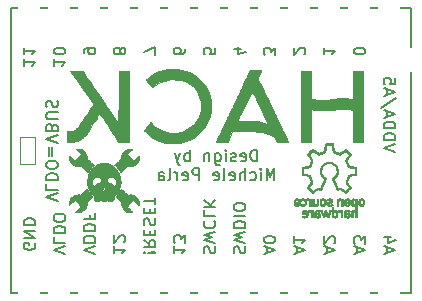
<source format=gbo>
G04 #@! TF.FileFunction,Legend,Bot*
%FSLAX46Y46*%
G04 Gerber Fmt 4.6, Leading zero omitted, Abs format (unit mm)*
G04 Created by KiCad (PCBNEW 4.0.1-3.201512221401+6198~38~ubuntu15.10.1-stable) date Tue Jan  5 23:14:19 2016*
%MOMM*%
G01*
G04 APERTURE LIST*
%ADD10C,0.100000*%
%ADD11C,0.200000*%
%ADD12C,0.150000*%
%ADD13C,0.010000*%
%ADD14R,2.152400X2.152400*%
%ADD15C,1.052400*%
%ADD16R,1.052400X0.552400*%
%ADD17R,1.879600X2.184400*%
%ADD18C,2.550000*%
G04 APERTURE END LIST*
D10*
D11*
X32551619Y11938809D02*
X31551619Y12272142D01*
X32551619Y12605476D01*
X31551619Y12938809D02*
X32551619Y12938809D01*
X32551619Y13176904D01*
X32504000Y13319762D01*
X32408762Y13415000D01*
X32313524Y13462619D01*
X32123048Y13510238D01*
X31980190Y13510238D01*
X31789714Y13462619D01*
X31694476Y13415000D01*
X31599238Y13319762D01*
X31551619Y13176904D01*
X31551619Y12938809D01*
X31551619Y13938809D02*
X32551619Y13938809D01*
X32551619Y14176904D01*
X32504000Y14319762D01*
X32408762Y14415000D01*
X32313524Y14462619D01*
X32123048Y14510238D01*
X31980190Y14510238D01*
X31789714Y14462619D01*
X31694476Y14415000D01*
X31599238Y14319762D01*
X31551619Y14176904D01*
X31551619Y13938809D01*
X31837333Y14891190D02*
X31837333Y15367381D01*
X31551619Y14795952D02*
X32551619Y15129285D01*
X31551619Y15462619D01*
X32599238Y16510238D02*
X31313524Y15653095D01*
X31837333Y16795952D02*
X31837333Y17272143D01*
X31551619Y16700714D02*
X32551619Y17034047D01*
X31551619Y17367381D01*
X32551619Y18176905D02*
X32551619Y17700714D01*
X32075429Y17653095D01*
X32123048Y17700714D01*
X32170667Y17795952D01*
X32170667Y18034048D01*
X32123048Y18129286D01*
X32075429Y18176905D01*
X31980190Y18224524D01*
X31742095Y18224524D01*
X31646857Y18176905D01*
X31599238Y18129286D01*
X31551619Y18034048D01*
X31551619Y17795952D01*
X31599238Y17700714D01*
X31646857Y17653095D01*
X30011619Y20431190D02*
X30011619Y20526429D01*
X29964000Y20621667D01*
X29916381Y20669286D01*
X29821143Y20716905D01*
X29630667Y20764524D01*
X29392571Y20764524D01*
X29202095Y20716905D01*
X29106857Y20669286D01*
X29059238Y20621667D01*
X29011619Y20526429D01*
X29011619Y20431190D01*
X29059238Y20335952D01*
X29106857Y20288333D01*
X29202095Y20240714D01*
X29392571Y20193095D01*
X29630667Y20193095D01*
X29821143Y20240714D01*
X29916381Y20288333D01*
X29964000Y20335952D01*
X30011619Y20431190D01*
X26471619Y20764524D02*
X26471619Y20193095D01*
X26471619Y20478809D02*
X27471619Y20478809D01*
X27328762Y20383571D01*
X27233524Y20288333D01*
X27185905Y20193095D01*
X24836381Y20193095D02*
X24884000Y20240714D01*
X24931619Y20335952D01*
X24931619Y20574048D01*
X24884000Y20669286D01*
X24836381Y20716905D01*
X24741143Y20764524D01*
X24645905Y20764524D01*
X24503048Y20716905D01*
X23931619Y20145476D01*
X23931619Y20764524D01*
X22391619Y20145476D02*
X22391619Y20764524D01*
X22010667Y20431190D01*
X22010667Y20574048D01*
X21963048Y20669286D01*
X21915429Y20716905D01*
X21820190Y20764524D01*
X21582095Y20764524D01*
X21486857Y20716905D01*
X21439238Y20669286D01*
X21391619Y20574048D01*
X21391619Y20288333D01*
X21439238Y20193095D01*
X21486857Y20145476D01*
X19518286Y20669286D02*
X18851619Y20669286D01*
X19899238Y20431190D02*
X19184952Y20193095D01*
X19184952Y20812143D01*
X17311619Y20716905D02*
X17311619Y20240714D01*
X16835429Y20193095D01*
X16883048Y20240714D01*
X16930667Y20335952D01*
X16930667Y20574048D01*
X16883048Y20669286D01*
X16835429Y20716905D01*
X16740190Y20764524D01*
X16502095Y20764524D01*
X16406857Y20716905D01*
X16359238Y20669286D01*
X16311619Y20574048D01*
X16311619Y20335952D01*
X16359238Y20240714D01*
X16406857Y20193095D01*
X14771619Y20669286D02*
X14771619Y20478809D01*
X14724000Y20383571D01*
X14676381Y20335952D01*
X14533524Y20240714D01*
X14343048Y20193095D01*
X13962095Y20193095D01*
X13866857Y20240714D01*
X13819238Y20288333D01*
X13771619Y20383571D01*
X13771619Y20574048D01*
X13819238Y20669286D01*
X13866857Y20716905D01*
X13962095Y20764524D01*
X14200190Y20764524D01*
X14295429Y20716905D01*
X14343048Y20669286D01*
X14390667Y20574048D01*
X14390667Y20383571D01*
X14343048Y20288333D01*
X14295429Y20240714D01*
X14200190Y20193095D01*
X12231619Y20145476D02*
X12231619Y20812143D01*
X11231619Y20383571D01*
X9263048Y20383571D02*
X9310667Y20288333D01*
X9358286Y20240714D01*
X9453524Y20193095D01*
X9501143Y20193095D01*
X9596381Y20240714D01*
X9644000Y20288333D01*
X9691619Y20383571D01*
X9691619Y20574048D01*
X9644000Y20669286D01*
X9596381Y20716905D01*
X9501143Y20764524D01*
X9453524Y20764524D01*
X9358286Y20716905D01*
X9310667Y20669286D01*
X9263048Y20574048D01*
X9263048Y20383571D01*
X9215429Y20288333D01*
X9167810Y20240714D01*
X9072571Y20193095D01*
X8882095Y20193095D01*
X8786857Y20240714D01*
X8739238Y20288333D01*
X8691619Y20383571D01*
X8691619Y20574048D01*
X8739238Y20669286D01*
X8786857Y20716905D01*
X8882095Y20764524D01*
X9072571Y20764524D01*
X9167810Y20716905D01*
X9215429Y20669286D01*
X9263048Y20574048D01*
X6151619Y20288333D02*
X6151619Y20478809D01*
X6199238Y20574048D01*
X6246857Y20621667D01*
X6389714Y20716905D01*
X6580190Y20764524D01*
X6961143Y20764524D01*
X7056381Y20716905D01*
X7104000Y20669286D01*
X7151619Y20574048D01*
X7151619Y20383571D01*
X7104000Y20288333D01*
X7056381Y20240714D01*
X6961143Y20193095D01*
X6723048Y20193095D01*
X6627810Y20240714D01*
X6580190Y20288333D01*
X6532571Y20383571D01*
X6532571Y20574048D01*
X6580190Y20669286D01*
X6627810Y20716905D01*
X6723048Y20764524D01*
X3611619Y19812143D02*
X3611619Y19240714D01*
X3611619Y19526428D02*
X4611619Y19526428D01*
X4468762Y19431190D01*
X4373524Y19335952D01*
X4325905Y19240714D01*
X4611619Y20431190D02*
X4611619Y20526429D01*
X4564000Y20621667D01*
X4516381Y20669286D01*
X4421143Y20716905D01*
X4230667Y20764524D01*
X3992571Y20764524D01*
X3802095Y20716905D01*
X3706857Y20669286D01*
X3659238Y20621667D01*
X3611619Y20526429D01*
X3611619Y20431190D01*
X3659238Y20335952D01*
X3706857Y20288333D01*
X3802095Y20240714D01*
X3992571Y20193095D01*
X4230667Y20193095D01*
X4421143Y20240714D01*
X4516381Y20288333D01*
X4564000Y20335952D01*
X4611619Y20431190D01*
X1071619Y19812143D02*
X1071619Y19240714D01*
X1071619Y19526428D02*
X2071619Y19526428D01*
X1928762Y19431190D01*
X1833524Y19335952D01*
X1785905Y19240714D01*
X1071619Y20764524D02*
X1071619Y20193095D01*
X1071619Y20478809D02*
X2071619Y20478809D01*
X1928762Y20383571D01*
X1833524Y20288333D01*
X1785905Y20193095D01*
X31837333Y3365476D02*
X31837333Y3841667D01*
X31551619Y3270238D02*
X32551619Y3603571D01*
X31551619Y3936905D01*
X32218286Y4698810D02*
X31551619Y4698810D01*
X32599238Y4460714D02*
X31884952Y4222619D01*
X31884952Y4841667D01*
X29297333Y3365476D02*
X29297333Y3841667D01*
X29011619Y3270238D02*
X30011619Y3603571D01*
X29011619Y3936905D01*
X30011619Y4175000D02*
X30011619Y4794048D01*
X29630667Y4460714D01*
X29630667Y4603572D01*
X29583048Y4698810D01*
X29535429Y4746429D01*
X29440190Y4794048D01*
X29202095Y4794048D01*
X29106857Y4746429D01*
X29059238Y4698810D01*
X29011619Y4603572D01*
X29011619Y4317857D01*
X29059238Y4222619D01*
X29106857Y4175000D01*
X26757333Y3365476D02*
X26757333Y3841667D01*
X26471619Y3270238D02*
X27471619Y3603571D01*
X26471619Y3936905D01*
X27376381Y4222619D02*
X27424000Y4270238D01*
X27471619Y4365476D01*
X27471619Y4603572D01*
X27424000Y4698810D01*
X27376381Y4746429D01*
X27281143Y4794048D01*
X27185905Y4794048D01*
X27043048Y4746429D01*
X26471619Y4175000D01*
X26471619Y4794048D01*
X24217333Y3365476D02*
X24217333Y3841667D01*
X23931619Y3270238D02*
X24931619Y3603571D01*
X23931619Y3936905D01*
X23931619Y4794048D02*
X23931619Y4222619D01*
X23931619Y4508333D02*
X24931619Y4508333D01*
X24788762Y4413095D01*
X24693524Y4317857D01*
X24645905Y4222619D01*
X21677333Y3365476D02*
X21677333Y3841667D01*
X21391619Y3270238D02*
X22391619Y3603571D01*
X21391619Y3936905D01*
X22391619Y4460714D02*
X22391619Y4555953D01*
X22344000Y4651191D01*
X22296381Y4698810D01*
X22201143Y4746429D01*
X22010667Y4794048D01*
X21772571Y4794048D01*
X21582095Y4746429D01*
X21486857Y4698810D01*
X21439238Y4651191D01*
X21391619Y4555953D01*
X21391619Y4460714D01*
X21439238Y4365476D01*
X21486857Y4317857D01*
X21582095Y4270238D01*
X21772571Y4222619D01*
X22010667Y4222619D01*
X22201143Y4270238D01*
X22296381Y4317857D01*
X22344000Y4365476D01*
X22391619Y4460714D01*
X18899238Y3365476D02*
X18851619Y3508333D01*
X18851619Y3746429D01*
X18899238Y3841667D01*
X18946857Y3889286D01*
X19042095Y3936905D01*
X19137333Y3936905D01*
X19232571Y3889286D01*
X19280190Y3841667D01*
X19327810Y3746429D01*
X19375429Y3555952D01*
X19423048Y3460714D01*
X19470667Y3413095D01*
X19565905Y3365476D01*
X19661143Y3365476D01*
X19756381Y3413095D01*
X19804000Y3460714D01*
X19851619Y3555952D01*
X19851619Y3794048D01*
X19804000Y3936905D01*
X19851619Y4270238D02*
X18851619Y4508333D01*
X19565905Y4698810D01*
X18851619Y4889286D01*
X19851619Y5127381D01*
X18851619Y5508333D02*
X19851619Y5508333D01*
X19851619Y5746428D01*
X19804000Y5889286D01*
X19708762Y5984524D01*
X19613524Y6032143D01*
X19423048Y6079762D01*
X19280190Y6079762D01*
X19089714Y6032143D01*
X18994476Y5984524D01*
X18899238Y5889286D01*
X18851619Y5746428D01*
X18851619Y5508333D01*
X18851619Y6508333D02*
X19851619Y6508333D01*
X19851619Y7174999D02*
X19851619Y7365476D01*
X19804000Y7460714D01*
X19708762Y7555952D01*
X19518286Y7603571D01*
X19184952Y7603571D01*
X18994476Y7555952D01*
X18899238Y7460714D01*
X18851619Y7365476D01*
X18851619Y7174999D01*
X18899238Y7079761D01*
X18994476Y6984523D01*
X19184952Y6936904D01*
X19518286Y6936904D01*
X19708762Y6984523D01*
X19804000Y7079761D01*
X19851619Y7174999D01*
X16359238Y3365476D02*
X16311619Y3508333D01*
X16311619Y3746429D01*
X16359238Y3841667D01*
X16406857Y3889286D01*
X16502095Y3936905D01*
X16597333Y3936905D01*
X16692571Y3889286D01*
X16740190Y3841667D01*
X16787810Y3746429D01*
X16835429Y3555952D01*
X16883048Y3460714D01*
X16930667Y3413095D01*
X17025905Y3365476D01*
X17121143Y3365476D01*
X17216381Y3413095D01*
X17264000Y3460714D01*
X17311619Y3555952D01*
X17311619Y3794048D01*
X17264000Y3936905D01*
X17311619Y4270238D02*
X16311619Y4508333D01*
X17025905Y4698810D01*
X16311619Y4889286D01*
X17311619Y5127381D01*
X16406857Y6079762D02*
X16359238Y6032143D01*
X16311619Y5889286D01*
X16311619Y5794048D01*
X16359238Y5651190D01*
X16454476Y5555952D01*
X16549714Y5508333D01*
X16740190Y5460714D01*
X16883048Y5460714D01*
X17073524Y5508333D01*
X17168762Y5555952D01*
X17264000Y5651190D01*
X17311619Y5794048D01*
X17311619Y5889286D01*
X17264000Y6032143D01*
X17216381Y6079762D01*
X16311619Y6984524D02*
X16311619Y6508333D01*
X17311619Y6508333D01*
X16311619Y7317857D02*
X17311619Y7317857D01*
X16311619Y7889286D02*
X16883048Y7460714D01*
X17311619Y7889286D02*
X16740190Y7317857D01*
X13771619Y3936905D02*
X13771619Y3365476D01*
X13771619Y3651190D02*
X14771619Y3651190D01*
X14628762Y3555952D01*
X14533524Y3460714D01*
X14485905Y3365476D01*
X14771619Y4270238D02*
X14771619Y4889286D01*
X14390667Y4555952D01*
X14390667Y4698810D01*
X14343048Y4794048D01*
X14295429Y4841667D01*
X14200190Y4889286D01*
X13962095Y4889286D01*
X13866857Y4841667D01*
X13819238Y4794048D01*
X13771619Y4698810D01*
X13771619Y4413095D01*
X13819238Y4317857D01*
X13866857Y4270238D01*
X11326857Y3413095D02*
X11279238Y3460714D01*
X11231619Y3413095D01*
X11279238Y3365476D01*
X11326857Y3413095D01*
X11231619Y3413095D01*
X11612571Y3413095D02*
X12184000Y3365476D01*
X12231619Y3413095D01*
X12184000Y3460714D01*
X11612571Y3413095D01*
X12231619Y3413095D01*
X11231619Y4460714D02*
X11707810Y4127380D01*
X11231619Y3889285D02*
X12231619Y3889285D01*
X12231619Y4270238D01*
X12184000Y4365476D01*
X12136381Y4413095D01*
X12041143Y4460714D01*
X11898286Y4460714D01*
X11803048Y4413095D01*
X11755429Y4365476D01*
X11707810Y4270238D01*
X11707810Y3889285D01*
X11755429Y4889285D02*
X11755429Y5222619D01*
X11231619Y5365476D02*
X11231619Y4889285D01*
X12231619Y4889285D01*
X12231619Y5365476D01*
X11279238Y5746428D02*
X11231619Y5889285D01*
X11231619Y6127381D01*
X11279238Y6222619D01*
X11326857Y6270238D01*
X11422095Y6317857D01*
X11517333Y6317857D01*
X11612571Y6270238D01*
X11660190Y6222619D01*
X11707810Y6127381D01*
X11755429Y5936904D01*
X11803048Y5841666D01*
X11850667Y5794047D01*
X11945905Y5746428D01*
X12041143Y5746428D01*
X12136381Y5794047D01*
X12184000Y5841666D01*
X12231619Y5936904D01*
X12231619Y6175000D01*
X12184000Y6317857D01*
X11755429Y6746428D02*
X11755429Y7079762D01*
X11231619Y7222619D02*
X11231619Y6746428D01*
X12231619Y6746428D01*
X12231619Y7222619D01*
X12231619Y7508333D02*
X12231619Y8079762D01*
X11231619Y7794047D02*
X12231619Y7794047D01*
X8691619Y3936905D02*
X8691619Y3365476D01*
X8691619Y3651190D02*
X9691619Y3651190D01*
X9548762Y3555952D01*
X9453524Y3460714D01*
X9405905Y3365476D01*
X9596381Y4317857D02*
X9644000Y4365476D01*
X9691619Y4460714D01*
X9691619Y4698810D01*
X9644000Y4794048D01*
X9596381Y4841667D01*
X9501143Y4889286D01*
X9405905Y4889286D01*
X9263048Y4841667D01*
X8691619Y4270238D01*
X8691619Y4889286D01*
X7151619Y3270238D02*
X6151619Y3603571D01*
X7151619Y3936905D01*
X6151619Y4270238D02*
X7151619Y4270238D01*
X7151619Y4508333D01*
X7104000Y4651191D01*
X7008762Y4746429D01*
X6913524Y4794048D01*
X6723048Y4841667D01*
X6580190Y4841667D01*
X6389714Y4794048D01*
X6294476Y4746429D01*
X6199238Y4651191D01*
X6151619Y4508333D01*
X6151619Y4270238D01*
X6151619Y5270238D02*
X7151619Y5270238D01*
X7151619Y5508333D01*
X7104000Y5651191D01*
X7008762Y5746429D01*
X6913524Y5794048D01*
X6723048Y5841667D01*
X6580190Y5841667D01*
X6389714Y5794048D01*
X6294476Y5746429D01*
X6199238Y5651191D01*
X6151619Y5508333D01*
X6151619Y5270238D01*
X6675429Y6603572D02*
X6675429Y6270238D01*
X6151619Y6270238D02*
X7151619Y6270238D01*
X7151619Y6746429D01*
X4611619Y3270238D02*
X3611619Y3603571D01*
X4611619Y3936905D01*
X3611619Y4746429D02*
X3611619Y4270238D01*
X4611619Y4270238D01*
X3611619Y5079762D02*
X4611619Y5079762D01*
X4611619Y5317857D01*
X4564000Y5460715D01*
X4468762Y5555953D01*
X4373524Y5603572D01*
X4183048Y5651191D01*
X4040190Y5651191D01*
X3849714Y5603572D01*
X3754476Y5555953D01*
X3659238Y5460715D01*
X3611619Y5317857D01*
X3611619Y5079762D01*
X4611619Y6270238D02*
X4611619Y6460715D01*
X4564000Y6555953D01*
X4468762Y6651191D01*
X4278286Y6698810D01*
X3944952Y6698810D01*
X3754476Y6651191D01*
X3659238Y6555953D01*
X3611619Y6460715D01*
X3611619Y6270238D01*
X3659238Y6175000D01*
X3754476Y6079762D01*
X3944952Y6032143D01*
X4278286Y6032143D01*
X4468762Y6079762D01*
X4564000Y6175000D01*
X4611619Y6270238D01*
X2024000Y4216905D02*
X2071619Y4121667D01*
X2071619Y3978810D01*
X2024000Y3835952D01*
X1928762Y3740714D01*
X1833524Y3693095D01*
X1643048Y3645476D01*
X1500190Y3645476D01*
X1309714Y3693095D01*
X1214476Y3740714D01*
X1119238Y3835952D01*
X1071619Y3978810D01*
X1071619Y4074048D01*
X1119238Y4216905D01*
X1166857Y4264524D01*
X1500190Y4264524D01*
X1500190Y4074048D01*
X1071619Y4693095D02*
X2071619Y4693095D01*
X1071619Y5264524D01*
X2071619Y5264524D01*
X1071619Y5740714D02*
X2071619Y5740714D01*
X2071619Y5978809D01*
X2024000Y6121667D01*
X1928762Y6216905D01*
X1833524Y6264524D01*
X1643048Y6312143D01*
X1500190Y6312143D01*
X1309714Y6264524D01*
X1214476Y6216905D01*
X1119238Y6121667D01*
X1071619Y5978809D01*
X1071619Y5740714D01*
X20851381Y11142619D02*
X20851381Y12142619D01*
X20613286Y12142619D01*
X20470428Y12095000D01*
X20375190Y11999762D01*
X20327571Y11904524D01*
X20279952Y11714048D01*
X20279952Y11571190D01*
X20327571Y11380714D01*
X20375190Y11285476D01*
X20470428Y11190238D01*
X20613286Y11142619D01*
X20851381Y11142619D01*
X19470428Y11190238D02*
X19565666Y11142619D01*
X19756143Y11142619D01*
X19851381Y11190238D01*
X19899000Y11285476D01*
X19899000Y11666429D01*
X19851381Y11761667D01*
X19756143Y11809286D01*
X19565666Y11809286D01*
X19470428Y11761667D01*
X19422809Y11666429D01*
X19422809Y11571190D01*
X19899000Y11475952D01*
X19041857Y11190238D02*
X18946619Y11142619D01*
X18756143Y11142619D01*
X18660904Y11190238D01*
X18613285Y11285476D01*
X18613285Y11333095D01*
X18660904Y11428333D01*
X18756143Y11475952D01*
X18899000Y11475952D01*
X18994238Y11523571D01*
X19041857Y11618810D01*
X19041857Y11666429D01*
X18994238Y11761667D01*
X18899000Y11809286D01*
X18756143Y11809286D01*
X18660904Y11761667D01*
X18184714Y11142619D02*
X18184714Y11809286D01*
X18184714Y12142619D02*
X18232333Y12095000D01*
X18184714Y12047381D01*
X18137095Y12095000D01*
X18184714Y12142619D01*
X18184714Y12047381D01*
X17279952Y11809286D02*
X17279952Y10999762D01*
X17327571Y10904524D01*
X17375190Y10856905D01*
X17470429Y10809286D01*
X17613286Y10809286D01*
X17708524Y10856905D01*
X17279952Y11190238D02*
X17375190Y11142619D01*
X17565667Y11142619D01*
X17660905Y11190238D01*
X17708524Y11237857D01*
X17756143Y11333095D01*
X17756143Y11618810D01*
X17708524Y11714048D01*
X17660905Y11761667D01*
X17565667Y11809286D01*
X17375190Y11809286D01*
X17279952Y11761667D01*
X16803762Y11809286D02*
X16803762Y11142619D01*
X16803762Y11714048D02*
X16756143Y11761667D01*
X16660905Y11809286D01*
X16518047Y11809286D01*
X16422809Y11761667D01*
X16375190Y11666429D01*
X16375190Y11142619D01*
X15137095Y11142619D02*
X15137095Y12142619D01*
X15137095Y11761667D02*
X15041857Y11809286D01*
X14851380Y11809286D01*
X14756142Y11761667D01*
X14708523Y11714048D01*
X14660904Y11618810D01*
X14660904Y11333095D01*
X14708523Y11237857D01*
X14756142Y11190238D01*
X14851380Y11142619D01*
X15041857Y11142619D01*
X15137095Y11190238D01*
X14327571Y11809286D02*
X14089476Y11142619D01*
X13851380Y11809286D02*
X14089476Y11142619D01*
X14184714Y10904524D01*
X14232333Y10856905D01*
X14327571Y10809286D01*
X22303763Y9542619D02*
X22303763Y10542619D01*
X21970429Y9828333D01*
X21637096Y10542619D01*
X21637096Y9542619D01*
X21160906Y9542619D02*
X21160906Y10209286D01*
X21160906Y10542619D02*
X21208525Y10495000D01*
X21160906Y10447381D01*
X21113287Y10495000D01*
X21160906Y10542619D01*
X21160906Y10447381D01*
X20256144Y9590238D02*
X20351382Y9542619D01*
X20541859Y9542619D01*
X20637097Y9590238D01*
X20684716Y9637857D01*
X20732335Y9733095D01*
X20732335Y10018810D01*
X20684716Y10114048D01*
X20637097Y10161667D01*
X20541859Y10209286D01*
X20351382Y10209286D01*
X20256144Y10161667D01*
X19827573Y9542619D02*
X19827573Y10542619D01*
X19399001Y9542619D02*
X19399001Y10066429D01*
X19446620Y10161667D01*
X19541858Y10209286D01*
X19684716Y10209286D01*
X19779954Y10161667D01*
X19827573Y10114048D01*
X18541858Y9590238D02*
X18637096Y9542619D01*
X18827573Y9542619D01*
X18922811Y9590238D01*
X18970430Y9685476D01*
X18970430Y10066429D01*
X18922811Y10161667D01*
X18827573Y10209286D01*
X18637096Y10209286D01*
X18541858Y10161667D01*
X18494239Y10066429D01*
X18494239Y9971190D01*
X18970430Y9875952D01*
X17922811Y9542619D02*
X18018049Y9590238D01*
X18065668Y9685476D01*
X18065668Y10542619D01*
X17160905Y9590238D02*
X17256143Y9542619D01*
X17446620Y9542619D01*
X17541858Y9590238D01*
X17589477Y9685476D01*
X17589477Y10066429D01*
X17541858Y10161667D01*
X17446620Y10209286D01*
X17256143Y10209286D01*
X17160905Y10161667D01*
X17113286Y10066429D01*
X17113286Y9971190D01*
X17589477Y9875952D01*
X15922810Y9542619D02*
X15922810Y10542619D01*
X15541857Y10542619D01*
X15446619Y10495000D01*
X15399000Y10447381D01*
X15351381Y10352143D01*
X15351381Y10209286D01*
X15399000Y10114048D01*
X15446619Y10066429D01*
X15541857Y10018810D01*
X15922810Y10018810D01*
X14541857Y9590238D02*
X14637095Y9542619D01*
X14827572Y9542619D01*
X14922810Y9590238D01*
X14970429Y9685476D01*
X14970429Y10066429D01*
X14922810Y10161667D01*
X14827572Y10209286D01*
X14637095Y10209286D01*
X14541857Y10161667D01*
X14494238Y10066429D01*
X14494238Y9971190D01*
X14970429Y9875952D01*
X14065667Y9542619D02*
X14065667Y10209286D01*
X14065667Y10018810D02*
X14018048Y10114048D01*
X13970429Y10161667D01*
X13875191Y10209286D01*
X13779952Y10209286D01*
X13303762Y9542619D02*
X13399000Y9590238D01*
X13446619Y9685476D01*
X13446619Y10542619D01*
X12494237Y9542619D02*
X12494237Y10066429D01*
X12541856Y10161667D01*
X12637094Y10209286D01*
X12827571Y10209286D01*
X12922809Y10161667D01*
X12494237Y9590238D02*
X12589475Y9542619D01*
X12827571Y9542619D01*
X12922809Y9590238D01*
X12970428Y9685476D01*
X12970428Y9780714D01*
X12922809Y9875952D01*
X12827571Y9923571D01*
X12589475Y9923571D01*
X12494237Y9971190D01*
D12*
X0Y0D02*
X0Y24130000D01*
X33909000Y0D02*
X0Y0D01*
X33909000Y24130000D02*
X33909000Y0D01*
X0Y24130000D02*
X33909000Y24130000D01*
D11*
X3976619Y7755476D02*
X2976619Y8088809D01*
X3976619Y8422143D01*
X2976619Y9231667D02*
X2976619Y8755476D01*
X3976619Y8755476D01*
X2976619Y9565000D02*
X3976619Y9565000D01*
X3976619Y9803095D01*
X3929000Y9945953D01*
X3833762Y10041191D01*
X3738524Y10088810D01*
X3548048Y10136429D01*
X3405190Y10136429D01*
X3214714Y10088810D01*
X3119476Y10041191D01*
X3024238Y9945953D01*
X2976619Y9803095D01*
X2976619Y9565000D01*
X3976619Y10755476D02*
X3976619Y10945953D01*
X3929000Y11041191D01*
X3833762Y11136429D01*
X3643286Y11184048D01*
X3309952Y11184048D01*
X3119476Y11136429D01*
X3024238Y11041191D01*
X2976619Y10945953D01*
X2976619Y10755476D01*
X3024238Y10660238D01*
X3119476Y10565000D01*
X3309952Y10517381D01*
X3643286Y10517381D01*
X3833762Y10565000D01*
X3929000Y10660238D01*
X3976619Y10755476D01*
X3500429Y11612619D02*
X3500429Y12374524D01*
X3214714Y12374524D02*
X3214714Y11612619D01*
X3976619Y12707857D02*
X2976619Y13041190D01*
X3976619Y13374524D01*
X3500429Y14041191D02*
X3452810Y14184048D01*
X3405190Y14231667D01*
X3309952Y14279286D01*
X3167095Y14279286D01*
X3071857Y14231667D01*
X3024238Y14184048D01*
X2976619Y14088810D01*
X2976619Y13707857D01*
X3976619Y13707857D01*
X3976619Y14041191D01*
X3929000Y14136429D01*
X3881381Y14184048D01*
X3786143Y14231667D01*
X3690905Y14231667D01*
X3595667Y14184048D01*
X3548048Y14136429D01*
X3500429Y14041191D01*
X3500429Y13707857D01*
X3976619Y14707857D02*
X3167095Y14707857D01*
X3071857Y14755476D01*
X3024238Y14803095D01*
X2976619Y14898333D01*
X2976619Y15088810D01*
X3024238Y15184048D01*
X3071857Y15231667D01*
X3167095Y15279286D01*
X3976619Y15279286D01*
X3024238Y15707857D02*
X2976619Y15850714D01*
X2976619Y16088810D01*
X3024238Y16184048D01*
X3071857Y16231667D01*
X3167095Y16279286D01*
X3262333Y16279286D01*
X3357571Y16231667D01*
X3405190Y16184048D01*
X3452810Y16088810D01*
X3500429Y15898333D01*
X3548048Y15803095D01*
X3595667Y15755476D01*
X3690905Y15707857D01*
X3786143Y15707857D01*
X3881381Y15755476D01*
X3929000Y15803095D01*
X3976619Y15898333D01*
X3976619Y16136429D01*
X3929000Y16279286D01*
D13*
G36*
X28396971Y7013700D02*
X28377238Y7010627D01*
X28316804Y6993063D01*
X28269873Y6965593D01*
X28236016Y6927933D01*
X28226970Y6911877D01*
X28221034Y6899268D01*
X28216356Y6886913D01*
X28212760Y6872641D01*
X28210066Y6854282D01*
X28208098Y6829667D01*
X28206678Y6796627D01*
X28205627Y6752990D01*
X28204768Y6696588D01*
X28203994Y6631516D01*
X28201288Y6392333D01*
X28329467Y6392333D01*
X28329655Y6419850D01*
X28329843Y6447366D01*
X28344472Y6428648D01*
X28373613Y6404906D01*
X28416566Y6390154D01*
X28472662Y6384604D01*
X28483712Y6384594D01*
X28517531Y6385837D01*
X28547225Y6388399D01*
X28566433Y6391730D01*
X28566588Y6391777D01*
X28620289Y6415609D01*
X28661392Y6450044D01*
X28689052Y6493984D01*
X28702420Y6546330D01*
X28703576Y6569233D01*
X28702695Y6580876D01*
X28586811Y6580876D01*
X28582584Y6554306D01*
X28569043Y6530969D01*
X28546171Y6515297D01*
X28511920Y6506541D01*
X28464240Y6503948D01*
X28446109Y6504288D01*
X28408502Y6506103D01*
X28383645Y6509284D01*
X28367358Y6514759D01*
X28355465Y6523456D01*
X28354197Y6524698D01*
X28342840Y6541172D01*
X28335666Y6565794D01*
X28331571Y6599709D01*
X28326999Y6656656D01*
X28428095Y6653611D01*
X28475254Y6651628D01*
X28508782Y6648673D01*
X28531977Y6644261D01*
X28548134Y6637906D01*
X28552473Y6635307D01*
X28577464Y6610731D01*
X28586811Y6580876D01*
X28702695Y6580876D01*
X28700061Y6615670D01*
X28688172Y6652466D01*
X28665497Y6685829D01*
X28652960Y6699507D01*
X28627880Y6721139D01*
X28598949Y6736862D01*
X28563226Y6747439D01*
X28517764Y6753633D01*
X28459620Y6756210D01*
X28433763Y6756400D01*
X28329467Y6756400D01*
X28329467Y6799290D01*
X28332361Y6837487D01*
X28342413Y6863435D01*
X28361680Y6881031D01*
X28376443Y6888350D01*
X28404881Y6896047D01*
X28439322Y6899266D01*
X28475907Y6898472D01*
X28510775Y6894129D01*
X28540067Y6886700D01*
X28559921Y6876650D01*
X28566533Y6865502D01*
X28573101Y6858324D01*
X28575784Y6858000D01*
X28588132Y6863076D01*
X28607670Y6875903D01*
X28629874Y6892874D01*
X28650224Y6910386D01*
X28664198Y6924833D01*
X28667773Y6931331D01*
X28661285Y6944097D01*
X28643936Y6961159D01*
X28619942Y6979106D01*
X28593520Y6994526D01*
X28584561Y6998660D01*
X28547469Y7009269D01*
X28499873Y7015541D01*
X28447723Y7017133D01*
X28396971Y7013700D01*
X28396971Y7013700D01*
G37*
X28396971Y7013700D02*
X28377238Y7010627D01*
X28316804Y6993063D01*
X28269873Y6965593D01*
X28236016Y6927933D01*
X28226970Y6911877D01*
X28221034Y6899268D01*
X28216356Y6886913D01*
X28212760Y6872641D01*
X28210066Y6854282D01*
X28208098Y6829667D01*
X28206678Y6796627D01*
X28205627Y6752990D01*
X28204768Y6696588D01*
X28203994Y6631516D01*
X28201288Y6392333D01*
X28329467Y6392333D01*
X28329655Y6419850D01*
X28329843Y6447366D01*
X28344472Y6428648D01*
X28373613Y6404906D01*
X28416566Y6390154D01*
X28472662Y6384604D01*
X28483712Y6384594D01*
X28517531Y6385837D01*
X28547225Y6388399D01*
X28566433Y6391730D01*
X28566588Y6391777D01*
X28620289Y6415609D01*
X28661392Y6450044D01*
X28689052Y6493984D01*
X28702420Y6546330D01*
X28703576Y6569233D01*
X28702695Y6580876D01*
X28586811Y6580876D01*
X28582584Y6554306D01*
X28569043Y6530969D01*
X28546171Y6515297D01*
X28511920Y6506541D01*
X28464240Y6503948D01*
X28446109Y6504288D01*
X28408502Y6506103D01*
X28383645Y6509284D01*
X28367358Y6514759D01*
X28355465Y6523456D01*
X28354197Y6524698D01*
X28342840Y6541172D01*
X28335666Y6565794D01*
X28331571Y6599709D01*
X28326999Y6656656D01*
X28428095Y6653611D01*
X28475254Y6651628D01*
X28508782Y6648673D01*
X28531977Y6644261D01*
X28548134Y6637906D01*
X28552473Y6635307D01*
X28577464Y6610731D01*
X28586811Y6580876D01*
X28702695Y6580876D01*
X28700061Y6615670D01*
X28688172Y6652466D01*
X28665497Y6685829D01*
X28652960Y6699507D01*
X28627880Y6721139D01*
X28598949Y6736862D01*
X28563226Y6747439D01*
X28517764Y6753633D01*
X28459620Y6756210D01*
X28433763Y6756400D01*
X28329467Y6756400D01*
X28329467Y6799290D01*
X28332361Y6837487D01*
X28342413Y6863435D01*
X28361680Y6881031D01*
X28376443Y6888350D01*
X28404881Y6896047D01*
X28439322Y6899266D01*
X28475907Y6898472D01*
X28510775Y6894129D01*
X28540067Y6886700D01*
X28559921Y6876650D01*
X28566533Y6865502D01*
X28573101Y6858324D01*
X28575784Y6858000D01*
X28588132Y6863076D01*
X28607670Y6875903D01*
X28629874Y6892874D01*
X28650224Y6910386D01*
X28664198Y6924833D01*
X28667773Y6931331D01*
X28661285Y6944097D01*
X28643936Y6961159D01*
X28619942Y6979106D01*
X28593520Y6994526D01*
X28584561Y6998660D01*
X28547469Y7009269D01*
X28499873Y7015541D01*
X28447723Y7017133D01*
X28396971Y7013700D01*
G36*
X27144133Y6392333D02*
X27271133Y6392333D01*
X27271133Y6454552D01*
X27290183Y6436668D01*
X27329353Y6410153D01*
X27378002Y6392426D01*
X27430596Y6384448D01*
X27481599Y6387181D01*
X27516667Y6397345D01*
X27555656Y6421362D01*
X27592301Y6456731D01*
X27621123Y6498163D01*
X27621125Y6498166D01*
X27627554Y6511200D01*
X27632279Y6524884D01*
X27635559Y6541981D01*
X27637655Y6565252D01*
X27638827Y6597458D01*
X27639332Y6641360D01*
X27639433Y6692900D01*
X27639357Y6705600D01*
X27516434Y6705600D01*
X27515294Y6649254D01*
X27511187Y6606749D01*
X27503381Y6575141D01*
X27491145Y6551486D01*
X27473746Y6532839D01*
X27473436Y6532577D01*
X27453147Y6518852D01*
X27430327Y6512364D01*
X27401297Y6510866D01*
X27370117Y6513147D01*
X27342137Y6518961D01*
X27331121Y6523194D01*
X27309374Y6538736D01*
X27293676Y6561079D01*
X27283281Y6592613D01*
X27277441Y6635728D01*
X27275407Y6692815D01*
X27275384Y6701366D01*
X27276294Y6753508D01*
X27279635Y6792258D01*
X27286350Y6821094D01*
X27297385Y6843493D01*
X27313683Y6862931D01*
X27321198Y6870034D01*
X27345718Y6883063D01*
X27379556Y6889883D01*
X27416104Y6890028D01*
X27448751Y6883037D01*
X27456681Y6879539D01*
X27481059Y6861517D01*
X27498462Y6835084D01*
X27509635Y6798075D01*
X27515321Y6748323D01*
X27516434Y6705600D01*
X27639357Y6705600D01*
X27639039Y6758123D01*
X27637518Y6809079D01*
X27634363Y6848424D01*
X27629066Y6878813D01*
X27621119Y6902902D01*
X27610016Y6923345D01*
X27595248Y6942799D01*
X27590656Y6948125D01*
X27551830Y6983313D01*
X27507835Y7004636D01*
X27455110Y7013615D01*
X27436233Y7014130D01*
X27394034Y7011489D01*
X27357860Y7002106D01*
X27321482Y6983792D01*
X27290183Y6962779D01*
X27271133Y6949068D01*
X27271133Y7264400D01*
X27144133Y7264400D01*
X27144133Y6392333D01*
X27144133Y6392333D01*
G37*
X27144133Y6392333D02*
X27271133Y6392333D01*
X27271133Y6454552D01*
X27290183Y6436668D01*
X27329353Y6410153D01*
X27378002Y6392426D01*
X27430596Y6384448D01*
X27481599Y6387181D01*
X27516667Y6397345D01*
X27555656Y6421362D01*
X27592301Y6456731D01*
X27621123Y6498163D01*
X27621125Y6498166D01*
X27627554Y6511200D01*
X27632279Y6524884D01*
X27635559Y6541981D01*
X27637655Y6565252D01*
X27638827Y6597458D01*
X27639332Y6641360D01*
X27639433Y6692900D01*
X27639357Y6705600D01*
X27516434Y6705600D01*
X27515294Y6649254D01*
X27511187Y6606749D01*
X27503381Y6575141D01*
X27491145Y6551486D01*
X27473746Y6532839D01*
X27473436Y6532577D01*
X27453147Y6518852D01*
X27430327Y6512364D01*
X27401297Y6510866D01*
X27370117Y6513147D01*
X27342137Y6518961D01*
X27331121Y6523194D01*
X27309374Y6538736D01*
X27293676Y6561079D01*
X27283281Y6592613D01*
X27277441Y6635728D01*
X27275407Y6692815D01*
X27275384Y6701366D01*
X27276294Y6753508D01*
X27279635Y6792258D01*
X27286350Y6821094D01*
X27297385Y6843493D01*
X27313683Y6862931D01*
X27321198Y6870034D01*
X27345718Y6883063D01*
X27379556Y6889883D01*
X27416104Y6890028D01*
X27448751Y6883037D01*
X27456681Y6879539D01*
X27481059Y6861517D01*
X27498462Y6835084D01*
X27509635Y6798075D01*
X27515321Y6748323D01*
X27516434Y6705600D01*
X27639357Y6705600D01*
X27639039Y6758123D01*
X27637518Y6809079D01*
X27634363Y6848424D01*
X27629066Y6878813D01*
X27621119Y6902902D01*
X27610016Y6923345D01*
X27595248Y6942799D01*
X27590656Y6948125D01*
X27551830Y6983313D01*
X27507835Y7004636D01*
X27455110Y7013615D01*
X27436233Y7014130D01*
X27394034Y7011489D01*
X27357860Y7002106D01*
X27321482Y6983792D01*
X27290183Y6962779D01*
X27271133Y6949068D01*
X27271133Y7264400D01*
X27144133Y7264400D01*
X27144133Y6392333D01*
G36*
X25880834Y7013277D02*
X25832315Y7005381D01*
X25804668Y6997696D01*
X25764839Y6976341D01*
X25729904Y6944220D01*
X25704623Y6906261D01*
X25696944Y6886116D01*
X25694261Y6867720D01*
X25691959Y6834423D01*
X25690110Y6788252D01*
X25688781Y6731235D01*
X25688044Y6665402D01*
X25687914Y6623050D01*
X25687867Y6392333D01*
X25751367Y6392333D01*
X25783657Y6392560D01*
X25802583Y6394089D01*
X25811715Y6398194D01*
X25814623Y6406147D01*
X25814867Y6414976D01*
X25814867Y6437618D01*
X25834678Y6419007D01*
X25857307Y6403339D01*
X25883305Y6392131D01*
X25915533Y6386642D01*
X25956716Y6384687D01*
X26000098Y6386101D01*
X26038922Y6390715D01*
X26062034Y6396553D01*
X26110164Y6421256D01*
X26146459Y6456737D01*
X26167626Y6491788D01*
X26184437Y6543822D01*
X26184892Y6564337D01*
X26067679Y6564337D01*
X26055055Y6536716D01*
X26027860Y6517043D01*
X25986413Y6505563D01*
X25940149Y6502431D01*
X25905692Y6503619D01*
X25875515Y6506777D01*
X25855607Y6511254D01*
X25854299Y6511800D01*
X25833112Y6528357D01*
X25820311Y6555994D01*
X25815085Y6596719D01*
X25814867Y6609523D01*
X25814867Y6656583D01*
X25914728Y6653575D01*
X25968929Y6650713D01*
X26008601Y6645324D01*
X26036066Y6636578D01*
X26053644Y6623645D01*
X26063655Y6605694D01*
X26065417Y6599659D01*
X26067679Y6564337D01*
X26184892Y6564337D01*
X26185598Y6596055D01*
X26172009Y6645572D01*
X26144567Y6689460D01*
X26104170Y6724804D01*
X26093891Y6731000D01*
X26077419Y6739500D01*
X26061032Y6745506D01*
X26041211Y6749555D01*
X26014436Y6752181D01*
X25977186Y6753919D01*
X25935517Y6755077D01*
X25814867Y6757988D01*
X25814867Y6807664D01*
X25816238Y6838869D01*
X25821355Y6858813D01*
X25831726Y6873018D01*
X25833039Y6874270D01*
X25859212Y6889045D01*
X25895907Y6897652D01*
X25937863Y6900058D01*
X25979821Y6896232D01*
X26016521Y6886142D01*
X26036054Y6875492D01*
X26061422Y6856737D01*
X26107410Y6891458D01*
X26131669Y6910589D01*
X26144157Y6923433D01*
X26147146Y6933163D01*
X26143562Y6941930D01*
X26124000Y6962448D01*
X26093168Y6983051D01*
X26056425Y7000631D01*
X26024756Y7010826D01*
X25983831Y7016404D01*
X25933598Y7017086D01*
X25880834Y7013277D01*
X25880834Y7013277D01*
G37*
X25880834Y7013277D02*
X25832315Y7005381D01*
X25804668Y6997696D01*
X25764839Y6976341D01*
X25729904Y6944220D01*
X25704623Y6906261D01*
X25696944Y6886116D01*
X25694261Y6867720D01*
X25691959Y6834423D01*
X25690110Y6788252D01*
X25688781Y6731235D01*
X25688044Y6665402D01*
X25687914Y6623050D01*
X25687867Y6392333D01*
X25751367Y6392333D01*
X25783657Y6392560D01*
X25802583Y6394089D01*
X25811715Y6398194D01*
X25814623Y6406147D01*
X25814867Y6414976D01*
X25814867Y6437618D01*
X25834678Y6419007D01*
X25857307Y6403339D01*
X25883305Y6392131D01*
X25915533Y6386642D01*
X25956716Y6384687D01*
X26000098Y6386101D01*
X26038922Y6390715D01*
X26062034Y6396553D01*
X26110164Y6421256D01*
X26146459Y6456737D01*
X26167626Y6491788D01*
X26184437Y6543822D01*
X26184892Y6564337D01*
X26067679Y6564337D01*
X26055055Y6536716D01*
X26027860Y6517043D01*
X25986413Y6505563D01*
X25940149Y6502431D01*
X25905692Y6503619D01*
X25875515Y6506777D01*
X25855607Y6511254D01*
X25854299Y6511800D01*
X25833112Y6528357D01*
X25820311Y6555994D01*
X25815085Y6596719D01*
X25814867Y6609523D01*
X25814867Y6656583D01*
X25914728Y6653575D01*
X25968929Y6650713D01*
X26008601Y6645324D01*
X26036066Y6636578D01*
X26053644Y6623645D01*
X26063655Y6605694D01*
X26065417Y6599659D01*
X26067679Y6564337D01*
X26184892Y6564337D01*
X26185598Y6596055D01*
X26172009Y6645572D01*
X26144567Y6689460D01*
X26104170Y6724804D01*
X26093891Y6731000D01*
X26077419Y6739500D01*
X26061032Y6745506D01*
X26041211Y6749555D01*
X26014436Y6752181D01*
X25977186Y6753919D01*
X25935517Y6755077D01*
X25814867Y6757988D01*
X25814867Y6807664D01*
X25816238Y6838869D01*
X25821355Y6858813D01*
X25831726Y6873018D01*
X25833039Y6874270D01*
X25859212Y6889045D01*
X25895907Y6897652D01*
X25937863Y6900058D01*
X25979821Y6896232D01*
X26016521Y6886142D01*
X26036054Y6875492D01*
X26061422Y6856737D01*
X26107410Y6891458D01*
X26131669Y6910589D01*
X26144157Y6923433D01*
X26147146Y6933163D01*
X26143562Y6941930D01*
X26124000Y6962448D01*
X26093168Y6983051D01*
X26056425Y7000631D01*
X26024756Y7010826D01*
X25983831Y7016404D01*
X25933598Y7017086D01*
X25880834Y7013277D01*
G36*
X24832122Y7013525D02*
X24803148Y7009507D01*
X24776792Y7000976D01*
X24754996Y6991010D01*
X24704101Y6959683D01*
X24665605Y6920896D01*
X24638476Y6872817D01*
X24621679Y6813619D01*
X24614188Y6741583D01*
X24610680Y6654800D01*
X25003951Y6654800D01*
X24998136Y6623050D01*
X24982824Y6574225D01*
X24956888Y6538526D01*
X24919804Y6515488D01*
X24871052Y6504647D01*
X24864392Y6504144D01*
X24832242Y6503382D01*
X24807359Y6507106D01*
X24781504Y6517158D01*
X24762053Y6527017D01*
X24735370Y6540789D01*
X24718769Y6547327D01*
X24707360Y6547315D01*
X24696258Y6541437D01*
X24690086Y6537079D01*
X24668010Y6519033D01*
X24646467Y6498244D01*
X24625300Y6475499D01*
X24650700Y6454605D01*
X24697717Y6421368D01*
X24745303Y6400302D01*
X24799221Y6389303D01*
X24836967Y6386663D01*
X24898674Y6387474D01*
X24945164Y6394548D01*
X24952450Y6396664D01*
X24993597Y6416671D01*
X25034329Y6448148D01*
X25069456Y6486318D01*
X25093790Y6526404D01*
X25094064Y6527035D01*
X25114216Y6591866D01*
X25123805Y6664479D01*
X25122889Y6739547D01*
X25119237Y6762750D01*
X25002020Y6762750D01*
X24994050Y6760574D01*
X24972026Y6758719D01*
X24938824Y6757325D01*
X24897323Y6756531D01*
X24870833Y6756400D01*
X24821151Y6756462D01*
X24785919Y6756894D01*
X24762654Y6758061D01*
X24748872Y6760331D01*
X24742091Y6764069D01*
X24739828Y6769643D01*
X24739600Y6775773D01*
X24743400Y6794759D01*
X24753011Y6820426D01*
X24758650Y6832296D01*
X24784877Y6867679D01*
X24818414Y6890125D01*
X24856129Y6900025D01*
X24894889Y6897774D01*
X24931562Y6883762D01*
X24963014Y6858383D01*
X24986114Y6822029D01*
X24992741Y6802966D01*
X24998545Y6780298D01*
X25001781Y6764987D01*
X25002020Y6762750D01*
X25119237Y6762750D01*
X25111524Y6811742D01*
X25090340Y6874496D01*
X25063668Y6922438D01*
X25031337Y6958517D01*
X24988646Y6987779D01*
X24980900Y6991976D01*
X24954950Y7004039D01*
X24929996Y7010906D01*
X24899442Y7013924D01*
X24870833Y7014469D01*
X24832122Y7013525D01*
X24832122Y7013525D01*
G37*
X24832122Y7013525D02*
X24803148Y7009507D01*
X24776792Y7000976D01*
X24754996Y6991010D01*
X24704101Y6959683D01*
X24665605Y6920896D01*
X24638476Y6872817D01*
X24621679Y6813619D01*
X24614188Y6741583D01*
X24610680Y6654800D01*
X25003951Y6654800D01*
X24998136Y6623050D01*
X24982824Y6574225D01*
X24956888Y6538526D01*
X24919804Y6515488D01*
X24871052Y6504647D01*
X24864392Y6504144D01*
X24832242Y6503382D01*
X24807359Y6507106D01*
X24781504Y6517158D01*
X24762053Y6527017D01*
X24735370Y6540789D01*
X24718769Y6547327D01*
X24707360Y6547315D01*
X24696258Y6541437D01*
X24690086Y6537079D01*
X24668010Y6519033D01*
X24646467Y6498244D01*
X24625300Y6475499D01*
X24650700Y6454605D01*
X24697717Y6421368D01*
X24745303Y6400302D01*
X24799221Y6389303D01*
X24836967Y6386663D01*
X24898674Y6387474D01*
X24945164Y6394548D01*
X24952450Y6396664D01*
X24993597Y6416671D01*
X25034329Y6448148D01*
X25069456Y6486318D01*
X25093790Y6526404D01*
X25094064Y6527035D01*
X25114216Y6591866D01*
X25123805Y6664479D01*
X25122889Y6739547D01*
X25119237Y6762750D01*
X25002020Y6762750D01*
X24994050Y6760574D01*
X24972026Y6758719D01*
X24938824Y6757325D01*
X24897323Y6756531D01*
X24870833Y6756400D01*
X24821151Y6756462D01*
X24785919Y6756894D01*
X24762654Y6758061D01*
X24748872Y6760331D01*
X24742091Y6764069D01*
X24739828Y6769643D01*
X24739600Y6775773D01*
X24743400Y6794759D01*
X24753011Y6820426D01*
X24758650Y6832296D01*
X24784877Y6867679D01*
X24818414Y6890125D01*
X24856129Y6900025D01*
X24894889Y6897774D01*
X24931562Y6883762D01*
X24963014Y6858383D01*
X24986114Y6822029D01*
X24992741Y6802966D01*
X24998545Y6780298D01*
X25001781Y6764987D01*
X25002020Y6762750D01*
X25119237Y6762750D01*
X25111524Y6811742D01*
X25090340Y6874496D01*
X25063668Y6922438D01*
X25031337Y6958517D01*
X24988646Y6987779D01*
X24980900Y6991976D01*
X24954950Y7004039D01*
X24929996Y7010906D01*
X24899442Y7013924D01*
X24870833Y7014469D01*
X24832122Y7013525D01*
G36*
X28946559Y7994560D02*
X28938028Y7992386D01*
X28902781Y7975870D01*
X28867242Y7948075D01*
X28836477Y7913787D01*
X28815549Y7877791D01*
X28814824Y7875961D01*
X28809048Y7858374D01*
X28804869Y7838132D01*
X28802050Y7812273D01*
X28800353Y7777838D01*
X28799540Y7731863D01*
X28799367Y7683500D01*
X28799809Y7619582D01*
X28801504Y7569824D01*
X28805004Y7531464D01*
X28810860Y7501742D01*
X28819625Y7477899D01*
X28831850Y7457175D01*
X28848088Y7436809D01*
X28848885Y7435899D01*
X28891032Y7399836D01*
X28940620Y7376811D01*
X28994172Y7367236D01*
X29048210Y7371520D01*
X29099255Y7390075D01*
X29121100Y7403752D01*
X29140864Y7417756D01*
X29155821Y7427718D01*
X29157083Y7428483D01*
X29160272Y7427087D01*
X29162790Y7417728D01*
X29164706Y7398932D01*
X29166084Y7369222D01*
X29166993Y7327124D01*
X29167498Y7271163D01*
X29167666Y7199862D01*
X29167667Y7193505D01*
X29167667Y6952278D01*
X29125231Y6980836D01*
X29072140Y7007247D01*
X29016916Y7018051D01*
X28962117Y7013914D01*
X28910300Y6995499D01*
X28864025Y6963470D01*
X28825849Y6918492D01*
X28815150Y6900333D01*
X28810460Y6890105D01*
X28806739Y6877654D01*
X28803847Y6860911D01*
X28801642Y6837810D01*
X28799983Y6806282D01*
X28798728Y6764261D01*
X28797736Y6709677D01*
X28796865Y6640465D01*
X28796767Y6631516D01*
X28794166Y6392333D01*
X28922134Y6392333D01*
X28922134Y6597782D01*
X28922250Y6663224D01*
X28922701Y6714002D01*
X28923635Y6752384D01*
X28925202Y6780637D01*
X28927552Y6801030D01*
X28930835Y6815831D01*
X28935201Y6827307D01*
X28937604Y6832078D01*
X28963089Y6863012D01*
X28998005Y6883149D01*
X29037941Y6891446D01*
X29078487Y6886862D01*
X29109265Y6872648D01*
X29126394Y6860277D01*
X29139810Y6847293D01*
X29149966Y6831543D01*
X29157310Y6810871D01*
X29162293Y6783123D01*
X29165367Y6746145D01*
X29166982Y6697781D01*
X29167587Y6635877D01*
X29167654Y6593416D01*
X29167667Y6392333D01*
X29294667Y6392333D01*
X29294667Y7683500D01*
X29163417Y7683500D01*
X29162398Y7630214D01*
X29158695Y7590444D01*
X29151311Y7560853D01*
X29139246Y7538107D01*
X29121501Y7518873D01*
X29111661Y7510681D01*
X29084058Y7497891D01*
X29048059Y7492974D01*
X29010378Y7496154D01*
X28980314Y7506261D01*
X28956278Y7524693D01*
X28939155Y7552616D01*
X28928294Y7591960D01*
X28923047Y7644653D01*
X28922319Y7678284D01*
X28924533Y7743301D01*
X28932048Y7793426D01*
X28945717Y7830106D01*
X28966391Y7854788D01*
X28994921Y7868917D01*
X29032158Y7873940D01*
X29037504Y7874000D01*
X29079224Y7870851D01*
X29111146Y7860280D01*
X29134383Y7840604D01*
X29150049Y7810139D01*
X29159256Y7767199D01*
X29163119Y7710102D01*
X29163417Y7683500D01*
X29294667Y7683500D01*
X29294667Y7992533D01*
X29167667Y7992533D01*
X29167667Y7930315D01*
X29148617Y7948198D01*
X29107331Y7976249D01*
X29056692Y7993997D01*
X29001501Y8000437D01*
X28946559Y7994560D01*
X28946559Y7994560D01*
G37*
X28946559Y7994560D02*
X28938028Y7992386D01*
X28902781Y7975870D01*
X28867242Y7948075D01*
X28836477Y7913787D01*
X28815549Y7877791D01*
X28814824Y7875961D01*
X28809048Y7858374D01*
X28804869Y7838132D01*
X28802050Y7812273D01*
X28800353Y7777838D01*
X28799540Y7731863D01*
X28799367Y7683500D01*
X28799809Y7619582D01*
X28801504Y7569824D01*
X28805004Y7531464D01*
X28810860Y7501742D01*
X28819625Y7477899D01*
X28831850Y7457175D01*
X28848088Y7436809D01*
X28848885Y7435899D01*
X28891032Y7399836D01*
X28940620Y7376811D01*
X28994172Y7367236D01*
X29048210Y7371520D01*
X29099255Y7390075D01*
X29121100Y7403752D01*
X29140864Y7417756D01*
X29155821Y7427718D01*
X29157083Y7428483D01*
X29160272Y7427087D01*
X29162790Y7417728D01*
X29164706Y7398932D01*
X29166084Y7369222D01*
X29166993Y7327124D01*
X29167498Y7271163D01*
X29167666Y7199862D01*
X29167667Y7193505D01*
X29167667Y6952278D01*
X29125231Y6980836D01*
X29072140Y7007247D01*
X29016916Y7018051D01*
X28962117Y7013914D01*
X28910300Y6995499D01*
X28864025Y6963470D01*
X28825849Y6918492D01*
X28815150Y6900333D01*
X28810460Y6890105D01*
X28806739Y6877654D01*
X28803847Y6860911D01*
X28801642Y6837810D01*
X28799983Y6806282D01*
X28798728Y6764261D01*
X28797736Y6709677D01*
X28796865Y6640465D01*
X28796767Y6631516D01*
X28794166Y6392333D01*
X28922134Y6392333D01*
X28922134Y6597782D01*
X28922250Y6663224D01*
X28922701Y6714002D01*
X28923635Y6752384D01*
X28925202Y6780637D01*
X28927552Y6801030D01*
X28930835Y6815831D01*
X28935201Y6827307D01*
X28937604Y6832078D01*
X28963089Y6863012D01*
X28998005Y6883149D01*
X29037941Y6891446D01*
X29078487Y6886862D01*
X29109265Y6872648D01*
X29126394Y6860277D01*
X29139810Y6847293D01*
X29149966Y6831543D01*
X29157310Y6810871D01*
X29162293Y6783123D01*
X29165367Y6746145D01*
X29166982Y6697781D01*
X29167587Y6635877D01*
X29167654Y6593416D01*
X29167667Y6392333D01*
X29294667Y6392333D01*
X29294667Y7683500D01*
X29163417Y7683500D01*
X29162398Y7630214D01*
X29158695Y7590444D01*
X29151311Y7560853D01*
X29139246Y7538107D01*
X29121501Y7518873D01*
X29111661Y7510681D01*
X29084058Y7497891D01*
X29048059Y7492974D01*
X29010378Y7496154D01*
X28980314Y7506261D01*
X28956278Y7524693D01*
X28939155Y7552616D01*
X28928294Y7591960D01*
X28923047Y7644653D01*
X28922319Y7678284D01*
X28924533Y7743301D01*
X28932048Y7793426D01*
X28945717Y7830106D01*
X28966391Y7854788D01*
X28994921Y7868917D01*
X29032158Y7873940D01*
X29037504Y7874000D01*
X29079224Y7870851D01*
X29111146Y7860280D01*
X29134383Y7840604D01*
X29150049Y7810139D01*
X29159256Y7767199D01*
X29163119Y7710102D01*
X29163417Y7683500D01*
X29294667Y7683500D01*
X29294667Y7992533D01*
X29167667Y7992533D01*
X29167667Y7930315D01*
X29148617Y7948198D01*
X29107331Y7976249D01*
X29056692Y7993997D01*
X29001501Y8000437D01*
X28946559Y7994560D01*
G36*
X27727228Y7011562D02*
X27682323Y6993858D01*
X27669427Y6985271D01*
X27648721Y6969653D01*
X27690175Y6920176D01*
X27710167Y6896244D01*
X27725393Y6877879D01*
X27733058Y6868459D01*
X27733428Y6867959D01*
X27741257Y6869556D01*
X27758089Y6877064D01*
X27760993Y6878542D01*
X27800033Y6890572D01*
X27840928Y6889633D01*
X27879175Y6876986D01*
X27910273Y6853892D01*
X27925170Y6832600D01*
X27929903Y6821263D01*
X27933525Y6807101D01*
X27936180Y6787854D01*
X27938010Y6761259D01*
X27939158Y6725055D01*
X27939767Y6676981D01*
X27939979Y6614774D01*
X27939987Y6597650D01*
X27940000Y6392333D01*
X28067000Y6392333D01*
X28067000Y7010400D01*
X27940000Y7010400D01*
X27940000Y6948181D01*
X27920950Y6965600D01*
X27879027Y6993933D01*
X27829892Y7011262D01*
X27777855Y7017251D01*
X27727228Y7011562D01*
X27727228Y7011562D01*
G37*
X27727228Y7011562D02*
X27682323Y6993858D01*
X27669427Y6985271D01*
X27648721Y6969653D01*
X27690175Y6920176D01*
X27710167Y6896244D01*
X27725393Y6877879D01*
X27733058Y6868459D01*
X27733428Y6867959D01*
X27741257Y6869556D01*
X27758089Y6877064D01*
X27760993Y6878542D01*
X27800033Y6890572D01*
X27840928Y6889633D01*
X27879175Y6876986D01*
X27910273Y6853892D01*
X27925170Y6832600D01*
X27929903Y6821263D01*
X27933525Y6807101D01*
X27936180Y6787854D01*
X27938010Y6761259D01*
X27939158Y6725055D01*
X27939767Y6676981D01*
X27939979Y6614774D01*
X27939987Y6597650D01*
X27940000Y6392333D01*
X28067000Y6392333D01*
X28067000Y7010400D01*
X27940000Y7010400D01*
X27940000Y6948181D01*
X27920950Y6965600D01*
X27879027Y6993933D01*
X27829892Y7011262D01*
X27777855Y7017251D01*
X27727228Y7011562D01*
G36*
X26638435Y7008685D02*
X26591333Y7006166D01*
X26521226Y6790266D01*
X26502627Y6733924D01*
X26485558Y6683989D01*
X26470725Y6642392D01*
X26458838Y6611063D01*
X26450604Y6591928D01*
X26446730Y6586920D01*
X26446666Y6587066D01*
X26443286Y6598496D01*
X26436145Y6623882D01*
X26425906Y6660833D01*
X26413228Y6706960D01*
X26398771Y6759872D01*
X26387416Y6801619D01*
X26372166Y6857391D01*
X26358239Y6907566D01*
X26346279Y6949884D01*
X26336930Y6982086D01*
X26330837Y7001911D01*
X26328778Y7007311D01*
X26319059Y7008853D01*
X26296932Y7009391D01*
X26266897Y7008833D01*
X26262199Y7008658D01*
X26199458Y7006166D01*
X26297146Y6699260D01*
X26394834Y6392353D01*
X26451471Y6392343D01*
X26508109Y6392333D01*
X26529266Y6462183D01*
X26539219Y6495324D01*
X26552478Y6539872D01*
X26567606Y6590977D01*
X26583166Y6643792D01*
X26590123Y6667500D01*
X26603708Y6713364D01*
X26615981Y6753884D01*
X26626026Y6786108D01*
X26632929Y6807084D01*
X26635401Y6813496D01*
X26639162Y6808591D01*
X26646919Y6789398D01*
X26658001Y6757906D01*
X26671733Y6716103D01*
X26687441Y6665979D01*
X26704224Y6610296D01*
X26767469Y6396566D01*
X26824684Y6394060D01*
X26858707Y6393726D01*
X26878301Y6396612D01*
X26885570Y6402527D01*
X26892769Y6424465D01*
X26903696Y6458311D01*
X26917666Y6501901D01*
X26933995Y6553071D01*
X26951998Y6609658D01*
X26970990Y6669497D01*
X26990288Y6730425D01*
X27009205Y6790279D01*
X27027059Y6846893D01*
X27043163Y6898105D01*
X27056833Y6941751D01*
X27067385Y6975667D01*
X27074134Y6997689D01*
X27076400Y7005631D01*
X27068625Y7007921D01*
X27048011Y7009070D01*
X27018627Y7008891D01*
X27010973Y7008639D01*
X26945545Y7006166D01*
X26889846Y6802966D01*
X26874322Y6746467D01*
X26860118Y6695028D01*
X26847896Y6651021D01*
X26838314Y6616815D01*
X26832033Y6594781D01*
X26829877Y6587644D01*
X26826479Y6592629D01*
X26818713Y6611406D01*
X26807377Y6641645D01*
X26793274Y6681011D01*
X26777201Y6727174D01*
X26759960Y6777800D01*
X26742350Y6830558D01*
X26725170Y6883115D01*
X26709221Y6933138D01*
X26695303Y6978295D01*
X26691286Y6991752D01*
X26686360Y7002838D01*
X26677016Y7008255D01*
X26658622Y7009488D01*
X26638435Y7008685D01*
X26638435Y7008685D01*
G37*
X26638435Y7008685D02*
X26591333Y7006166D01*
X26521226Y6790266D01*
X26502627Y6733924D01*
X26485558Y6683989D01*
X26470725Y6642392D01*
X26458838Y6611063D01*
X26450604Y6591928D01*
X26446730Y6586920D01*
X26446666Y6587066D01*
X26443286Y6598496D01*
X26436145Y6623882D01*
X26425906Y6660833D01*
X26413228Y6706960D01*
X26398771Y6759872D01*
X26387416Y6801619D01*
X26372166Y6857391D01*
X26358239Y6907566D01*
X26346279Y6949884D01*
X26336930Y6982086D01*
X26330837Y7001911D01*
X26328778Y7007311D01*
X26319059Y7008853D01*
X26296932Y7009391D01*
X26266897Y7008833D01*
X26262199Y7008658D01*
X26199458Y7006166D01*
X26297146Y6699260D01*
X26394834Y6392353D01*
X26451471Y6392343D01*
X26508109Y6392333D01*
X26529266Y6462183D01*
X26539219Y6495324D01*
X26552478Y6539872D01*
X26567606Y6590977D01*
X26583166Y6643792D01*
X26590123Y6667500D01*
X26603708Y6713364D01*
X26615981Y6753884D01*
X26626026Y6786108D01*
X26632929Y6807084D01*
X26635401Y6813496D01*
X26639162Y6808591D01*
X26646919Y6789398D01*
X26658001Y6757906D01*
X26671733Y6716103D01*
X26687441Y6665979D01*
X26704224Y6610296D01*
X26767469Y6396566D01*
X26824684Y6394060D01*
X26858707Y6393726D01*
X26878301Y6396612D01*
X26885570Y6402527D01*
X26892769Y6424465D01*
X26903696Y6458311D01*
X26917666Y6501901D01*
X26933995Y6553071D01*
X26951998Y6609658D01*
X26970990Y6669497D01*
X26990288Y6730425D01*
X27009205Y6790279D01*
X27027059Y6846893D01*
X27043163Y6898105D01*
X27056833Y6941751D01*
X27067385Y6975667D01*
X27074134Y6997689D01*
X27076400Y7005631D01*
X27068625Y7007921D01*
X27048011Y7009070D01*
X27018627Y7008891D01*
X27010973Y7008639D01*
X26945545Y7006166D01*
X26889846Y6802966D01*
X26874322Y6746467D01*
X26860118Y6695028D01*
X26847896Y6651021D01*
X26838314Y6616815D01*
X26832033Y6594781D01*
X26829877Y6587644D01*
X26826479Y6592629D01*
X26818713Y6611406D01*
X26807377Y6641645D01*
X26793274Y6681011D01*
X26777201Y6727174D01*
X26759960Y6777800D01*
X26742350Y6830558D01*
X26725170Y6883115D01*
X26709221Y6933138D01*
X26695303Y6978295D01*
X26691286Y6991752D01*
X26686360Y7002838D01*
X26677016Y7008255D01*
X26658622Y7009488D01*
X26638435Y7008685D01*
G36*
X25214103Y7011582D02*
X25173035Y6996929D01*
X25129012Y6974991D01*
X25145639Y6952479D01*
X25161423Y6932208D01*
X25181865Y6907308D01*
X25190521Y6897114D01*
X25218777Y6864262D01*
X25245468Y6878064D01*
X25286733Y6890535D01*
X25329174Y6888100D01*
X25368528Y6871890D01*
X25400530Y6843036D01*
X25405890Y6835519D01*
X25410715Y6826549D01*
X25414487Y6814682D01*
X25417371Y6797751D01*
X25419535Y6773592D01*
X25421145Y6740039D01*
X25422367Y6694924D01*
X25423369Y6636084D01*
X25423820Y6602281D01*
X25426473Y6392333D01*
X25552400Y6392333D01*
X25552400Y7010400D01*
X25425400Y7010400D01*
X25425400Y6980766D01*
X25423432Y6958978D01*
X25416447Y6952539D01*
X25402827Y6961019D01*
X25391938Y6971869D01*
X25357451Y6997100D01*
X25313328Y7012471D01*
X25264050Y7017470D01*
X25214103Y7011582D01*
X25214103Y7011582D01*
G37*
X25214103Y7011582D02*
X25173035Y6996929D01*
X25129012Y6974991D01*
X25145639Y6952479D01*
X25161423Y6932208D01*
X25181865Y6907308D01*
X25190521Y6897114D01*
X25218777Y6864262D01*
X25245468Y6878064D01*
X25286733Y6890535D01*
X25329174Y6888100D01*
X25368528Y6871890D01*
X25400530Y6843036D01*
X25405890Y6835519D01*
X25410715Y6826549D01*
X25414487Y6814682D01*
X25417371Y6797751D01*
X25419535Y6773592D01*
X25421145Y6740039D01*
X25422367Y6694924D01*
X25423369Y6636084D01*
X25423820Y6602281D01*
X25426473Y6392333D01*
X25552400Y6392333D01*
X25552400Y7010400D01*
X25425400Y7010400D01*
X25425400Y6980766D01*
X25423432Y6958978D01*
X25416447Y6952539D01*
X25402827Y6961019D01*
X25391938Y6971869D01*
X25357451Y6997100D01*
X25313328Y7012471D01*
X25264050Y7017470D01*
X25214103Y7011582D01*
G36*
X29594292Y7995597D02*
X29542306Y7978306D01*
X29495674Y7947499D01*
X29475215Y7928652D01*
X29447401Y7897020D01*
X29427175Y7863786D01*
X29413503Y7825585D01*
X29405353Y7779055D01*
X29401692Y7720830D01*
X29401225Y7687733D01*
X29402688Y7623061D01*
X29408064Y7571553D01*
X29418171Y7529725D01*
X29433830Y7494091D01*
X29453859Y7463763D01*
X29497538Y7418490D01*
X29548682Y7388071D01*
X29608467Y7371911D01*
X29640833Y7369034D01*
X29676621Y7368947D01*
X29709629Y7371084D01*
X29732974Y7374989D01*
X29733753Y7375218D01*
X29789506Y7400791D01*
X29838123Y7440147D01*
X29876681Y7490670D01*
X29888978Y7514166D01*
X29896639Y7532314D01*
X29901996Y7550219D01*
X29905454Y7571388D01*
X29907415Y7599326D01*
X29908283Y7637541D01*
X29908435Y7676327D01*
X29783079Y7676327D01*
X29781577Y7631803D01*
X29777787Y7592331D01*
X29771711Y7562278D01*
X29766223Y7549373D01*
X29736604Y7518648D01*
X29697952Y7499519D01*
X29654437Y7492976D01*
X29610227Y7500008D01*
X29591288Y7507830D01*
X29566684Y7523338D01*
X29549053Y7543053D01*
X29537374Y7569787D01*
X29530627Y7606352D01*
X29527790Y7655559D01*
X29527517Y7683500D01*
X29528040Y7730442D01*
X29529872Y7764062D01*
X29533435Y7787945D01*
X29539151Y7805680D01*
X29542745Y7812991D01*
X29568883Y7844868D01*
X29603804Y7865286D01*
X29643753Y7874167D01*
X29684974Y7871433D01*
X29723711Y7857007D01*
X29756209Y7830809D01*
X29766223Y7817626D01*
X29773868Y7796554D01*
X29779225Y7763069D01*
X29782296Y7721538D01*
X29783079Y7676327D01*
X29908435Y7676327D01*
X29908464Y7683500D01*
X29908232Y7733953D01*
X29907266Y7770982D01*
X29905165Y7798096D01*
X29901526Y7818800D01*
X29895946Y7836602D01*
X29889027Y7852833D01*
X29854569Y7909000D01*
X29809214Y7952681D01*
X29754465Y7982921D01*
X29691828Y7998765D01*
X29655691Y8001000D01*
X29594292Y7995597D01*
X29594292Y7995597D01*
G37*
X29594292Y7995597D02*
X29542306Y7978306D01*
X29495674Y7947499D01*
X29475215Y7928652D01*
X29447401Y7897020D01*
X29427175Y7863786D01*
X29413503Y7825585D01*
X29405353Y7779055D01*
X29401692Y7720830D01*
X29401225Y7687733D01*
X29402688Y7623061D01*
X29408064Y7571553D01*
X29418171Y7529725D01*
X29433830Y7494091D01*
X29453859Y7463763D01*
X29497538Y7418490D01*
X29548682Y7388071D01*
X29608467Y7371911D01*
X29640833Y7369034D01*
X29676621Y7368947D01*
X29709629Y7371084D01*
X29732974Y7374989D01*
X29733753Y7375218D01*
X29789506Y7400791D01*
X29838123Y7440147D01*
X29876681Y7490670D01*
X29888978Y7514166D01*
X29896639Y7532314D01*
X29901996Y7550219D01*
X29905454Y7571388D01*
X29907415Y7599326D01*
X29908283Y7637541D01*
X29908435Y7676327D01*
X29783079Y7676327D01*
X29781577Y7631803D01*
X29777787Y7592331D01*
X29771711Y7562278D01*
X29766223Y7549373D01*
X29736604Y7518648D01*
X29697952Y7499519D01*
X29654437Y7492976D01*
X29610227Y7500008D01*
X29591288Y7507830D01*
X29566684Y7523338D01*
X29549053Y7543053D01*
X29537374Y7569787D01*
X29530627Y7606352D01*
X29527790Y7655559D01*
X29527517Y7683500D01*
X29528040Y7730442D01*
X29529872Y7764062D01*
X29533435Y7787945D01*
X29539151Y7805680D01*
X29542745Y7812991D01*
X29568883Y7844868D01*
X29603804Y7865286D01*
X29643753Y7874167D01*
X29684974Y7871433D01*
X29723711Y7857007D01*
X29756209Y7830809D01*
X29766223Y7817626D01*
X29773868Y7796554D01*
X29779225Y7763069D01*
X29782296Y7721538D01*
X29783079Y7676327D01*
X29908435Y7676327D01*
X29908464Y7683500D01*
X29908232Y7733953D01*
X29907266Y7770982D01*
X29905165Y7798096D01*
X29901526Y7818800D01*
X29895946Y7836602D01*
X29889027Y7852833D01*
X29854569Y7909000D01*
X29809214Y7952681D01*
X29754465Y7982921D01*
X29691828Y7998765D01*
X29655691Y8001000D01*
X29594292Y7995597D01*
G36*
X28391713Y7992810D02*
X28338231Y7974190D01*
X28290038Y7944667D01*
X28249755Y7904645D01*
X28220002Y7854532D01*
X28214796Y7841263D01*
X28208066Y7814989D01*
X28201971Y7778115D01*
X28197476Y7736969D01*
X28196271Y7719483D01*
X28191736Y7636933D01*
X28585696Y7636933D01*
X28580968Y7601683D01*
X28567684Y7558835D01*
X28542279Y7524951D01*
X28507492Y7500877D01*
X28466060Y7487456D01*
X28420723Y7485535D01*
X28374220Y7495957D01*
X28329288Y7519568D01*
X28324957Y7522709D01*
X28312899Y7531799D01*
X28303796Y7536394D01*
X28294311Y7535248D01*
X28281106Y7527115D01*
X28260846Y7510749D01*
X28235384Y7489267D01*
X28208600Y7466729D01*
X28231438Y7442891D01*
X28275688Y7408313D01*
X28331147Y7383854D01*
X28394585Y7370791D01*
X28418367Y7369136D01*
X28454216Y7368869D01*
X28486622Y7370342D01*
X28509324Y7373243D01*
X28511500Y7373780D01*
X28573370Y7398824D01*
X28624454Y7436472D01*
X28663775Y7485949D01*
X28672572Y7501872D01*
X28694502Y7560510D01*
X28706439Y7627029D01*
X28708646Y7697270D01*
X28702376Y7757583D01*
X28583281Y7757583D01*
X28582894Y7750393D01*
X28579922Y7745287D01*
X28571896Y7741908D01*
X28556343Y7739899D01*
X28530794Y7738905D01*
X28492777Y7738569D01*
X28451291Y7738533D01*
X28319116Y7738533D01*
X28325068Y7770283D01*
X28340853Y7817734D01*
X28367614Y7852727D01*
X28404517Y7874532D01*
X28450729Y7882419D01*
X28453233Y7882435D01*
X28496575Y7876509D01*
X28522576Y7865327D01*
X28546064Y7843674D01*
X28566599Y7812301D01*
X28580137Y7778385D01*
X28583281Y7757583D01*
X28702376Y7757583D01*
X28701389Y7767070D01*
X28684932Y7832271D01*
X28659540Y7888711D01*
X28646756Y7908153D01*
X28606130Y7950138D01*
X28557693Y7979190D01*
X28504065Y7995716D01*
X28447864Y8000120D01*
X28391713Y7992810D01*
X28391713Y7992810D01*
G37*
X28391713Y7992810D02*
X28338231Y7974190D01*
X28290038Y7944667D01*
X28249755Y7904645D01*
X28220002Y7854532D01*
X28214796Y7841263D01*
X28208066Y7814989D01*
X28201971Y7778115D01*
X28197476Y7736969D01*
X28196271Y7719483D01*
X28191736Y7636933D01*
X28585696Y7636933D01*
X28580968Y7601683D01*
X28567684Y7558835D01*
X28542279Y7524951D01*
X28507492Y7500877D01*
X28466060Y7487456D01*
X28420723Y7485535D01*
X28374220Y7495957D01*
X28329288Y7519568D01*
X28324957Y7522709D01*
X28312899Y7531799D01*
X28303796Y7536394D01*
X28294311Y7535248D01*
X28281106Y7527115D01*
X28260846Y7510749D01*
X28235384Y7489267D01*
X28208600Y7466729D01*
X28231438Y7442891D01*
X28275688Y7408313D01*
X28331147Y7383854D01*
X28394585Y7370791D01*
X28418367Y7369136D01*
X28454216Y7368869D01*
X28486622Y7370342D01*
X28509324Y7373243D01*
X28511500Y7373780D01*
X28573370Y7398824D01*
X28624454Y7436472D01*
X28663775Y7485949D01*
X28672572Y7501872D01*
X28694502Y7560510D01*
X28706439Y7627029D01*
X28708646Y7697270D01*
X28702376Y7757583D01*
X28583281Y7757583D01*
X28582894Y7750393D01*
X28579922Y7745287D01*
X28571896Y7741908D01*
X28556343Y7739899D01*
X28530794Y7738905D01*
X28492777Y7738569D01*
X28451291Y7738533D01*
X28319116Y7738533D01*
X28325068Y7770283D01*
X28340853Y7817734D01*
X28367614Y7852727D01*
X28404517Y7874532D01*
X28450729Y7882419D01*
X28453233Y7882435D01*
X28496575Y7876509D01*
X28522576Y7865327D01*
X28546064Y7843674D01*
X28566599Y7812301D01*
X28580137Y7778385D01*
X28583281Y7757583D01*
X28702376Y7757583D01*
X28701389Y7767070D01*
X28684932Y7832271D01*
X28659540Y7888711D01*
X28646756Y7908153D01*
X28606130Y7950138D01*
X28557693Y7979190D01*
X28504065Y7995716D01*
X28447864Y8000120D01*
X28391713Y7992810D01*
G36*
X26951547Y7998991D02*
X26911098Y7996220D01*
X26881021Y7991784D01*
X26854752Y7983999D01*
X26825729Y7971176D01*
X26807293Y7961918D01*
X26777812Y7946014D01*
X26754866Y7932122D01*
X26742136Y7922529D01*
X26740763Y7920566D01*
X26744761Y7910306D01*
X26757498Y7891835D01*
X26774658Y7870969D01*
X26810888Y7829838D01*
X26856861Y7853241D01*
X26899178Y7869656D01*
X26945786Y7879476D01*
X26991404Y7882223D01*
X27030754Y7877421D01*
X27049336Y7870627D01*
X27072121Y7851356D01*
X27083403Y7826132D01*
X27082972Y7799680D01*
X27070617Y7776723D01*
X27054051Y7764935D01*
X27035994Y7759771D01*
X27005939Y7754316D01*
X26968783Y7749376D01*
X26945051Y7746990D01*
X26904099Y7742300D01*
X26865470Y7735975D01*
X26834906Y7729037D01*
X26823778Y7725397D01*
X26781939Y7700319D01*
X26750645Y7664742D01*
X26730398Y7621798D01*
X26721698Y7574620D01*
X26725045Y7526341D01*
X26740941Y7480095D01*
X26769887Y7439014D01*
X26776883Y7432070D01*
X26819754Y7401343D01*
X26872484Y7381077D01*
X26937011Y7370612D01*
X26961993Y7369169D01*
X27010258Y7369229D01*
X27051834Y7372690D01*
X27076400Y7377596D01*
X27120727Y7393957D01*
X27167252Y7416616D01*
X27208446Y7441697D01*
X27224567Y7453833D01*
X27249967Y7474889D01*
X27208439Y7517316D01*
X27166912Y7559743D01*
X27129033Y7533681D01*
X27068529Y7502072D01*
X27002420Y7486338D01*
X26969772Y7484533D01*
X26919592Y7489387D01*
X26882088Y7503626D01*
X26857992Y7526772D01*
X26848035Y7558341D01*
X26847800Y7564771D01*
X26850379Y7584929D01*
X26859622Y7600011D01*
X26877789Y7611115D01*
X26907141Y7619343D01*
X26949936Y7625793D01*
X26979661Y7628947D01*
X27051344Y7639365D01*
X27108100Y7655797D01*
X27151132Y7679098D01*
X27181641Y7710125D01*
X27200830Y7749736D01*
X27209328Y7792577D01*
X27207296Y7848017D01*
X27190012Y7897512D01*
X27158605Y7939398D01*
X27114207Y7972011D01*
X27076322Y7988326D01*
X27047453Y7996027D01*
X27016287Y7999774D01*
X26977109Y8000057D01*
X26951547Y7998991D01*
X26951547Y7998991D01*
G37*
X26951547Y7998991D02*
X26911098Y7996220D01*
X26881021Y7991784D01*
X26854752Y7983999D01*
X26825729Y7971176D01*
X26807293Y7961918D01*
X26777812Y7946014D01*
X26754866Y7932122D01*
X26742136Y7922529D01*
X26740763Y7920566D01*
X26744761Y7910306D01*
X26757498Y7891835D01*
X26774658Y7870969D01*
X26810888Y7829838D01*
X26856861Y7853241D01*
X26899178Y7869656D01*
X26945786Y7879476D01*
X26991404Y7882223D01*
X27030754Y7877421D01*
X27049336Y7870627D01*
X27072121Y7851356D01*
X27083403Y7826132D01*
X27082972Y7799680D01*
X27070617Y7776723D01*
X27054051Y7764935D01*
X27035994Y7759771D01*
X27005939Y7754316D01*
X26968783Y7749376D01*
X26945051Y7746990D01*
X26904099Y7742300D01*
X26865470Y7735975D01*
X26834906Y7729037D01*
X26823778Y7725397D01*
X26781939Y7700319D01*
X26750645Y7664742D01*
X26730398Y7621798D01*
X26721698Y7574620D01*
X26725045Y7526341D01*
X26740941Y7480095D01*
X26769887Y7439014D01*
X26776883Y7432070D01*
X26819754Y7401343D01*
X26872484Y7381077D01*
X26937011Y7370612D01*
X26961993Y7369169D01*
X27010258Y7369229D01*
X27051834Y7372690D01*
X27076400Y7377596D01*
X27120727Y7393957D01*
X27167252Y7416616D01*
X27208446Y7441697D01*
X27224567Y7453833D01*
X27249967Y7474889D01*
X27208439Y7517316D01*
X27166912Y7559743D01*
X27129033Y7533681D01*
X27068529Y7502072D01*
X27002420Y7486338D01*
X26969772Y7484533D01*
X26919592Y7489387D01*
X26882088Y7503626D01*
X26857992Y7526772D01*
X26848035Y7558341D01*
X26847800Y7564771D01*
X26850379Y7584929D01*
X26859622Y7600011D01*
X26877789Y7611115D01*
X26907141Y7619343D01*
X26949936Y7625793D01*
X26979661Y7628947D01*
X27051344Y7639365D01*
X27108100Y7655797D01*
X27151132Y7679098D01*
X27181641Y7710125D01*
X27200830Y7749736D01*
X27209328Y7792577D01*
X27207296Y7848017D01*
X27190012Y7897512D01*
X27158605Y7939398D01*
X27114207Y7972011D01*
X27076322Y7988326D01*
X27047453Y7996027D01*
X27016287Y7999774D01*
X26977109Y8000057D01*
X26951547Y7998991D01*
G36*
X26371512Y7999216D02*
X26305818Y7987572D01*
X26249872Y7962201D01*
X26204351Y7923666D01*
X26169934Y7872527D01*
X26148584Y7814531D01*
X26140540Y7768481D01*
X26136861Y7714045D01*
X26137331Y7656209D01*
X26141735Y7599961D01*
X26149857Y7550289D01*
X26161483Y7512179D01*
X26161648Y7511801D01*
X26193224Y7459798D01*
X26236522Y7418146D01*
X26289063Y7387976D01*
X26348368Y7370415D01*
X26411959Y7366592D01*
X26463989Y7374122D01*
X26517483Y7395339D01*
X26565621Y7431357D01*
X26606251Y7480346D01*
X26623160Y7509294D01*
X26632726Y7537466D01*
X26640128Y7578326D01*
X26645019Y7627727D01*
X26647052Y7681520D01*
X26647010Y7683500D01*
X26521781Y7683500D01*
X26521274Y7639264D01*
X26519310Y7607729D01*
X26515311Y7584684D01*
X26508701Y7565919D01*
X26504473Y7557276D01*
X26478493Y7524649D01*
X26442930Y7502819D01*
X26402045Y7492840D01*
X26360103Y7495765D01*
X26322002Y7512219D01*
X26298184Y7531540D01*
X26281542Y7554534D01*
X26270972Y7584410D01*
X26265366Y7624377D01*
X26263620Y7677646D01*
X26263613Y7681655D01*
X26264884Y7734987D01*
X26269353Y7775020D01*
X26277977Y7805241D01*
X26291713Y7829135D01*
X26309349Y7848216D01*
X26336681Y7863802D01*
X26373154Y7872215D01*
X26412377Y7873027D01*
X26447959Y7865809D01*
X26463244Y7858526D01*
X26487089Y7839119D01*
X26503938Y7813821D01*
X26514717Y7779869D01*
X26520349Y7734501D01*
X26521781Y7683500D01*
X26647010Y7683500D01*
X26645880Y7735558D01*
X26644119Y7759909D01*
X26632309Y7826933D01*
X26609577Y7882346D01*
X26574862Y7928302D01*
X26550328Y7950286D01*
X26505175Y7978954D01*
X26456097Y7995221D01*
X26398974Y8000215D01*
X26371512Y7999216D01*
X26371512Y7999216D01*
G37*
X26371512Y7999216D02*
X26305818Y7987572D01*
X26249872Y7962201D01*
X26204351Y7923666D01*
X26169934Y7872527D01*
X26148584Y7814531D01*
X26140540Y7768481D01*
X26136861Y7714045D01*
X26137331Y7656209D01*
X26141735Y7599961D01*
X26149857Y7550289D01*
X26161483Y7512179D01*
X26161648Y7511801D01*
X26193224Y7459798D01*
X26236522Y7418146D01*
X26289063Y7387976D01*
X26348368Y7370415D01*
X26411959Y7366592D01*
X26463989Y7374122D01*
X26517483Y7395339D01*
X26565621Y7431357D01*
X26606251Y7480346D01*
X26623160Y7509294D01*
X26632726Y7537466D01*
X26640128Y7578326D01*
X26645019Y7627727D01*
X26647052Y7681520D01*
X26647010Y7683500D01*
X26521781Y7683500D01*
X26521274Y7639264D01*
X26519310Y7607729D01*
X26515311Y7584684D01*
X26508701Y7565919D01*
X26504473Y7557276D01*
X26478493Y7524649D01*
X26442930Y7502819D01*
X26402045Y7492840D01*
X26360103Y7495765D01*
X26322002Y7512219D01*
X26298184Y7531540D01*
X26281542Y7554534D01*
X26270972Y7584410D01*
X26265366Y7624377D01*
X26263620Y7677646D01*
X26263613Y7681655D01*
X26264884Y7734987D01*
X26269353Y7775020D01*
X26277977Y7805241D01*
X26291713Y7829135D01*
X26309349Y7848216D01*
X26336681Y7863802D01*
X26373154Y7872215D01*
X26412377Y7873027D01*
X26447959Y7865809D01*
X26463244Y7858526D01*
X26487089Y7839119D01*
X26503938Y7813821D01*
X26514717Y7779869D01*
X26520349Y7734501D01*
X26521781Y7683500D01*
X26647010Y7683500D01*
X26645880Y7735558D01*
X26644119Y7759909D01*
X26632309Y7826933D01*
X26609577Y7882346D01*
X26574862Y7928302D01*
X26550328Y7950286D01*
X26505175Y7978954D01*
X26456097Y7995221D01*
X26398974Y8000215D01*
X26371512Y7999216D01*
G36*
X25899534Y7784679D02*
X25899359Y7713891D01*
X25898568Y7657949D01*
X25896754Y7614769D01*
X25893514Y7582266D01*
X25888443Y7558353D01*
X25881138Y7540947D01*
X25871194Y7527962D01*
X25858207Y7517312D01*
X25846206Y7509590D01*
X25808179Y7495427D01*
X25765841Y7493868D01*
X25725879Y7504777D01*
X25712402Y7512366D01*
X25696617Y7523742D01*
X25684223Y7535563D01*
X25674782Y7549965D01*
X25667851Y7569086D01*
X25662989Y7595064D01*
X25659756Y7630035D01*
X25657710Y7676139D01*
X25656411Y7735511D01*
X25655696Y7787216D01*
X25653159Y7992533D01*
X25527000Y7992533D01*
X25527000Y7374466D01*
X25654000Y7374466D01*
X25654000Y7404100D01*
X25655158Y7423698D01*
X25658004Y7433481D01*
X25658603Y7433733D01*
X25667236Y7428532D01*
X25682586Y7415719D01*
X25685856Y7412731D01*
X25726194Y7386166D01*
X25775036Y7370958D01*
X25827846Y7367661D01*
X25880089Y7376827D01*
X25904238Y7386097D01*
X25945658Y7412210D01*
X25981818Y7447650D01*
X26008216Y7487507D01*
X26016707Y7508735D01*
X26020217Y7530024D01*
X26022978Y7567603D01*
X26024967Y7620845D01*
X26026159Y7689120D01*
X26026534Y7767032D01*
X26026534Y7992533D01*
X25899534Y7992533D01*
X25899534Y7784679D01*
X25899534Y7784679D01*
G37*
X25899534Y7784679D02*
X25899359Y7713891D01*
X25898568Y7657949D01*
X25896754Y7614769D01*
X25893514Y7582266D01*
X25888443Y7558353D01*
X25881138Y7540947D01*
X25871194Y7527962D01*
X25858207Y7517312D01*
X25846206Y7509590D01*
X25808179Y7495427D01*
X25765841Y7493868D01*
X25725879Y7504777D01*
X25712402Y7512366D01*
X25696617Y7523742D01*
X25684223Y7535563D01*
X25674782Y7549965D01*
X25667851Y7569086D01*
X25662989Y7595064D01*
X25659756Y7630035D01*
X25657710Y7676139D01*
X25656411Y7735511D01*
X25655696Y7787216D01*
X25653159Y7992533D01*
X25527000Y7992533D01*
X25527000Y7374466D01*
X25654000Y7374466D01*
X25654000Y7404100D01*
X25655158Y7423698D01*
X25658004Y7433481D01*
X25658603Y7433733D01*
X25667236Y7428532D01*
X25682586Y7415719D01*
X25685856Y7412731D01*
X25726194Y7386166D01*
X25775036Y7370958D01*
X25827846Y7367661D01*
X25880089Y7376827D01*
X25904238Y7386097D01*
X25945658Y7412210D01*
X25981818Y7447650D01*
X26008216Y7487507D01*
X26016707Y7508735D01*
X26020217Y7530024D01*
X26022978Y7567603D01*
X26024967Y7620845D01*
X26026159Y7689120D01*
X26026534Y7767032D01*
X26026534Y7992533D01*
X25899534Y7992533D01*
X25899534Y7784679D01*
G36*
X24665923Y7996162D02*
X24637741Y7993858D01*
X24615899Y7988822D01*
X24595111Y7980063D01*
X24582967Y7973711D01*
X24552476Y7955345D01*
X24522845Y7934644D01*
X24511000Y7925146D01*
X24481367Y7899553D01*
X24525702Y7856652D01*
X24570038Y7813751D01*
X24604889Y7841759D01*
X24623811Y7855998D01*
X24640274Y7864366D01*
X24659869Y7868412D01*
X24688187Y7869686D01*
X24705983Y7869766D01*
X24751541Y7867345D01*
X24784757Y7858567D01*
X24809725Y7841156D01*
X24830537Y7812841D01*
X24839930Y7795350D01*
X24850652Y7770266D01*
X24856795Y7744294D01*
X24859451Y7711350D01*
X24859827Y7684625D01*
X24855317Y7621037D01*
X24841427Y7571165D01*
X24817613Y7534285D01*
X24783336Y7509668D01*
X24738052Y7496590D01*
X24718001Y7494504D01*
X24668107Y7496542D01*
X24626383Y7510876D01*
X24589167Y7537940D01*
X24569968Y7555499D01*
X24530058Y7517899D01*
X24508993Y7498246D01*
X24493164Y7483838D01*
X24486336Y7478056D01*
X24487654Y7470788D01*
X24499762Y7456952D01*
X24519346Y7439352D01*
X24543093Y7420789D01*
X24567688Y7404068D01*
X24585920Y7393817D01*
X24640235Y7375212D01*
X24700949Y7367497D01*
X24761487Y7371013D01*
X24806049Y7382391D01*
X24864811Y7412132D01*
X24912127Y7453946D01*
X24949218Y7508946D01*
X24952962Y7516327D01*
X24964407Y7540249D01*
X24972203Y7559952D01*
X24977051Y7579617D01*
X24979651Y7603424D01*
X24980700Y7635554D01*
X24980900Y7680188D01*
X24980900Y7683322D01*
X24980629Y7729834D01*
X24979435Y7763482D01*
X24976749Y7788328D01*
X24972001Y7808438D01*
X24964623Y7827875D01*
X24958877Y7840520D01*
X24925932Y7897133D01*
X24885697Y7940212D01*
X24835613Y7972481D01*
X24834271Y7973144D01*
X24808844Y7984632D01*
X24786019Y7991684D01*
X24760138Y7995339D01*
X24725538Y7996635D01*
X24705733Y7996726D01*
X24665923Y7996162D01*
X24665923Y7996162D01*
G37*
X24665923Y7996162D02*
X24637741Y7993858D01*
X24615899Y7988822D01*
X24595111Y7980063D01*
X24582967Y7973711D01*
X24552476Y7955345D01*
X24522845Y7934644D01*
X24511000Y7925146D01*
X24481367Y7899553D01*
X24525702Y7856652D01*
X24570038Y7813751D01*
X24604889Y7841759D01*
X24623811Y7855998D01*
X24640274Y7864366D01*
X24659869Y7868412D01*
X24688187Y7869686D01*
X24705983Y7869766D01*
X24751541Y7867345D01*
X24784757Y7858567D01*
X24809725Y7841156D01*
X24830537Y7812841D01*
X24839930Y7795350D01*
X24850652Y7770266D01*
X24856795Y7744294D01*
X24859451Y7711350D01*
X24859827Y7684625D01*
X24855317Y7621037D01*
X24841427Y7571165D01*
X24817613Y7534285D01*
X24783336Y7509668D01*
X24738052Y7496590D01*
X24718001Y7494504D01*
X24668107Y7496542D01*
X24626383Y7510876D01*
X24589167Y7537940D01*
X24569968Y7555499D01*
X24530058Y7517899D01*
X24508993Y7498246D01*
X24493164Y7483838D01*
X24486336Y7478056D01*
X24487654Y7470788D01*
X24499762Y7456952D01*
X24519346Y7439352D01*
X24543093Y7420789D01*
X24567688Y7404068D01*
X24585920Y7393817D01*
X24640235Y7375212D01*
X24700949Y7367497D01*
X24761487Y7371013D01*
X24806049Y7382391D01*
X24864811Y7412132D01*
X24912127Y7453946D01*
X24949218Y7508946D01*
X24952962Y7516327D01*
X24964407Y7540249D01*
X24972203Y7559952D01*
X24977051Y7579617D01*
X24979651Y7603424D01*
X24980700Y7635554D01*
X24980900Y7680188D01*
X24980900Y7683322D01*
X24980629Y7729834D01*
X24979435Y7763482D01*
X24976749Y7788328D01*
X24972001Y7808438D01*
X24964623Y7827875D01*
X24958877Y7840520D01*
X24925932Y7897133D01*
X24885697Y7940212D01*
X24835613Y7972481D01*
X24834271Y7973144D01*
X24808844Y7984632D01*
X24786019Y7991684D01*
X24760138Y7995339D01*
X24725538Y7996635D01*
X24705733Y7996726D01*
X24665923Y7996162D01*
G36*
X24154123Y7995943D02*
X24125940Y7993185D01*
X24103243Y7987270D01*
X24080320Y7977111D01*
X24074205Y7973949D01*
X24024094Y7940914D01*
X23986252Y7900118D01*
X23959703Y7849781D01*
X23943472Y7788124D01*
X23936976Y7723716D01*
X23933047Y7636933D01*
X24324733Y7636933D01*
X24324733Y7617560D01*
X24319239Y7591774D01*
X24305149Y7560682D01*
X24286057Y7530734D01*
X24265552Y7508384D01*
X24262729Y7506195D01*
X24245252Y7496388D01*
X24223243Y7490973D01*
X24191494Y7488899D01*
X24176637Y7488766D01*
X24142469Y7489533D01*
X24118869Y7492951D01*
X24099497Y7500697D01*
X24078016Y7514448D01*
X24077089Y7515100D01*
X24057849Y7528322D01*
X24043852Y7534562D01*
X24030858Y7532897D01*
X24014622Y7522408D01*
X23990902Y7502172D01*
X23982190Y7494502D01*
X23950210Y7466370D01*
X23974231Y7441298D01*
X24020192Y7405390D01*
X24077255Y7381362D01*
X24143894Y7369812D01*
X24158717Y7369036D01*
X24194753Y7368773D01*
X24227324Y7370150D01*
X24250244Y7372876D01*
X24252767Y7373461D01*
X24312953Y7396949D01*
X24362092Y7432911D01*
X24400387Y7481603D01*
X24428041Y7543282D01*
X24444639Y7614107D01*
X24450022Y7686861D01*
X24445800Y7738533D01*
X24326618Y7738533D01*
X24194442Y7738533D01*
X24144555Y7738599D01*
X24109130Y7739035D01*
X24085697Y7740196D01*
X24071785Y7742441D01*
X24064923Y7746124D01*
X24062641Y7751604D01*
X24062453Y7757583D01*
X24068944Y7789141D01*
X24085175Y7823022D01*
X24107102Y7852050D01*
X24123158Y7865327D01*
X24159230Y7878932D01*
X24201170Y7882307D01*
X24241629Y7875425D01*
X24262939Y7865876D01*
X24293343Y7838273D01*
X24313572Y7798234D01*
X24320717Y7769991D01*
X24326618Y7738533D01*
X24445800Y7738533D01*
X24444203Y7758075D01*
X24427999Y7824374D01*
X24402227Y7882382D01*
X24368766Y7927634D01*
X24334346Y7959311D01*
X24300750Y7979980D01*
X24262904Y7991639D01*
X24215734Y7996285D01*
X24193500Y7996628D01*
X24154123Y7995943D01*
X24154123Y7995943D01*
G37*
X24154123Y7995943D02*
X24125940Y7993185D01*
X24103243Y7987270D01*
X24080320Y7977111D01*
X24074205Y7973949D01*
X24024094Y7940914D01*
X23986252Y7900118D01*
X23959703Y7849781D01*
X23943472Y7788124D01*
X23936976Y7723716D01*
X23933047Y7636933D01*
X24324733Y7636933D01*
X24324733Y7617560D01*
X24319239Y7591774D01*
X24305149Y7560682D01*
X24286057Y7530734D01*
X24265552Y7508384D01*
X24262729Y7506195D01*
X24245252Y7496388D01*
X24223243Y7490973D01*
X24191494Y7488899D01*
X24176637Y7488766D01*
X24142469Y7489533D01*
X24118869Y7492951D01*
X24099497Y7500697D01*
X24078016Y7514448D01*
X24077089Y7515100D01*
X24057849Y7528322D01*
X24043852Y7534562D01*
X24030858Y7532897D01*
X24014622Y7522408D01*
X23990902Y7502172D01*
X23982190Y7494502D01*
X23950210Y7466370D01*
X23974231Y7441298D01*
X24020192Y7405390D01*
X24077255Y7381362D01*
X24143894Y7369812D01*
X24158717Y7369036D01*
X24194753Y7368773D01*
X24227324Y7370150D01*
X24250244Y7372876D01*
X24252767Y7373461D01*
X24312953Y7396949D01*
X24362092Y7432911D01*
X24400387Y7481603D01*
X24428041Y7543282D01*
X24444639Y7614107D01*
X24450022Y7686861D01*
X24445800Y7738533D01*
X24326618Y7738533D01*
X24194442Y7738533D01*
X24144555Y7738599D01*
X24109130Y7739035D01*
X24085697Y7740196D01*
X24071785Y7742441D01*
X24064923Y7746124D01*
X24062641Y7751604D01*
X24062453Y7757583D01*
X24068944Y7789141D01*
X24085175Y7823022D01*
X24107102Y7852050D01*
X24123158Y7865327D01*
X24159230Y7878932D01*
X24201170Y7882307D01*
X24241629Y7875425D01*
X24262939Y7865876D01*
X24293343Y7838273D01*
X24313572Y7798234D01*
X24320717Y7769991D01*
X24326618Y7738533D01*
X24445800Y7738533D01*
X24444203Y7758075D01*
X24427999Y7824374D01*
X24402227Y7882382D01*
X24368766Y7927634D01*
X24334346Y7959311D01*
X24300750Y7979980D01*
X24262904Y7991639D01*
X24215734Y7996285D01*
X24193500Y7996628D01*
X24154123Y7995943D01*
G36*
X27763445Y7998280D02*
X27732567Y7991671D01*
X27702065Y7977073D01*
X27669260Y7951504D01*
X27638628Y7919510D01*
X27614644Y7885638D01*
X27603272Y7860318D01*
X27599478Y7838987D01*
X27596563Y7803031D01*
X27594504Y7751879D01*
X27593280Y7684961D01*
X27592867Y7601709D01*
X27592867Y7374466D01*
X27719867Y7374466D01*
X27719867Y7582320D01*
X27720041Y7653109D01*
X27720833Y7709050D01*
X27722647Y7752230D01*
X27725887Y7784734D01*
X27730957Y7808646D01*
X27738262Y7826052D01*
X27748206Y7839038D01*
X27761193Y7849688D01*
X27773195Y7857409D01*
X27809894Y7870846D01*
X27844456Y7873968D01*
X27874276Y7872174D01*
X27895772Y7864761D01*
X27917345Y7848768D01*
X27918333Y7847903D01*
X27939625Y7823736D01*
X27954673Y7796735D01*
X27956681Y7790753D01*
X27959192Y7773357D01*
X27961419Y7741943D01*
X27963251Y7699426D01*
X27964572Y7648721D01*
X27965272Y7592742D01*
X27965353Y7567083D01*
X27965400Y7374466D01*
X28092400Y7374466D01*
X28092400Y7992533D01*
X27965400Y7992533D01*
X27965400Y7932405D01*
X27937428Y7953740D01*
X27883524Y7984959D01*
X27825356Y7999838D01*
X27763445Y7998280D01*
X27763445Y7998280D01*
G37*
X27763445Y7998280D02*
X27732567Y7991671D01*
X27702065Y7977073D01*
X27669260Y7951504D01*
X27638628Y7919510D01*
X27614644Y7885638D01*
X27603272Y7860318D01*
X27599478Y7838987D01*
X27596563Y7803031D01*
X27594504Y7751879D01*
X27593280Y7684961D01*
X27592867Y7601709D01*
X27592867Y7374466D01*
X27719867Y7374466D01*
X27719867Y7582320D01*
X27720041Y7653109D01*
X27720833Y7709050D01*
X27722647Y7752230D01*
X27725887Y7784734D01*
X27730957Y7808646D01*
X27738262Y7826052D01*
X27748206Y7839038D01*
X27761193Y7849688D01*
X27773195Y7857409D01*
X27809894Y7870846D01*
X27844456Y7873968D01*
X27874276Y7872174D01*
X27895772Y7864761D01*
X27917345Y7848768D01*
X27918333Y7847903D01*
X27939625Y7823736D01*
X27954673Y7796735D01*
X27956681Y7790753D01*
X27959192Y7773357D01*
X27961419Y7741943D01*
X27963251Y7699426D01*
X27964572Y7648721D01*
X27965272Y7592742D01*
X27965353Y7567083D01*
X27965400Y7374466D01*
X28092400Y7374466D01*
X28092400Y7992533D01*
X27965400Y7992533D01*
X27965400Y7932405D01*
X27937428Y7953740D01*
X27883524Y7984959D01*
X27825356Y7999838D01*
X27763445Y7998280D01*
G36*
X25068052Y7997440D02*
X25034877Y7988940D01*
X25005459Y7977209D01*
X24985345Y7964187D01*
X24981411Y7959493D01*
X24983849Y7949137D01*
X24995518Y7930072D01*
X25014088Y7905962D01*
X25019473Y7899648D01*
X25041579Y7874618D01*
X25056145Y7860417D01*
X25066706Y7855062D01*
X25076797Y7856571D01*
X25087319Y7861603D01*
X25118188Y7870990D01*
X25155374Y7873361D01*
X25190337Y7868603D01*
X25205013Y7863168D01*
X25223546Y7849109D01*
X25242293Y7828093D01*
X25245229Y7823941D01*
X25251202Y7814520D01*
X25255795Y7804715D01*
X25259191Y7792287D01*
X25261570Y7774999D01*
X25263112Y7750612D01*
X25263999Y7716888D01*
X25264411Y7671589D01*
X25264528Y7612478D01*
X25264533Y7584881D01*
X25264533Y7374466D01*
X25391533Y7374466D01*
X25391533Y7992533D01*
X25264533Y7992533D01*
X25264533Y7931512D01*
X25235132Y7957328D01*
X25194620Y7983520D01*
X25145439Y7997629D01*
X25099433Y8000767D01*
X25068052Y7997440D01*
X25068052Y7997440D01*
G37*
X25068052Y7997440D02*
X25034877Y7988940D01*
X25005459Y7977209D01*
X24985345Y7964187D01*
X24981411Y7959493D01*
X24983849Y7949137D01*
X24995518Y7930072D01*
X25014088Y7905962D01*
X25019473Y7899648D01*
X25041579Y7874618D01*
X25056145Y7860417D01*
X25066706Y7855062D01*
X25076797Y7856571D01*
X25087319Y7861603D01*
X25118188Y7870990D01*
X25155374Y7873361D01*
X25190337Y7868603D01*
X25205013Y7863168D01*
X25223546Y7849109D01*
X25242293Y7828093D01*
X25245229Y7823941D01*
X25251202Y7814520D01*
X25255795Y7804715D01*
X25259191Y7792287D01*
X25261570Y7774999D01*
X25263112Y7750612D01*
X25263999Y7716888D01*
X25264411Y7671589D01*
X25264528Y7612478D01*
X25264533Y7584881D01*
X25264533Y7374466D01*
X25391533Y7374466D01*
X25391533Y7992533D01*
X25264533Y7992533D01*
X25264533Y7931512D01*
X25235132Y7957328D01*
X25194620Y7983520D01*
X25145439Y7997629D01*
X25099433Y8000767D01*
X25068052Y7997440D01*
G36*
X26835481Y12657436D02*
X26760009Y12656756D01*
X26698872Y12655642D01*
X26652677Y12654110D01*
X26622032Y12652177D01*
X26607544Y12649859D01*
X26606476Y12649161D01*
X26603753Y12639120D01*
X26598362Y12614371D01*
X26590689Y12576865D01*
X26581121Y12528550D01*
X26570044Y12471375D01*
X26557845Y12407289D01*
X26546443Y12346478D01*
X26533558Y12277555D01*
X26521487Y12213505D01*
X26510616Y12156336D01*
X26501330Y12108056D01*
X26494015Y12070672D01*
X26489057Y12046192D01*
X26486965Y12036967D01*
X26475841Y12021561D01*
X26463949Y12013831D01*
X26451281Y12008563D01*
X26425289Y11997849D01*
X26388323Y11982656D01*
X26342731Y11963948D01*
X26290863Y11942691D01*
X26247196Y11924812D01*
X26183046Y11898797D01*
X26132712Y11878997D01*
X26094497Y11864836D01*
X26066705Y11855741D01*
X26047640Y11851134D01*
X26035604Y11850441D01*
X26031242Y11851576D01*
X26020257Y11858165D01*
X25997117Y11873203D01*
X25963590Y11895504D01*
X25921444Y11923877D01*
X25872446Y11957135D01*
X25818365Y11994090D01*
X25778826Y12021249D01*
X25711173Y12067816D01*
X25656089Y12105652D01*
X25612173Y12135604D01*
X25578030Y12158517D01*
X25552262Y12175237D01*
X25533470Y12186611D01*
X25520257Y12193484D01*
X25511225Y12196703D01*
X25504977Y12197113D01*
X25500115Y12195560D01*
X25495250Y12192896D01*
X25485937Y12185125D01*
X25466213Y12166759D01*
X25437568Y12139249D01*
X25401492Y12104048D01*
X25359473Y12062605D01*
X25313003Y12016374D01*
X25275117Y11978418D01*
X25211331Y11913838D01*
X25159708Y11860496D01*
X25119997Y11818116D01*
X25091943Y11786422D01*
X25075295Y11765137D01*
X25069800Y11753985D01*
X25069800Y11753983D01*
X25074456Y11742971D01*
X25087692Y11719777D01*
X25108415Y11686118D01*
X25135529Y11643709D01*
X25167940Y11594266D01*
X25204553Y11539505D01*
X25239133Y11488635D01*
X25278490Y11430754D01*
X25314608Y11376824D01*
X25346395Y11328538D01*
X25372759Y11287591D01*
X25392609Y11255675D01*
X25404852Y11234483D01*
X25408467Y11226051D01*
X25405156Y11213335D01*
X25395945Y11187864D01*
X25381916Y11152144D01*
X25364153Y11108677D01*
X25343738Y11059967D01*
X25321754Y11008520D01*
X25299283Y10956838D01*
X25277408Y10907426D01*
X25257212Y10862788D01*
X25239778Y10825427D01*
X25226187Y10797848D01*
X25217524Y10782555D01*
X25215836Y10780552D01*
X25211847Y10777544D01*
X25206940Y10774791D01*
X25199498Y10771952D01*
X25187902Y10768691D01*
X25170537Y10764668D01*
X25145783Y10759544D01*
X25112024Y10752981D01*
X25067642Y10744639D01*
X25011020Y10734181D01*
X24940540Y10721267D01*
X24879300Y10710075D01*
X24817196Y10698584D01*
X24759821Y10687696D01*
X24709499Y10677873D01*
X24668552Y10669577D01*
X24639302Y10663270D01*
X24624071Y10659415D01*
X24623183Y10659095D01*
X24604133Y10651430D01*
X24604133Y10338481D01*
X24604346Y10258045D01*
X24604963Y10187119D01*
X24605950Y10127021D01*
X24607274Y10079064D01*
X24608902Y10044567D01*
X24610801Y10024843D01*
X24612142Y10020583D01*
X24622117Y10017928D01*
X24646750Y10012667D01*
X24684035Y10005192D01*
X24731963Y9995893D01*
X24788528Y9985161D01*
X24851722Y9973388D01*
X24897892Y9964907D01*
X24964974Y9952535D01*
X25027242Y9940822D01*
X25082603Y9930179D01*
X25128962Y9921018D01*
X25164227Y9913749D01*
X25186303Y9908786D01*
X25192640Y9906969D01*
X25200316Y9897330D01*
X25212830Y9874203D01*
X25229201Y9840002D01*
X25248452Y9797143D01*
X25269600Y9748040D01*
X25291668Y9695109D01*
X25313674Y9640763D01*
X25334641Y9587418D01*
X25353586Y9537489D01*
X25369532Y9493389D01*
X25381498Y9457534D01*
X25388505Y9432339D01*
X25389810Y9421000D01*
X25384267Y9409680D01*
X25370207Y9386268D01*
X25348798Y9352560D01*
X25321209Y9310352D01*
X25288611Y9261443D01*
X25252171Y9207627D01*
X25228010Y9172363D01*
X25189941Y9116592D01*
X25155164Y9064759D01*
X25124816Y9018629D01*
X25100034Y8979966D01*
X25081955Y8950533D01*
X25071715Y8932094D01*
X25069800Y8926891D01*
X25075645Y8917153D01*
X25092070Y8897385D01*
X25117413Y8869255D01*
X25150013Y8834429D01*
X25188208Y8794573D01*
X25230335Y8751354D01*
X25274733Y8706438D01*
X25319740Y8661492D01*
X25363692Y8618181D01*
X25404930Y8578173D01*
X25441789Y8543133D01*
X25472609Y8514729D01*
X25495728Y8494626D01*
X25509482Y8484491D01*
X25511926Y8483600D01*
X25522234Y8488250D01*
X25544677Y8501445D01*
X25577497Y8522048D01*
X25618935Y8548926D01*
X25667234Y8580942D01*
X25720634Y8616962D01*
X25756237Y8641292D01*
X25812136Y8679303D01*
X25864239Y8714020D01*
X25910754Y8744301D01*
X25949889Y8769008D01*
X25979850Y8787000D01*
X25998846Y8797140D01*
X26004348Y8798983D01*
X26018318Y8795089D01*
X26043757Y8784411D01*
X26077369Y8768459D01*
X26115862Y8748742D01*
X26126808Y8742892D01*
X26164986Y8722580D01*
X26198007Y8705546D01*
X26222944Y8693260D01*
X26236874Y8687190D01*
X26238507Y8686800D01*
X26241095Y8687224D01*
X26243997Y8689227D01*
X26247693Y8693904D01*
X26252660Y8702349D01*
X26259377Y8715659D01*
X26268321Y8734927D01*
X26279970Y8761250D01*
X26294803Y8795722D01*
X26313296Y8839438D01*
X26335930Y8893494D01*
X26363180Y8958984D01*
X26395526Y9037004D01*
X26433445Y9128648D01*
X26470524Y9218338D01*
X26512102Y9319364D01*
X26549408Y9410898D01*
X26582122Y9492121D01*
X26609926Y9562217D01*
X26632500Y9620368D01*
X26649524Y9665757D01*
X26660679Y9697567D01*
X26665646Y9714980D01*
X26665788Y9717871D01*
X26656537Y9728918D01*
X26636490Y9745507D01*
X26609445Y9764590D01*
X26600235Y9770533D01*
X26550208Y9806412D01*
X26498130Y9851181D01*
X26448106Y9900737D01*
X26404242Y9950977D01*
X26370643Y9997800D01*
X26367275Y10003366D01*
X26322149Y10095703D01*
X26292592Y10191795D01*
X26278288Y10289869D01*
X26278923Y10388153D01*
X26294180Y10484871D01*
X26323744Y10578252D01*
X26367300Y10666521D01*
X26424531Y10747906D01*
X26495124Y10820632D01*
X26515749Y10838002D01*
X26600768Y10896123D01*
X26692499Y10939575D01*
X26789014Y10968139D01*
X26888382Y10981594D01*
X26988672Y10979719D01*
X27087954Y10962294D01*
X27184299Y10929099D01*
X27209822Y10917275D01*
X27298157Y10864942D01*
X27375407Y10800892D01*
X27440896Y10726762D01*
X27493944Y10644194D01*
X27533876Y10554826D01*
X27560011Y10460299D01*
X27571674Y10362253D01*
X27568185Y10262327D01*
X27548868Y10162162D01*
X27537385Y10124816D01*
X27499043Y10035706D01*
X27446665Y9953409D01*
X27379500Y9876979D01*
X27296799Y9805472D01*
X27266245Y9782988D01*
X27233942Y9759499D01*
X27207012Y9738803D01*
X27188360Y9723209D01*
X27180956Y9715224D01*
X27183590Y9706374D01*
X27192051Y9683485D01*
X27205685Y9648163D01*
X27223838Y9602016D01*
X27245855Y9546648D01*
X27271082Y9483665D01*
X27298864Y9414674D01*
X27328549Y9341280D01*
X27359480Y9265088D01*
X27391005Y9187706D01*
X27422468Y9110738D01*
X27453216Y9035790D01*
X27482595Y8964469D01*
X27509949Y8898380D01*
X27534626Y8839129D01*
X27555969Y8788321D01*
X27573327Y8747564D01*
X27586043Y8718461D01*
X27593464Y8702621D01*
X27593656Y8702259D01*
X27603652Y8689639D01*
X27609574Y8686800D01*
X27619435Y8690626D01*
X27641221Y8701127D01*
X27672010Y8716833D01*
X27708879Y8736277D01*
X27721193Y8742892D01*
X27760462Y8763378D01*
X27795771Y8780511D01*
X27823819Y8792781D01*
X27841305Y8798679D01*
X27843810Y8798983D01*
X27855135Y8794323D01*
X27878575Y8781089D01*
X27912358Y8760402D01*
X27954715Y8733386D01*
X28003877Y8701159D01*
X28058074Y8664845D01*
X28092666Y8641292D01*
X28148451Y8603364D01*
X28200212Y8568715D01*
X28246197Y8538475D01*
X28284653Y8513776D01*
X28313828Y8495749D01*
X28331967Y8485525D01*
X28336974Y8483600D01*
X28345993Y8489414D01*
X28365459Y8505963D01*
X28393947Y8531904D01*
X28430033Y8565896D01*
X28472292Y8606597D01*
X28519301Y8652666D01*
X28569635Y8702761D01*
X28569667Y8702794D01*
X28627077Y8760488D01*
X28673485Y8807496D01*
X28709958Y8845015D01*
X28737559Y8874242D01*
X28757353Y8896373D01*
X28770403Y8912605D01*
X28777774Y8924134D01*
X28780531Y8932157D01*
X28779736Y8937870D01*
X28779381Y8938593D01*
X28772523Y8949451D01*
X28757262Y8972423D01*
X28734826Y9005696D01*
X28706447Y9047459D01*
X28673352Y9095898D01*
X28636773Y9149202D01*
X28616455Y9178716D01*
X28578726Y9233829D01*
X28544118Y9285088D01*
X28513817Y9330679D01*
X28489010Y9368789D01*
X28470883Y9397606D01*
X28460623Y9415317D01*
X28458776Y9419603D01*
X28460888Y9432031D01*
X28468691Y9457565D01*
X28481209Y9493746D01*
X28497464Y9538116D01*
X28516478Y9588216D01*
X28537275Y9641587D01*
X28558877Y9695771D01*
X28580308Y9748308D01*
X28600588Y9796741D01*
X28618743Y9838609D01*
X28633793Y9871455D01*
X28644762Y9892820D01*
X28649613Y9899738D01*
X28661673Y9904516D01*
X28688857Y9911763D01*
X28729594Y9921137D01*
X28782309Y9932300D01*
X28845430Y9944908D01*
X28917383Y9958623D01*
X28945980Y9963919D01*
X29013078Y9976349D01*
X29074931Y9987996D01*
X29129550Y9998470D01*
X29174945Y10007382D01*
X29209127Y10014343D01*
X29230107Y10018964D01*
X29235963Y10020648D01*
X29237945Y10030160D01*
X29239701Y10055158D01*
X29241196Y10094196D01*
X29242395Y10145829D01*
X29243260Y10208610D01*
X29243757Y10281095D01*
X29243867Y10338481D01*
X29243867Y10539654D01*
X29125334Y10539654D01*
X29125334Y10325485D01*
X29125333Y10111316D01*
X29097817Y10105747D01*
X29087411Y10103679D01*
X29072772Y10100843D01*
X29052303Y10096941D01*
X29024411Y10091672D01*
X28987500Y10084737D01*
X28939974Y10075836D01*
X28880239Y10064669D01*
X28806700Y10050936D01*
X28738530Y10038212D01*
X28678940Y10026245D01*
X28633518Y10014854D01*
X28599575Y10002977D01*
X28574427Y9989553D01*
X28555385Y9973519D01*
X28545587Y9961958D01*
X28536066Y9945543D01*
X28521683Y9915767D01*
X28503454Y9875150D01*
X28482391Y9826213D01*
X28459507Y9771477D01*
X28435816Y9713462D01*
X28412331Y9654688D01*
X28390066Y9597678D01*
X28370033Y9544950D01*
X28353246Y9499026D01*
X28340719Y9462427D01*
X28333464Y9437673D01*
X28332199Y9431146D01*
X28330920Y9413478D01*
X28332171Y9395936D01*
X28336850Y9376810D01*
X28345855Y9354385D01*
X28360086Y9326949D01*
X28380441Y9292788D01*
X28407818Y9250191D01*
X28443116Y9197444D01*
X28487233Y9132834D01*
X28493369Y9123901D01*
X28527961Y9073370D01*
X28559182Y9027381D01*
X28585802Y8987778D01*
X28606592Y8956402D01*
X28620321Y8935098D01*
X28625759Y8925707D01*
X28625800Y8925505D01*
X28620027Y8916937D01*
X28604030Y8898953D01*
X28579790Y8873481D01*
X28549290Y8842449D01*
X28514511Y8807785D01*
X28477436Y8771417D01*
X28440047Y8735273D01*
X28404325Y8701280D01*
X28372252Y8671367D01*
X28345811Y8647462D01*
X28326983Y8631492D01*
X28317751Y8625386D01*
X28317321Y8625438D01*
X28308202Y8631515D01*
X28287046Y8645905D01*
X28255756Y8667304D01*
X28216233Y8694409D01*
X28170380Y8725918D01*
X28120098Y8760527D01*
X28118332Y8761744D01*
X28060195Y8801227D01*
X28007370Y8835997D01*
X27961689Y8864909D01*
X27924984Y8886822D01*
X27899085Y8900591D01*
X27889732Y8904398D01*
X27859147Y8911128D01*
X27829545Y8910979D01*
X27796786Y8903147D01*
X27756731Y8886831D01*
X27728456Y8873128D01*
X27663880Y8840660D01*
X27327406Y9654532D01*
X27348926Y9672316D01*
X27367269Y9687038D01*
X27392906Y9707093D01*
X27414834Y9723966D01*
X27477177Y9780250D01*
X27535628Y9849671D01*
X27587927Y9928512D01*
X27631811Y10013057D01*
X27665019Y10099587D01*
X27681197Y10161760D01*
X27690258Y10225233D01*
X27694253Y10297186D01*
X27693250Y10371319D01*
X27687319Y10441333D01*
X27677514Y10496921D01*
X27643461Y10604283D01*
X27595004Y10704869D01*
X27533410Y10797120D01*
X27459951Y10879477D01*
X27375896Y10950380D01*
X27282515Y11008270D01*
X27246992Y11025564D01*
X27146429Y11062217D01*
X27040125Y11084464D01*
X26930892Y11092347D01*
X26821541Y11085910D01*
X26714885Y11065196D01*
X26613735Y11030248D01*
X26581470Y11015316D01*
X26507364Y10972153D01*
X26433846Y10917581D01*
X26366729Y10856289D01*
X26321689Y10805743D01*
X26285748Y10754992D01*
X26249852Y10694346D01*
X26216999Y10629627D01*
X26190180Y10566659D01*
X26174634Y10519833D01*
X26166994Y10481655D01*
X26161038Y10431663D01*
X26156972Y10374916D01*
X26154999Y10316469D01*
X26155325Y10261378D01*
X26158154Y10214700D01*
X26161338Y10191762D01*
X26190626Y10080506D01*
X26234744Y9975512D01*
X26292676Y9878477D01*
X26363402Y9791096D01*
X26445905Y9715066D01*
X26449064Y9712576D01*
X26477599Y9689714D01*
X26500351Y9670544D01*
X26514494Y9657506D01*
X26517759Y9653310D01*
X26514651Y9644637D01*
X26505667Y9621806D01*
X26491411Y9586299D01*
X26472486Y9539601D01*
X26449498Y9483198D01*
X26423050Y9418573D01*
X26393745Y9347212D01*
X26362189Y9270598D01*
X26351252Y9244096D01*
X26184586Y8840426D01*
X26116143Y8875203D01*
X26061085Y8899088D01*
X26013832Y8910051D01*
X25971570Y8908358D01*
X25931486Y8894275D01*
X25928891Y8892939D01*
X25912909Y8883416D01*
X25885285Y8865720D01*
X25848276Y8841347D01*
X25804138Y8811797D01*
X25755127Y8778568D01*
X25709180Y8747073D01*
X25523061Y8618831D01*
X25370847Y8771045D01*
X25218632Y8923259D01*
X25269224Y8997646D01*
X25290656Y9029132D01*
X25319001Y9070734D01*
X25351620Y9118585D01*
X25385878Y9168815D01*
X25415365Y9212031D01*
X25447120Y9258226D01*
X25472819Y9296382D01*
X25492488Y9328789D01*
X25506153Y9357733D01*
X25513842Y9385502D01*
X25515580Y9414383D01*
X25511393Y9446666D01*
X25501310Y9484637D01*
X25485355Y9530583D01*
X25463555Y9586794D01*
X25435938Y9655557D01*
X25420928Y9692930D01*
X25395725Y9755077D01*
X25371596Y9813051D01*
X25349475Y9864725D01*
X25330296Y9907971D01*
X25314992Y9940660D01*
X25304496Y9960665D01*
X25301585Y9964969D01*
X25285841Y9980920D01*
X25266509Y9994202D01*
X25241011Y10005756D01*
X25206766Y10016527D01*
X25161196Y10027456D01*
X25101722Y10039488D01*
X25093488Y10041059D01*
X25034993Y10052148D01*
X24969337Y10064575D01*
X24904239Y10076880D01*
X24847417Y10087603D01*
X24843317Y10088375D01*
X24722667Y10111111D01*
X24722667Y10326055D01*
X24722789Y10384380D01*
X24723131Y10436692D01*
X24723661Y10480741D01*
X24724345Y10514279D01*
X24725147Y10535054D01*
X24725902Y10541000D01*
X24738893Y10542620D01*
X24765892Y10547147D01*
X24804351Y10554080D01*
X24851723Y10562919D01*
X24905459Y10573164D01*
X24963013Y10584313D01*
X25021837Y10595866D01*
X25079382Y10607323D01*
X25133102Y10618184D01*
X25180448Y10627947D01*
X25218873Y10636113D01*
X25245829Y10642181D01*
X25258769Y10645650D01*
X25258921Y10645711D01*
X25275939Y10654376D01*
X25291848Y10666513D01*
X25307632Y10683769D01*
X25324276Y10707793D01*
X25342764Y10740235D01*
X25364079Y10782743D01*
X25389207Y10836965D01*
X25419131Y10904551D01*
X25434320Y10939522D01*
X25462677Y11005331D01*
X25484916Y11057751D01*
X25501771Y11098876D01*
X25513975Y11130801D01*
X25522261Y11155621D01*
X25527365Y11175432D01*
X25530019Y11192327D01*
X25530958Y11208403D01*
X25531017Y11215600D01*
X25531120Y11228164D01*
X25530944Y11239004D01*
X25529693Y11249478D01*
X25526571Y11260942D01*
X25520780Y11274757D01*
X25511524Y11292280D01*
X25498007Y11314869D01*
X25479431Y11343882D01*
X25454999Y11380677D01*
X25423916Y11426613D01*
X25385384Y11483048D01*
X25338607Y11551340D01*
X25307031Y11597434D01*
X25218460Y11726768D01*
X25370761Y11879070D01*
X25523063Y12031371D01*
X25732697Y11887373D01*
X25787112Y11850188D01*
X25838538Y11815413D01*
X25884898Y11784421D01*
X25924118Y11758588D01*
X25954121Y11739289D01*
X25972833Y11727901D01*
X25975628Y11726387D01*
X25992182Y11718349D01*
X26007720Y11712490D01*
X26023894Y11709235D01*
X26042357Y11709010D01*
X26064761Y11712241D01*
X26092756Y11719355D01*
X26127995Y11730776D01*
X26172130Y11746932D01*
X26226813Y11768249D01*
X26293695Y11795151D01*
X26374428Y11828065D01*
X26382134Y11831216D01*
X26438005Y11854354D01*
X26480488Y11872783D01*
X26512032Y11887782D01*
X26535086Y11900629D01*
X26552103Y11912602D01*
X26565531Y11924980D01*
X26568986Y11928697D01*
X26579089Y11940178D01*
X26587611Y11951371D01*
X26595046Y11964098D01*
X26601890Y11980183D01*
X26608638Y12001449D01*
X26615785Y12029717D01*
X26623825Y12066813D01*
X26633253Y12114558D01*
X26644564Y12174776D01*
X26658254Y12249290D01*
X26662864Y12274515D01*
X26708100Y12522131D01*
X26924249Y12522165D01*
X27140399Y12522200D01*
X27189227Y12257617D01*
X27201742Y12191420D01*
X27214030Y12129421D01*
X27225595Y12073902D01*
X27235940Y12027148D01*
X27244568Y11991443D01*
X27250985Y11969070D01*
X27253073Y11963851D01*
X27270005Y11939157D01*
X27292577Y11915539D01*
X27297129Y11911747D01*
X27313191Y11902148D01*
X27342454Y11887630D01*
X27382287Y11869282D01*
X27430060Y11848192D01*
X27483142Y11825449D01*
X27538902Y11802142D01*
X27594709Y11779360D01*
X27647934Y11758191D01*
X27695944Y11739725D01*
X27736111Y11725051D01*
X27765802Y11715256D01*
X27780714Y11711598D01*
X27799086Y11709792D01*
X27816726Y11710266D01*
X27835351Y11713903D01*
X27856680Y11721586D01*
X27882430Y11734199D01*
X27914319Y11752626D01*
X27954066Y11777752D01*
X28003388Y11810459D01*
X28064004Y11851631D01*
X28097368Y11874490D01*
X28325233Y12030865D01*
X28475517Y11880804D01*
X28516611Y11839557D01*
X28553421Y11802201D01*
X28584333Y11770407D01*
X28607737Y11745842D01*
X28622022Y11730176D01*
X28625800Y11725160D01*
X28621191Y11717045D01*
X28608140Y11696725D01*
X28587808Y11665942D01*
X28561358Y11626438D01*
X28529951Y11579954D01*
X28494751Y11528231D01*
X28478824Y11504939D01*
X28441584Y11450004D01*
X28407114Y11398107D01*
X28376707Y11351278D01*
X28351655Y11311544D01*
X28333253Y11280934D01*
X28322792Y11261476D01*
X28321247Y11257681D01*
X28315323Y11226111D01*
X28315598Y11194205D01*
X28315827Y11192666D01*
X28321107Y11173436D01*
X28332315Y11141874D01*
X28348379Y11100434D01*
X28368229Y11051572D01*
X28390793Y10997742D01*
X28414999Y10941398D01*
X28439776Y10884995D01*
X28464052Y10830989D01*
X28486757Y10781832D01*
X28506818Y10739981D01*
X28523164Y10707890D01*
X28534723Y10688013D01*
X28537924Y10683864D01*
X28560787Y10664162D01*
X28585466Y10648494D01*
X28586793Y10647850D01*
X28601882Y10643063D01*
X28631201Y10635839D01*
X28672308Y10626699D01*
X28722763Y10616167D01*
X28780123Y10604767D01*
X28841947Y10593023D01*
X28845933Y10592284D01*
X28907725Y10580829D01*
X28965036Y10570175D01*
X29015470Y10560770D01*
X29056628Y10553061D01*
X29086112Y10547497D01*
X29101524Y10544525D01*
X29102050Y10544419D01*
X29125334Y10539654D01*
X29243867Y10539654D01*
X29243867Y10651430D01*
X29224817Y10659182D01*
X29211949Y10662592D01*
X29184619Y10668542D01*
X29145032Y10676596D01*
X29095395Y10686318D01*
X29037916Y10697271D01*
X28974800Y10709018D01*
X28947534Y10714013D01*
X28882033Y10726047D01*
X28820628Y10737506D01*
X28765653Y10747939D01*
X28719446Y10756898D01*
X28684341Y10763933D01*
X28662675Y10768593D01*
X28658440Y10769652D01*
X28643832Y10774697D01*
X28632504Y10782504D01*
X28622064Y10796262D01*
X28610121Y10819163D01*
X28594282Y10854397D01*
X28593382Y10856456D01*
X28551130Y10953555D01*
X28515531Y11036287D01*
X28486657Y11104474D01*
X28464583Y11157934D01*
X28449385Y11196490D01*
X28441136Y11219961D01*
X28439533Y11227179D01*
X28444183Y11237163D01*
X28457402Y11259375D01*
X28478102Y11292137D01*
X28505192Y11333770D01*
X28537580Y11382595D01*
X28574176Y11436934D01*
X28609378Y11488540D01*
X28648959Y11546380D01*
X28685542Y11600132D01*
X28718003Y11648123D01*
X28745219Y11688678D01*
X28766064Y11720124D01*
X28779415Y11740785D01*
X28784077Y11748731D01*
X28779946Y11758253D01*
X28764193Y11778452D01*
X28736666Y11809498D01*
X28697209Y11851559D01*
X28645667Y11904804D01*
X28581886Y11969400D01*
X28578250Y11973055D01*
X28528693Y12022649D01*
X28482403Y12068599D01*
X28440853Y12109472D01*
X28405519Y12143832D01*
X28377874Y12170245D01*
X28359392Y12187275D01*
X28351963Y12193316D01*
X28347168Y12195462D01*
X28341534Y12196081D01*
X28333775Y12194375D01*
X28322607Y12189546D01*
X28306744Y12180798D01*
X28284902Y12167333D01*
X28255795Y12148352D01*
X28218139Y12123060D01*
X28170649Y12090659D01*
X28112040Y12050350D01*
X28041026Y12001337D01*
X28026947Y11991611D01*
X27976164Y11956697D01*
X27929101Y11924656D01*
X27887801Y11896855D01*
X27854310Y11874663D01*
X27830672Y11859444D01*
X27819055Y11852623D01*
X27810806Y11850618D01*
X27798790Y11851413D01*
X27781091Y11855644D01*
X27755794Y11863949D01*
X27720984Y11876965D01*
X27674744Y11895331D01*
X27615160Y11919683D01*
X27605108Y11923827D01*
X27537637Y11951678D01*
X27484150Y11973840D01*
X27442985Y11991094D01*
X27412479Y12004222D01*
X27390968Y12014006D01*
X27376789Y12021227D01*
X27368278Y12026666D01*
X27363774Y12031107D01*
X27361612Y12035330D01*
X27360544Y12038768D01*
X27358109Y12050071D01*
X27353040Y12076002D01*
X27345720Y12114525D01*
X27336528Y12163605D01*
X27325848Y12221207D01*
X27314060Y12285297D01*
X27304807Y12335933D01*
X27292310Y12403840D01*
X27280445Y12467035D01*
X27269624Y12523430D01*
X27260256Y12570939D01*
X27252750Y12607472D01*
X27247518Y12630943D01*
X27245374Y12638616D01*
X27237630Y12657666D01*
X26924681Y12657666D01*
X26835481Y12657436D01*
X26835481Y12657436D01*
G37*
X26835481Y12657436D02*
X26760009Y12656756D01*
X26698872Y12655642D01*
X26652677Y12654110D01*
X26622032Y12652177D01*
X26607544Y12649859D01*
X26606476Y12649161D01*
X26603753Y12639120D01*
X26598362Y12614371D01*
X26590689Y12576865D01*
X26581121Y12528550D01*
X26570044Y12471375D01*
X26557845Y12407289D01*
X26546443Y12346478D01*
X26533558Y12277555D01*
X26521487Y12213505D01*
X26510616Y12156336D01*
X26501330Y12108056D01*
X26494015Y12070672D01*
X26489057Y12046192D01*
X26486965Y12036967D01*
X26475841Y12021561D01*
X26463949Y12013831D01*
X26451281Y12008563D01*
X26425289Y11997849D01*
X26388323Y11982656D01*
X26342731Y11963948D01*
X26290863Y11942691D01*
X26247196Y11924812D01*
X26183046Y11898797D01*
X26132712Y11878997D01*
X26094497Y11864836D01*
X26066705Y11855741D01*
X26047640Y11851134D01*
X26035604Y11850441D01*
X26031242Y11851576D01*
X26020257Y11858165D01*
X25997117Y11873203D01*
X25963590Y11895504D01*
X25921444Y11923877D01*
X25872446Y11957135D01*
X25818365Y11994090D01*
X25778826Y12021249D01*
X25711173Y12067816D01*
X25656089Y12105652D01*
X25612173Y12135604D01*
X25578030Y12158517D01*
X25552262Y12175237D01*
X25533470Y12186611D01*
X25520257Y12193484D01*
X25511225Y12196703D01*
X25504977Y12197113D01*
X25500115Y12195560D01*
X25495250Y12192896D01*
X25485937Y12185125D01*
X25466213Y12166759D01*
X25437568Y12139249D01*
X25401492Y12104048D01*
X25359473Y12062605D01*
X25313003Y12016374D01*
X25275117Y11978418D01*
X25211331Y11913838D01*
X25159708Y11860496D01*
X25119997Y11818116D01*
X25091943Y11786422D01*
X25075295Y11765137D01*
X25069800Y11753985D01*
X25069800Y11753983D01*
X25074456Y11742971D01*
X25087692Y11719777D01*
X25108415Y11686118D01*
X25135529Y11643709D01*
X25167940Y11594266D01*
X25204553Y11539505D01*
X25239133Y11488635D01*
X25278490Y11430754D01*
X25314608Y11376824D01*
X25346395Y11328538D01*
X25372759Y11287591D01*
X25392609Y11255675D01*
X25404852Y11234483D01*
X25408467Y11226051D01*
X25405156Y11213335D01*
X25395945Y11187864D01*
X25381916Y11152144D01*
X25364153Y11108677D01*
X25343738Y11059967D01*
X25321754Y11008520D01*
X25299283Y10956838D01*
X25277408Y10907426D01*
X25257212Y10862788D01*
X25239778Y10825427D01*
X25226187Y10797848D01*
X25217524Y10782555D01*
X25215836Y10780552D01*
X25211847Y10777544D01*
X25206940Y10774791D01*
X25199498Y10771952D01*
X25187902Y10768691D01*
X25170537Y10764668D01*
X25145783Y10759544D01*
X25112024Y10752981D01*
X25067642Y10744639D01*
X25011020Y10734181D01*
X24940540Y10721267D01*
X24879300Y10710075D01*
X24817196Y10698584D01*
X24759821Y10687696D01*
X24709499Y10677873D01*
X24668552Y10669577D01*
X24639302Y10663270D01*
X24624071Y10659415D01*
X24623183Y10659095D01*
X24604133Y10651430D01*
X24604133Y10338481D01*
X24604346Y10258045D01*
X24604963Y10187119D01*
X24605950Y10127021D01*
X24607274Y10079064D01*
X24608902Y10044567D01*
X24610801Y10024843D01*
X24612142Y10020583D01*
X24622117Y10017928D01*
X24646750Y10012667D01*
X24684035Y10005192D01*
X24731963Y9995893D01*
X24788528Y9985161D01*
X24851722Y9973388D01*
X24897892Y9964907D01*
X24964974Y9952535D01*
X25027242Y9940822D01*
X25082603Y9930179D01*
X25128962Y9921018D01*
X25164227Y9913749D01*
X25186303Y9908786D01*
X25192640Y9906969D01*
X25200316Y9897330D01*
X25212830Y9874203D01*
X25229201Y9840002D01*
X25248452Y9797143D01*
X25269600Y9748040D01*
X25291668Y9695109D01*
X25313674Y9640763D01*
X25334641Y9587418D01*
X25353586Y9537489D01*
X25369532Y9493389D01*
X25381498Y9457534D01*
X25388505Y9432339D01*
X25389810Y9421000D01*
X25384267Y9409680D01*
X25370207Y9386268D01*
X25348798Y9352560D01*
X25321209Y9310352D01*
X25288611Y9261443D01*
X25252171Y9207627D01*
X25228010Y9172363D01*
X25189941Y9116592D01*
X25155164Y9064759D01*
X25124816Y9018629D01*
X25100034Y8979966D01*
X25081955Y8950533D01*
X25071715Y8932094D01*
X25069800Y8926891D01*
X25075645Y8917153D01*
X25092070Y8897385D01*
X25117413Y8869255D01*
X25150013Y8834429D01*
X25188208Y8794573D01*
X25230335Y8751354D01*
X25274733Y8706438D01*
X25319740Y8661492D01*
X25363692Y8618181D01*
X25404930Y8578173D01*
X25441789Y8543133D01*
X25472609Y8514729D01*
X25495728Y8494626D01*
X25509482Y8484491D01*
X25511926Y8483600D01*
X25522234Y8488250D01*
X25544677Y8501445D01*
X25577497Y8522048D01*
X25618935Y8548926D01*
X25667234Y8580942D01*
X25720634Y8616962D01*
X25756237Y8641292D01*
X25812136Y8679303D01*
X25864239Y8714020D01*
X25910754Y8744301D01*
X25949889Y8769008D01*
X25979850Y8787000D01*
X25998846Y8797140D01*
X26004348Y8798983D01*
X26018318Y8795089D01*
X26043757Y8784411D01*
X26077369Y8768459D01*
X26115862Y8748742D01*
X26126808Y8742892D01*
X26164986Y8722580D01*
X26198007Y8705546D01*
X26222944Y8693260D01*
X26236874Y8687190D01*
X26238507Y8686800D01*
X26241095Y8687224D01*
X26243997Y8689227D01*
X26247693Y8693904D01*
X26252660Y8702349D01*
X26259377Y8715659D01*
X26268321Y8734927D01*
X26279970Y8761250D01*
X26294803Y8795722D01*
X26313296Y8839438D01*
X26335930Y8893494D01*
X26363180Y8958984D01*
X26395526Y9037004D01*
X26433445Y9128648D01*
X26470524Y9218338D01*
X26512102Y9319364D01*
X26549408Y9410898D01*
X26582122Y9492121D01*
X26609926Y9562217D01*
X26632500Y9620368D01*
X26649524Y9665757D01*
X26660679Y9697567D01*
X26665646Y9714980D01*
X26665788Y9717871D01*
X26656537Y9728918D01*
X26636490Y9745507D01*
X26609445Y9764590D01*
X26600235Y9770533D01*
X26550208Y9806412D01*
X26498130Y9851181D01*
X26448106Y9900737D01*
X26404242Y9950977D01*
X26370643Y9997800D01*
X26367275Y10003366D01*
X26322149Y10095703D01*
X26292592Y10191795D01*
X26278288Y10289869D01*
X26278923Y10388153D01*
X26294180Y10484871D01*
X26323744Y10578252D01*
X26367300Y10666521D01*
X26424531Y10747906D01*
X26495124Y10820632D01*
X26515749Y10838002D01*
X26600768Y10896123D01*
X26692499Y10939575D01*
X26789014Y10968139D01*
X26888382Y10981594D01*
X26988672Y10979719D01*
X27087954Y10962294D01*
X27184299Y10929099D01*
X27209822Y10917275D01*
X27298157Y10864942D01*
X27375407Y10800892D01*
X27440896Y10726762D01*
X27493944Y10644194D01*
X27533876Y10554826D01*
X27560011Y10460299D01*
X27571674Y10362253D01*
X27568185Y10262327D01*
X27548868Y10162162D01*
X27537385Y10124816D01*
X27499043Y10035706D01*
X27446665Y9953409D01*
X27379500Y9876979D01*
X27296799Y9805472D01*
X27266245Y9782988D01*
X27233942Y9759499D01*
X27207012Y9738803D01*
X27188360Y9723209D01*
X27180956Y9715224D01*
X27183590Y9706374D01*
X27192051Y9683485D01*
X27205685Y9648163D01*
X27223838Y9602016D01*
X27245855Y9546648D01*
X27271082Y9483665D01*
X27298864Y9414674D01*
X27328549Y9341280D01*
X27359480Y9265088D01*
X27391005Y9187706D01*
X27422468Y9110738D01*
X27453216Y9035790D01*
X27482595Y8964469D01*
X27509949Y8898380D01*
X27534626Y8839129D01*
X27555969Y8788321D01*
X27573327Y8747564D01*
X27586043Y8718461D01*
X27593464Y8702621D01*
X27593656Y8702259D01*
X27603652Y8689639D01*
X27609574Y8686800D01*
X27619435Y8690626D01*
X27641221Y8701127D01*
X27672010Y8716833D01*
X27708879Y8736277D01*
X27721193Y8742892D01*
X27760462Y8763378D01*
X27795771Y8780511D01*
X27823819Y8792781D01*
X27841305Y8798679D01*
X27843810Y8798983D01*
X27855135Y8794323D01*
X27878575Y8781089D01*
X27912358Y8760402D01*
X27954715Y8733386D01*
X28003877Y8701159D01*
X28058074Y8664845D01*
X28092666Y8641292D01*
X28148451Y8603364D01*
X28200212Y8568715D01*
X28246197Y8538475D01*
X28284653Y8513776D01*
X28313828Y8495749D01*
X28331967Y8485525D01*
X28336974Y8483600D01*
X28345993Y8489414D01*
X28365459Y8505963D01*
X28393947Y8531904D01*
X28430033Y8565896D01*
X28472292Y8606597D01*
X28519301Y8652666D01*
X28569635Y8702761D01*
X28569667Y8702794D01*
X28627077Y8760488D01*
X28673485Y8807496D01*
X28709958Y8845015D01*
X28737559Y8874242D01*
X28757353Y8896373D01*
X28770403Y8912605D01*
X28777774Y8924134D01*
X28780531Y8932157D01*
X28779736Y8937870D01*
X28779381Y8938593D01*
X28772523Y8949451D01*
X28757262Y8972423D01*
X28734826Y9005696D01*
X28706447Y9047459D01*
X28673352Y9095898D01*
X28636773Y9149202D01*
X28616455Y9178716D01*
X28578726Y9233829D01*
X28544118Y9285088D01*
X28513817Y9330679D01*
X28489010Y9368789D01*
X28470883Y9397606D01*
X28460623Y9415317D01*
X28458776Y9419603D01*
X28460888Y9432031D01*
X28468691Y9457565D01*
X28481209Y9493746D01*
X28497464Y9538116D01*
X28516478Y9588216D01*
X28537275Y9641587D01*
X28558877Y9695771D01*
X28580308Y9748308D01*
X28600588Y9796741D01*
X28618743Y9838609D01*
X28633793Y9871455D01*
X28644762Y9892820D01*
X28649613Y9899738D01*
X28661673Y9904516D01*
X28688857Y9911763D01*
X28729594Y9921137D01*
X28782309Y9932300D01*
X28845430Y9944908D01*
X28917383Y9958623D01*
X28945980Y9963919D01*
X29013078Y9976349D01*
X29074931Y9987996D01*
X29129550Y9998470D01*
X29174945Y10007382D01*
X29209127Y10014343D01*
X29230107Y10018964D01*
X29235963Y10020648D01*
X29237945Y10030160D01*
X29239701Y10055158D01*
X29241196Y10094196D01*
X29242395Y10145829D01*
X29243260Y10208610D01*
X29243757Y10281095D01*
X29243867Y10338481D01*
X29243867Y10539654D01*
X29125334Y10539654D01*
X29125334Y10325485D01*
X29125333Y10111316D01*
X29097817Y10105747D01*
X29087411Y10103679D01*
X29072772Y10100843D01*
X29052303Y10096941D01*
X29024411Y10091672D01*
X28987500Y10084737D01*
X28939974Y10075836D01*
X28880239Y10064669D01*
X28806700Y10050936D01*
X28738530Y10038212D01*
X28678940Y10026245D01*
X28633518Y10014854D01*
X28599575Y10002977D01*
X28574427Y9989553D01*
X28555385Y9973519D01*
X28545587Y9961958D01*
X28536066Y9945543D01*
X28521683Y9915767D01*
X28503454Y9875150D01*
X28482391Y9826213D01*
X28459507Y9771477D01*
X28435816Y9713462D01*
X28412331Y9654688D01*
X28390066Y9597678D01*
X28370033Y9544950D01*
X28353246Y9499026D01*
X28340719Y9462427D01*
X28333464Y9437673D01*
X28332199Y9431146D01*
X28330920Y9413478D01*
X28332171Y9395936D01*
X28336850Y9376810D01*
X28345855Y9354385D01*
X28360086Y9326949D01*
X28380441Y9292788D01*
X28407818Y9250191D01*
X28443116Y9197444D01*
X28487233Y9132834D01*
X28493369Y9123901D01*
X28527961Y9073370D01*
X28559182Y9027381D01*
X28585802Y8987778D01*
X28606592Y8956402D01*
X28620321Y8935098D01*
X28625759Y8925707D01*
X28625800Y8925505D01*
X28620027Y8916937D01*
X28604030Y8898953D01*
X28579790Y8873481D01*
X28549290Y8842449D01*
X28514511Y8807785D01*
X28477436Y8771417D01*
X28440047Y8735273D01*
X28404325Y8701280D01*
X28372252Y8671367D01*
X28345811Y8647462D01*
X28326983Y8631492D01*
X28317751Y8625386D01*
X28317321Y8625438D01*
X28308202Y8631515D01*
X28287046Y8645905D01*
X28255756Y8667304D01*
X28216233Y8694409D01*
X28170380Y8725918D01*
X28120098Y8760527D01*
X28118332Y8761744D01*
X28060195Y8801227D01*
X28007370Y8835997D01*
X27961689Y8864909D01*
X27924984Y8886822D01*
X27899085Y8900591D01*
X27889732Y8904398D01*
X27859147Y8911128D01*
X27829545Y8910979D01*
X27796786Y8903147D01*
X27756731Y8886831D01*
X27728456Y8873128D01*
X27663880Y8840660D01*
X27327406Y9654532D01*
X27348926Y9672316D01*
X27367269Y9687038D01*
X27392906Y9707093D01*
X27414834Y9723966D01*
X27477177Y9780250D01*
X27535628Y9849671D01*
X27587927Y9928512D01*
X27631811Y10013057D01*
X27665019Y10099587D01*
X27681197Y10161760D01*
X27690258Y10225233D01*
X27694253Y10297186D01*
X27693250Y10371319D01*
X27687319Y10441333D01*
X27677514Y10496921D01*
X27643461Y10604283D01*
X27595004Y10704869D01*
X27533410Y10797120D01*
X27459951Y10879477D01*
X27375896Y10950380D01*
X27282515Y11008270D01*
X27246992Y11025564D01*
X27146429Y11062217D01*
X27040125Y11084464D01*
X26930892Y11092347D01*
X26821541Y11085910D01*
X26714885Y11065196D01*
X26613735Y11030248D01*
X26581470Y11015316D01*
X26507364Y10972153D01*
X26433846Y10917581D01*
X26366729Y10856289D01*
X26321689Y10805743D01*
X26285748Y10754992D01*
X26249852Y10694346D01*
X26216999Y10629627D01*
X26190180Y10566659D01*
X26174634Y10519833D01*
X26166994Y10481655D01*
X26161038Y10431663D01*
X26156972Y10374916D01*
X26154999Y10316469D01*
X26155325Y10261378D01*
X26158154Y10214700D01*
X26161338Y10191762D01*
X26190626Y10080506D01*
X26234744Y9975512D01*
X26292676Y9878477D01*
X26363402Y9791096D01*
X26445905Y9715066D01*
X26449064Y9712576D01*
X26477599Y9689714D01*
X26500351Y9670544D01*
X26514494Y9657506D01*
X26517759Y9653310D01*
X26514651Y9644637D01*
X26505667Y9621806D01*
X26491411Y9586299D01*
X26472486Y9539601D01*
X26449498Y9483198D01*
X26423050Y9418573D01*
X26393745Y9347212D01*
X26362189Y9270598D01*
X26351252Y9244096D01*
X26184586Y8840426D01*
X26116143Y8875203D01*
X26061085Y8899088D01*
X26013832Y8910051D01*
X25971570Y8908358D01*
X25931486Y8894275D01*
X25928891Y8892939D01*
X25912909Y8883416D01*
X25885285Y8865720D01*
X25848276Y8841347D01*
X25804138Y8811797D01*
X25755127Y8778568D01*
X25709180Y8747073D01*
X25523061Y8618831D01*
X25370847Y8771045D01*
X25218632Y8923259D01*
X25269224Y8997646D01*
X25290656Y9029132D01*
X25319001Y9070734D01*
X25351620Y9118585D01*
X25385878Y9168815D01*
X25415365Y9212031D01*
X25447120Y9258226D01*
X25472819Y9296382D01*
X25492488Y9328789D01*
X25506153Y9357733D01*
X25513842Y9385502D01*
X25515580Y9414383D01*
X25511393Y9446666D01*
X25501310Y9484637D01*
X25485355Y9530583D01*
X25463555Y9586794D01*
X25435938Y9655557D01*
X25420928Y9692930D01*
X25395725Y9755077D01*
X25371596Y9813051D01*
X25349475Y9864725D01*
X25330296Y9907971D01*
X25314992Y9940660D01*
X25304496Y9960665D01*
X25301585Y9964969D01*
X25285841Y9980920D01*
X25266509Y9994202D01*
X25241011Y10005756D01*
X25206766Y10016527D01*
X25161196Y10027456D01*
X25101722Y10039488D01*
X25093488Y10041059D01*
X25034993Y10052148D01*
X24969337Y10064575D01*
X24904239Y10076880D01*
X24847417Y10087603D01*
X24843317Y10088375D01*
X24722667Y10111111D01*
X24722667Y10326055D01*
X24722789Y10384380D01*
X24723131Y10436692D01*
X24723661Y10480741D01*
X24724345Y10514279D01*
X24725147Y10535054D01*
X24725902Y10541000D01*
X24738893Y10542620D01*
X24765892Y10547147D01*
X24804351Y10554080D01*
X24851723Y10562919D01*
X24905459Y10573164D01*
X24963013Y10584313D01*
X25021837Y10595866D01*
X25079382Y10607323D01*
X25133102Y10618184D01*
X25180448Y10627947D01*
X25218873Y10636113D01*
X25245829Y10642181D01*
X25258769Y10645650D01*
X25258921Y10645711D01*
X25275939Y10654376D01*
X25291848Y10666513D01*
X25307632Y10683769D01*
X25324276Y10707793D01*
X25342764Y10740235D01*
X25364079Y10782743D01*
X25389207Y10836965D01*
X25419131Y10904551D01*
X25434320Y10939522D01*
X25462677Y11005331D01*
X25484916Y11057751D01*
X25501771Y11098876D01*
X25513975Y11130801D01*
X25522261Y11155621D01*
X25527365Y11175432D01*
X25530019Y11192327D01*
X25530958Y11208403D01*
X25531017Y11215600D01*
X25531120Y11228164D01*
X25530944Y11239004D01*
X25529693Y11249478D01*
X25526571Y11260942D01*
X25520780Y11274757D01*
X25511524Y11292280D01*
X25498007Y11314869D01*
X25479431Y11343882D01*
X25454999Y11380677D01*
X25423916Y11426613D01*
X25385384Y11483048D01*
X25338607Y11551340D01*
X25307031Y11597434D01*
X25218460Y11726768D01*
X25370761Y11879070D01*
X25523063Y12031371D01*
X25732697Y11887373D01*
X25787112Y11850188D01*
X25838538Y11815413D01*
X25884898Y11784421D01*
X25924118Y11758588D01*
X25954121Y11739289D01*
X25972833Y11727901D01*
X25975628Y11726387D01*
X25992182Y11718349D01*
X26007720Y11712490D01*
X26023894Y11709235D01*
X26042357Y11709010D01*
X26064761Y11712241D01*
X26092756Y11719355D01*
X26127995Y11730776D01*
X26172130Y11746932D01*
X26226813Y11768249D01*
X26293695Y11795151D01*
X26374428Y11828065D01*
X26382134Y11831216D01*
X26438005Y11854354D01*
X26480488Y11872783D01*
X26512032Y11887782D01*
X26535086Y11900629D01*
X26552103Y11912602D01*
X26565531Y11924980D01*
X26568986Y11928697D01*
X26579089Y11940178D01*
X26587611Y11951371D01*
X26595046Y11964098D01*
X26601890Y11980183D01*
X26608638Y12001449D01*
X26615785Y12029717D01*
X26623825Y12066813D01*
X26633253Y12114558D01*
X26644564Y12174776D01*
X26658254Y12249290D01*
X26662864Y12274515D01*
X26708100Y12522131D01*
X26924249Y12522165D01*
X27140399Y12522200D01*
X27189227Y12257617D01*
X27201742Y12191420D01*
X27214030Y12129421D01*
X27225595Y12073902D01*
X27235940Y12027148D01*
X27244568Y11991443D01*
X27250985Y11969070D01*
X27253073Y11963851D01*
X27270005Y11939157D01*
X27292577Y11915539D01*
X27297129Y11911747D01*
X27313191Y11902148D01*
X27342454Y11887630D01*
X27382287Y11869282D01*
X27430060Y11848192D01*
X27483142Y11825449D01*
X27538902Y11802142D01*
X27594709Y11779360D01*
X27647934Y11758191D01*
X27695944Y11739725D01*
X27736111Y11725051D01*
X27765802Y11715256D01*
X27780714Y11711598D01*
X27799086Y11709792D01*
X27816726Y11710266D01*
X27835351Y11713903D01*
X27856680Y11721586D01*
X27882430Y11734199D01*
X27914319Y11752626D01*
X27954066Y11777752D01*
X28003388Y11810459D01*
X28064004Y11851631D01*
X28097368Y11874490D01*
X28325233Y12030865D01*
X28475517Y11880804D01*
X28516611Y11839557D01*
X28553421Y11802201D01*
X28584333Y11770407D01*
X28607737Y11745842D01*
X28622022Y11730176D01*
X28625800Y11725160D01*
X28621191Y11717045D01*
X28608140Y11696725D01*
X28587808Y11665942D01*
X28561358Y11626438D01*
X28529951Y11579954D01*
X28494751Y11528231D01*
X28478824Y11504939D01*
X28441584Y11450004D01*
X28407114Y11398107D01*
X28376707Y11351278D01*
X28351655Y11311544D01*
X28333253Y11280934D01*
X28322792Y11261476D01*
X28321247Y11257681D01*
X28315323Y11226111D01*
X28315598Y11194205D01*
X28315827Y11192666D01*
X28321107Y11173436D01*
X28332315Y11141874D01*
X28348379Y11100434D01*
X28368229Y11051572D01*
X28390793Y10997742D01*
X28414999Y10941398D01*
X28439776Y10884995D01*
X28464052Y10830989D01*
X28486757Y10781832D01*
X28506818Y10739981D01*
X28523164Y10707890D01*
X28534723Y10688013D01*
X28537924Y10683864D01*
X28560787Y10664162D01*
X28585466Y10648494D01*
X28586793Y10647850D01*
X28601882Y10643063D01*
X28631201Y10635839D01*
X28672308Y10626699D01*
X28722763Y10616167D01*
X28780123Y10604767D01*
X28841947Y10593023D01*
X28845933Y10592284D01*
X28907725Y10580829D01*
X28965036Y10570175D01*
X29015470Y10560770D01*
X29056628Y10553061D01*
X29086112Y10547497D01*
X29101524Y10544525D01*
X29102050Y10544419D01*
X29125334Y10539654D01*
X29243867Y10539654D01*
X29243867Y10651430D01*
X29224817Y10659182D01*
X29211949Y10662592D01*
X29184619Y10668542D01*
X29145032Y10676596D01*
X29095395Y10686318D01*
X29037916Y10697271D01*
X28974800Y10709018D01*
X28947534Y10714013D01*
X28882033Y10726047D01*
X28820628Y10737506D01*
X28765653Y10747939D01*
X28719446Y10756898D01*
X28684341Y10763933D01*
X28662675Y10768593D01*
X28658440Y10769652D01*
X28643832Y10774697D01*
X28632504Y10782504D01*
X28622064Y10796262D01*
X28610121Y10819163D01*
X28594282Y10854397D01*
X28593382Y10856456D01*
X28551130Y10953555D01*
X28515531Y11036287D01*
X28486657Y11104474D01*
X28464583Y11157934D01*
X28449385Y11196490D01*
X28441136Y11219961D01*
X28439533Y11227179D01*
X28444183Y11237163D01*
X28457402Y11259375D01*
X28478102Y11292137D01*
X28505192Y11333770D01*
X28537580Y11382595D01*
X28574176Y11436934D01*
X28609378Y11488540D01*
X28648959Y11546380D01*
X28685542Y11600132D01*
X28718003Y11648123D01*
X28745219Y11688678D01*
X28766064Y11720124D01*
X28779415Y11740785D01*
X28784077Y11748731D01*
X28779946Y11758253D01*
X28764193Y11778452D01*
X28736666Y11809498D01*
X28697209Y11851559D01*
X28645667Y11904804D01*
X28581886Y11969400D01*
X28578250Y11973055D01*
X28528693Y12022649D01*
X28482403Y12068599D01*
X28440853Y12109472D01*
X28405519Y12143832D01*
X28377874Y12170245D01*
X28359392Y12187275D01*
X28351963Y12193316D01*
X28347168Y12195462D01*
X28341534Y12196081D01*
X28333775Y12194375D01*
X28322607Y12189546D01*
X28306744Y12180798D01*
X28284902Y12167333D01*
X28255795Y12148352D01*
X28218139Y12123060D01*
X28170649Y12090659D01*
X28112040Y12050350D01*
X28041026Y12001337D01*
X28026947Y11991611D01*
X27976164Y11956697D01*
X27929101Y11924656D01*
X27887801Y11896855D01*
X27854310Y11874663D01*
X27830672Y11859444D01*
X27819055Y11852623D01*
X27810806Y11850618D01*
X27798790Y11851413D01*
X27781091Y11855644D01*
X27755794Y11863949D01*
X27720984Y11876965D01*
X27674744Y11895331D01*
X27615160Y11919683D01*
X27605108Y11923827D01*
X27537637Y11951678D01*
X27484150Y11973840D01*
X27442985Y11991094D01*
X27412479Y12004222D01*
X27390968Y12014006D01*
X27376789Y12021227D01*
X27368278Y12026666D01*
X27363774Y12031107D01*
X27361612Y12035330D01*
X27360544Y12038768D01*
X27358109Y12050071D01*
X27353040Y12076002D01*
X27345720Y12114525D01*
X27336528Y12163605D01*
X27325848Y12221207D01*
X27314060Y12285297D01*
X27304807Y12335933D01*
X27292310Y12403840D01*
X27280445Y12467035D01*
X27269624Y12523430D01*
X27260256Y12570939D01*
X27252750Y12607472D01*
X27247518Y12630943D01*
X27245374Y12638616D01*
X27237630Y12657666D01*
X26924681Y12657666D01*
X26835481Y12657436D01*
G36*
X9292115Y8798057D02*
X9281769Y8778370D01*
X9268104Y8749485D01*
X9256130Y8722532D01*
X9182801Y8574245D01*
X9094861Y8433699D01*
X8993537Y8302740D01*
X8933149Y8236095D01*
X8901697Y8202316D01*
X8876675Y8173556D01*
X8859726Y8151837D01*
X8852492Y8139183D01*
X8852716Y8137085D01*
X8860758Y8129898D01*
X8879875Y8112925D01*
X8908454Y8087594D01*
X8944880Y8055333D01*
X8987542Y8017572D01*
X9034827Y7975740D01*
X9055383Y7957560D01*
X9106251Y7912573D01*
X9155082Y7869385D01*
X9199860Y7829777D01*
X9238569Y7795534D01*
X9269195Y7768438D01*
X9289721Y7750272D01*
X9293415Y7747000D01*
X9336432Y7708900D01*
X9329697Y7649633D01*
X9326739Y7558198D01*
X9337253Y7461914D01*
X9360466Y7365088D01*
X9395607Y7272025D01*
X9398573Y7265592D01*
X9453575Y7167265D01*
X9521215Y7079649D01*
X9600316Y7003661D01*
X9689701Y6940217D01*
X9788196Y6890234D01*
X9894622Y6854630D01*
X9938495Y6844747D01*
X9991822Y6837501D01*
X10053960Y6834045D01*
X10118497Y6834355D01*
X10179017Y6838410D01*
X10226960Y6845715D01*
X10256062Y6852162D01*
X10278664Y6857415D01*
X10289245Y6860159D01*
X10284927Y6866152D01*
X10269196Y6882103D01*
X10243361Y6906796D01*
X10208733Y6939015D01*
X10166622Y6977544D01*
X10118338Y7021169D01*
X10065191Y7068672D01*
X10051010Y7081266D01*
X9804750Y7299699D01*
X9931503Y7439192D01*
X9977543Y7489901D01*
X10030731Y7548553D01*
X10086870Y7610515D01*
X10141766Y7671157D01*
X10191223Y7725848D01*
X10195382Y7730451D01*
X10238889Y7778378D01*
X10272632Y7814888D01*
X10298016Y7841292D01*
X10316446Y7858903D01*
X10329326Y7869033D01*
X10338060Y7872993D01*
X10344053Y7872096D01*
X10345737Y7870899D01*
X10354950Y7862823D01*
X10375314Y7844849D01*
X10405318Y7818315D01*
X10443447Y7784562D01*
X10488187Y7744929D01*
X10538026Y7700757D01*
X10589832Y7654819D01*
X10651385Y7600393D01*
X10701539Y7556478D01*
X10741410Y7522178D01*
X10772117Y7496600D01*
X10794777Y7478848D01*
X10810507Y7468028D01*
X10820425Y7463246D01*
X10825648Y7463608D01*
X10826752Y7465179D01*
X10830473Y7484474D01*
X10832476Y7516625D01*
X10832891Y7557654D01*
X10831848Y7603585D01*
X10829474Y7650439D01*
X10825899Y7694240D01*
X10821251Y7731011D01*
X10817520Y7750072D01*
X10782786Y7858651D01*
X10734640Y7958528D01*
X10674288Y8048786D01*
X10602937Y8128508D01*
X10521794Y8196775D01*
X10432066Y8252671D01*
X10334959Y8295278D01*
X10231679Y8323679D01*
X10123435Y8336956D01*
X10045700Y8336779D01*
X10002093Y8333524D01*
X9959608Y8328743D01*
X9924225Y8323186D01*
X9907996Y8319547D01*
X9863424Y8307269D01*
X9819096Y8347588D01*
X9785874Y8377608D01*
X9745762Y8413538D01*
X9700330Y8453997D01*
X9651151Y8497607D01*
X9599795Y8542987D01*
X9547834Y8588760D01*
X9496841Y8633544D01*
X9448386Y8675962D01*
X9404042Y8714634D01*
X9365379Y8748179D01*
X9333970Y8775220D01*
X9311386Y8794377D01*
X9299199Y8804270D01*
X9297536Y8805333D01*
X9292115Y8798057D01*
X9292115Y8798057D01*
G37*
X9292115Y8798057D02*
X9281769Y8778370D01*
X9268104Y8749485D01*
X9256130Y8722532D01*
X9182801Y8574245D01*
X9094861Y8433699D01*
X8993537Y8302740D01*
X8933149Y8236095D01*
X8901697Y8202316D01*
X8876675Y8173556D01*
X8859726Y8151837D01*
X8852492Y8139183D01*
X8852716Y8137085D01*
X8860758Y8129898D01*
X8879875Y8112925D01*
X8908454Y8087594D01*
X8944880Y8055333D01*
X8987542Y8017572D01*
X9034827Y7975740D01*
X9055383Y7957560D01*
X9106251Y7912573D01*
X9155082Y7869385D01*
X9199860Y7829777D01*
X9238569Y7795534D01*
X9269195Y7768438D01*
X9289721Y7750272D01*
X9293415Y7747000D01*
X9336432Y7708900D01*
X9329697Y7649633D01*
X9326739Y7558198D01*
X9337253Y7461914D01*
X9360466Y7365088D01*
X9395607Y7272025D01*
X9398573Y7265592D01*
X9453575Y7167265D01*
X9521215Y7079649D01*
X9600316Y7003661D01*
X9689701Y6940217D01*
X9788196Y6890234D01*
X9894622Y6854630D01*
X9938495Y6844747D01*
X9991822Y6837501D01*
X10053960Y6834045D01*
X10118497Y6834355D01*
X10179017Y6838410D01*
X10226960Y6845715D01*
X10256062Y6852162D01*
X10278664Y6857415D01*
X10289245Y6860159D01*
X10284927Y6866152D01*
X10269196Y6882103D01*
X10243361Y6906796D01*
X10208733Y6939015D01*
X10166622Y6977544D01*
X10118338Y7021169D01*
X10065191Y7068672D01*
X10051010Y7081266D01*
X9804750Y7299699D01*
X9931503Y7439192D01*
X9977543Y7489901D01*
X10030731Y7548553D01*
X10086870Y7610515D01*
X10141766Y7671157D01*
X10191223Y7725848D01*
X10195382Y7730451D01*
X10238889Y7778378D01*
X10272632Y7814888D01*
X10298016Y7841292D01*
X10316446Y7858903D01*
X10329326Y7869033D01*
X10338060Y7872993D01*
X10344053Y7872096D01*
X10345737Y7870899D01*
X10354950Y7862823D01*
X10375314Y7844849D01*
X10405318Y7818315D01*
X10443447Y7784562D01*
X10488187Y7744929D01*
X10538026Y7700757D01*
X10589832Y7654819D01*
X10651385Y7600393D01*
X10701539Y7556478D01*
X10741410Y7522178D01*
X10772117Y7496600D01*
X10794777Y7478848D01*
X10810507Y7468028D01*
X10820425Y7463246D01*
X10825648Y7463608D01*
X10826752Y7465179D01*
X10830473Y7484474D01*
X10832476Y7516625D01*
X10832891Y7557654D01*
X10831848Y7603585D01*
X10829474Y7650439D01*
X10825899Y7694240D01*
X10821251Y7731011D01*
X10817520Y7750072D01*
X10782786Y7858651D01*
X10734640Y7958528D01*
X10674288Y8048786D01*
X10602937Y8128508D01*
X10521794Y8196775D01*
X10432066Y8252671D01*
X10334959Y8295278D01*
X10231679Y8323679D01*
X10123435Y8336956D01*
X10045700Y8336779D01*
X10002093Y8333524D01*
X9959608Y8328743D01*
X9924225Y8323186D01*
X9907996Y8319547D01*
X9863424Y8307269D01*
X9819096Y8347588D01*
X9785874Y8377608D01*
X9745762Y8413538D01*
X9700330Y8453997D01*
X9651151Y8497607D01*
X9599795Y8542987D01*
X9547834Y8588760D01*
X9496841Y8633544D01*
X9448386Y8675962D01*
X9404042Y8714634D01*
X9365379Y8748179D01*
X9333970Y8775220D01*
X9311386Y8794377D01*
X9299199Y8804270D01*
X9297536Y8805333D01*
X9292115Y8798057D01*
G36*
X6439467Y8799102D02*
X6420284Y8783414D01*
X6391142Y8758712D01*
X6353363Y8726141D01*
X6308271Y8686847D01*
X6257190Y8641975D01*
X6201442Y8592670D01*
X6161108Y8556809D01*
X5883317Y8309295D01*
X5809742Y8324919D01*
X5742627Y8334500D01*
X5667122Y8337575D01*
X5589732Y8334347D01*
X5516964Y8325019D01*
X5470036Y8314342D01*
X5362177Y8275259D01*
X5263423Y8222564D01*
X5174759Y8157307D01*
X5097171Y8080541D01*
X5031643Y7993315D01*
X4979160Y7896681D01*
X4940708Y7791690D01*
X4926648Y7734450D01*
X4917820Y7678318D01*
X4912704Y7616866D01*
X4911525Y7556309D01*
X4914508Y7502861D01*
X4917505Y7481434D01*
X4923367Y7448702D01*
X5167890Y7666171D01*
X5222271Y7714221D01*
X5272768Y7758239D01*
X5317984Y7797051D01*
X5356522Y7829484D01*
X5386983Y7854365D01*
X5407971Y7870520D01*
X5418086Y7876776D01*
X5418719Y7876703D01*
X5510283Y7775832D01*
X5593996Y7683340D01*
X5669459Y7599674D01*
X5736278Y7525279D01*
X5794055Y7460601D01*
X5842393Y7406085D01*
X5880896Y7362178D01*
X5909167Y7329325D01*
X5926810Y7307971D01*
X5933429Y7298563D01*
X5933455Y7298230D01*
X5926757Y7291237D01*
X5908776Y7274294D01*
X5880914Y7248674D01*
X5844570Y7215648D01*
X5801145Y7176487D01*
X5752038Y7132464D01*
X5698650Y7084849D01*
X5691084Y7078120D01*
X5637499Y7030305D01*
X5588271Y6986042D01*
X5544755Y6946576D01*
X5508307Y6913149D01*
X5480281Y6887005D01*
X5462032Y6869389D01*
X5454914Y6861544D01*
X5454894Y6861284D01*
X5464360Y6858093D01*
X5486210Y6852881D01*
X5516168Y6846649D01*
X5524004Y6845129D01*
X5583149Y6837285D01*
X5650618Y6833914D01*
X5719700Y6834982D01*
X5783686Y6840452D01*
X5820833Y6846664D01*
X5925144Y6877344D01*
X6023764Y6922803D01*
X6114987Y6981596D01*
X6197106Y7052280D01*
X6268415Y7133409D01*
X6327207Y7223541D01*
X6367165Y7308975D01*
X6393397Y7388046D01*
X6409438Y7465854D01*
X6416300Y7548575D01*
X6416284Y7609118D01*
X6413500Y7712536D01*
X6625167Y7900138D01*
X6677252Y7946314D01*
X6726572Y7990062D01*
X6771359Y8029812D01*
X6809845Y8063995D01*
X6840261Y8091039D01*
X6860840Y8109374D01*
X6867767Y8115576D01*
X6898700Y8143413D01*
X6826800Y8217782D01*
X6737488Y8318618D01*
X6654184Y8429263D01*
X6579724Y8545457D01*
X6516939Y8662939D01*
X6488304Y8726817D01*
X6473827Y8759708D01*
X6460853Y8785701D01*
X6451137Y8801457D01*
X6447367Y8804630D01*
X6439467Y8799102D01*
X6439467Y8799102D01*
G37*
X6439467Y8799102D02*
X6420284Y8783414D01*
X6391142Y8758712D01*
X6353363Y8726141D01*
X6308271Y8686847D01*
X6257190Y8641975D01*
X6201442Y8592670D01*
X6161108Y8556809D01*
X5883317Y8309295D01*
X5809742Y8324919D01*
X5742627Y8334500D01*
X5667122Y8337575D01*
X5589732Y8334347D01*
X5516964Y8325019D01*
X5470036Y8314342D01*
X5362177Y8275259D01*
X5263423Y8222564D01*
X5174759Y8157307D01*
X5097171Y8080541D01*
X5031643Y7993315D01*
X4979160Y7896681D01*
X4940708Y7791690D01*
X4926648Y7734450D01*
X4917820Y7678318D01*
X4912704Y7616866D01*
X4911525Y7556309D01*
X4914508Y7502861D01*
X4917505Y7481434D01*
X4923367Y7448702D01*
X5167890Y7666171D01*
X5222271Y7714221D01*
X5272768Y7758239D01*
X5317984Y7797051D01*
X5356522Y7829484D01*
X5386983Y7854365D01*
X5407971Y7870520D01*
X5418086Y7876776D01*
X5418719Y7876703D01*
X5510283Y7775832D01*
X5593996Y7683340D01*
X5669459Y7599674D01*
X5736278Y7525279D01*
X5794055Y7460601D01*
X5842393Y7406085D01*
X5880896Y7362178D01*
X5909167Y7329325D01*
X5926810Y7307971D01*
X5933429Y7298563D01*
X5933455Y7298230D01*
X5926757Y7291237D01*
X5908776Y7274294D01*
X5880914Y7248674D01*
X5844570Y7215648D01*
X5801145Y7176487D01*
X5752038Y7132464D01*
X5698650Y7084849D01*
X5691084Y7078120D01*
X5637499Y7030305D01*
X5588271Y6986042D01*
X5544755Y6946576D01*
X5508307Y6913149D01*
X5480281Y6887005D01*
X5462032Y6869389D01*
X5454914Y6861544D01*
X5454894Y6861284D01*
X5464360Y6858093D01*
X5486210Y6852881D01*
X5516168Y6846649D01*
X5524004Y6845129D01*
X5583149Y6837285D01*
X5650618Y6833914D01*
X5719700Y6834982D01*
X5783686Y6840452D01*
X5820833Y6846664D01*
X5925144Y6877344D01*
X6023764Y6922803D01*
X6114987Y6981596D01*
X6197106Y7052280D01*
X6268415Y7133409D01*
X6327207Y7223541D01*
X6367165Y7308975D01*
X6393397Y7388046D01*
X6409438Y7465854D01*
X6416300Y7548575D01*
X6416284Y7609118D01*
X6413500Y7712536D01*
X6625167Y7900138D01*
X6677252Y7946314D01*
X6726572Y7990062D01*
X6771359Y8029812D01*
X6809845Y8063995D01*
X6840261Y8091039D01*
X6860840Y8109374D01*
X6867767Y8115576D01*
X6898700Y8143413D01*
X6826800Y8217782D01*
X6737488Y8318618D01*
X6654184Y8429263D01*
X6579724Y8545457D01*
X6516939Y8662939D01*
X6488304Y8726817D01*
X6473827Y8759708D01*
X6460853Y8785701D01*
X6451137Y8801457D01*
X6447367Y8804630D01*
X6439467Y8799102D01*
G36*
X7778750Y11005729D02*
X7635026Y10987699D01*
X7495337Y10953667D01*
X7360559Y10904269D01*
X7231570Y10840139D01*
X7109246Y10761912D01*
X6994465Y10670222D01*
X6888104Y10565705D01*
X6791040Y10448996D01*
X6704149Y10320728D01*
X6628309Y10181538D01*
X6622041Y10168467D01*
X6560198Y10018895D01*
X6513743Y9864568D01*
X6482513Y9706864D01*
X6466345Y9547163D01*
X6465075Y9386841D01*
X6478541Y9227278D01*
X6506578Y9069851D01*
X6549023Y8915940D01*
X6605714Y8766923D01*
X6676486Y8624178D01*
X6761177Y8489084D01*
X6832105Y8395591D01*
X6866489Y8356173D01*
X6908941Y8311187D01*
X6954977Y8265104D01*
X7000108Y8222391D01*
X7039850Y8187517D01*
X7046188Y8182335D01*
X7077742Y8156903D01*
X7058888Y8119168D01*
X7048711Y8094779D01*
X7042890Y8068509D01*
X7040431Y8034541D01*
X7040152Y8009466D01*
X7041037Y7970622D01*
X7044349Y7942520D01*
X7051305Y7919014D01*
X7062967Y7894256D01*
X7092349Y7850908D01*
X7131457Y7810852D01*
X7175151Y7778716D01*
X7210086Y7761775D01*
X7259075Y7750459D01*
X7313893Y7747483D01*
X7365513Y7753176D01*
X7375968Y7755742D01*
X7417622Y7773459D01*
X7460517Y7801973D01*
X7498548Y7836826D01*
X7515730Y7857847D01*
X7534623Y7890850D01*
X7550597Y7930592D01*
X7561979Y7971419D01*
X7567095Y8007679D01*
X7565987Y8027647D01*
X7564274Y8044650D01*
X7571683Y8050960D01*
X7586345Y8051800D01*
X7611533Y8051800D01*
X7611533Y7998119D01*
X7619431Y7936424D01*
X7641829Y7880543D01*
X7676789Y7832234D01*
X7722371Y7793256D01*
X7776635Y7765370D01*
X7837642Y7750333D01*
X7886700Y7748549D01*
X7952438Y7759749D01*
X8010681Y7785147D01*
X8059749Y7823077D01*
X8097964Y7871875D01*
X8123644Y7929878D01*
X8135068Y7994650D01*
X8137572Y8025668D01*
X8141305Y8043199D01*
X8147360Y8050686D01*
X8153180Y8051800D01*
X8161893Y8048588D01*
X8167544Y8036636D01*
X8171442Y8012474D01*
X8172669Y8000105D01*
X8186517Y7934188D01*
X8214505Y7874560D01*
X8254874Y7823603D01*
X8305864Y7783696D01*
X8347754Y7763298D01*
X8393097Y7751851D01*
X8444491Y7747856D01*
X8494400Y7751458D01*
X8527943Y7759816D01*
X8587967Y7790641D01*
X8638448Y7835118D01*
X8678413Y7892296D01*
X8692130Y7920566D01*
X8702767Y7959153D01*
X8707293Y8006819D01*
X8705717Y8056857D01*
X8698050Y8102558D01*
X8691853Y8121891D01*
X8675849Y8162349D01*
X8713074Y8193759D01*
X8833102Y8305826D01*
X8939500Y8427908D01*
X9032143Y8559803D01*
X9071340Y8630227D01*
X8007525Y8630227D01*
X8004974Y8592454D01*
X7999257Y8566208D01*
X7990927Y8552681D01*
X7980539Y8553066D01*
X7968650Y8568554D01*
X7962014Y8583083D01*
X7939145Y8636401D01*
X7917845Y8678763D01*
X7899054Y8708528D01*
X7883712Y8724053D01*
X7880550Y8725508D01*
X7860352Y8723581D01*
X7840625Y8705338D01*
X7821831Y8671398D01*
X7805248Y8625125D01*
X7792527Y8585220D01*
X7782295Y8560298D01*
X7773477Y8548784D01*
X7764997Y8549107D01*
X7758137Y8556273D01*
X7749005Y8574916D01*
X7741913Y8599503D01*
X7741703Y8600591D01*
X7737554Y8643664D01*
X7738940Y8694591D01*
X7745124Y8750478D01*
X7755368Y8808431D01*
X7768935Y8865556D01*
X7785088Y8918958D01*
X7803090Y8965743D01*
X7822202Y9003018D01*
X7841688Y9027887D01*
X7852460Y9035303D01*
X7869330Y9040457D01*
X7883268Y9035540D01*
X7895401Y9025247D01*
X7918081Y8996146D01*
X7940298Y8953435D01*
X7960994Y8900428D01*
X7979107Y8840439D01*
X7993579Y8776780D01*
X8003350Y8712766D01*
X8006352Y8678333D01*
X8007525Y8630227D01*
X9071340Y8630227D01*
X9110904Y8701309D01*
X9175659Y8852224D01*
X9226281Y9012346D01*
X9228753Y9021804D01*
X9252827Y9129544D01*
X9268837Y9237333D01*
X9277451Y9350791D01*
X9278770Y9414933D01*
X8891503Y9414933D01*
X8886372Y9324383D01*
X8871085Y9246382D01*
X8844925Y9179420D01*
X8807174Y9121989D01*
X8757116Y9072578D01*
X8714266Y9041890D01*
X8682423Y9024155D01*
X8659287Y9017892D01*
X8641604Y9022590D01*
X8633528Y9029149D01*
X8625950Y9043890D01*
X8619150Y9069173D01*
X8615747Y9090532D01*
X8605861Y9140571D01*
X8587405Y9179278D01*
X8557607Y9210665D01*
X8513694Y9238744D01*
X8513127Y9239047D01*
X8477531Y9256764D01*
X8433618Y9276809D01*
X8388995Y9295755D01*
X8373533Y9301915D01*
X8288831Y9339344D01*
X8220629Y9379342D01*
X8168653Y9422175D01*
X8132628Y9468110D01*
X8112279Y9517413D01*
X8107183Y9559037D01*
X7638232Y9559037D01*
X7631760Y9517065D01*
X7615090Y9473090D01*
X7591446Y9434469D01*
X7576388Y9417945D01*
X7543283Y9391996D01*
X7499850Y9363917D01*
X7451791Y9337043D01*
X7404807Y9314706D01*
X7388874Y9308273D01*
X7326271Y9283244D01*
X7270850Y9258625D01*
X7225242Y9235691D01*
X7192072Y9215713D01*
X7181974Y9208085D01*
X7158990Y9179998D01*
X7141029Y9141393D01*
X7130579Y9098497D01*
X7128934Y9075363D01*
X7123965Y9043202D01*
X7109537Y9024660D01*
X7086366Y9019822D01*
X7055170Y9028773D01*
X7016665Y9051598D01*
X7004468Y9060644D01*
X6955259Y9103630D01*
X6918165Y9148752D01*
X6891036Y9199822D01*
X6871724Y9260655D01*
X6861054Y9315113D01*
X6852583Y9404074D01*
X6857618Y9484177D01*
X6876850Y9557630D01*
X6910968Y9626643D01*
X6960665Y9693425D01*
X6988801Y9723855D01*
X7040354Y9770704D01*
X7091602Y9804025D01*
X7147449Y9826401D01*
X7208780Y9839806D01*
X7289842Y9844242D01*
X7368093Y9832476D01*
X7441696Y9805071D01*
X7508812Y9762591D01*
X7535544Y9739526D01*
X7584732Y9687045D01*
X7617795Y9637383D01*
X7635162Y9589788D01*
X7638232Y9559037D01*
X8107183Y9559037D01*
X8107100Y9559711D01*
X8107831Y9584608D01*
X8111667Y9604666D01*
X8120591Y9625099D01*
X8136586Y9651118D01*
X8148716Y9669113D01*
X8198967Y9731576D01*
X8254199Y9778576D01*
X8315675Y9811167D01*
X8320599Y9813070D01*
X8405039Y9837069D01*
X8486432Y9844516D01*
X8564165Y9835619D01*
X8637625Y9810583D01*
X8706198Y9769615D01*
X8769272Y9712921D01*
X8824323Y9643533D01*
X8858049Y9585613D01*
X8879335Y9527345D01*
X8889777Y9463295D01*
X8891503Y9414933D01*
X9278770Y9414933D01*
X9279467Y9448800D01*
X9273948Y9600743D01*
X9256898Y9743588D01*
X9227574Y9881283D01*
X9185237Y10017781D01*
X9160497Y10082983D01*
X9094273Y10228127D01*
X9016005Y10362166D01*
X8924367Y10487104D01*
X8818035Y10604944D01*
X8810020Y10612966D01*
X8714855Y10700523D01*
X8618068Y10774704D01*
X8515106Y10838810D01*
X8453967Y10871084D01*
X8320558Y10929583D01*
X8186860Y10971768D01*
X8050787Y10998055D01*
X7910253Y11008861D01*
X7778750Y11005729D01*
X7778750Y11005729D01*
G37*
X7778750Y11005729D02*
X7635026Y10987699D01*
X7495337Y10953667D01*
X7360559Y10904269D01*
X7231570Y10840139D01*
X7109246Y10761912D01*
X6994465Y10670222D01*
X6888104Y10565705D01*
X6791040Y10448996D01*
X6704149Y10320728D01*
X6628309Y10181538D01*
X6622041Y10168467D01*
X6560198Y10018895D01*
X6513743Y9864568D01*
X6482513Y9706864D01*
X6466345Y9547163D01*
X6465075Y9386841D01*
X6478541Y9227278D01*
X6506578Y9069851D01*
X6549023Y8915940D01*
X6605714Y8766923D01*
X6676486Y8624178D01*
X6761177Y8489084D01*
X6832105Y8395591D01*
X6866489Y8356173D01*
X6908941Y8311187D01*
X6954977Y8265104D01*
X7000108Y8222391D01*
X7039850Y8187517D01*
X7046188Y8182335D01*
X7077742Y8156903D01*
X7058888Y8119168D01*
X7048711Y8094779D01*
X7042890Y8068509D01*
X7040431Y8034541D01*
X7040152Y8009466D01*
X7041037Y7970622D01*
X7044349Y7942520D01*
X7051305Y7919014D01*
X7062967Y7894256D01*
X7092349Y7850908D01*
X7131457Y7810852D01*
X7175151Y7778716D01*
X7210086Y7761775D01*
X7259075Y7750459D01*
X7313893Y7747483D01*
X7365513Y7753176D01*
X7375968Y7755742D01*
X7417622Y7773459D01*
X7460517Y7801973D01*
X7498548Y7836826D01*
X7515730Y7857847D01*
X7534623Y7890850D01*
X7550597Y7930592D01*
X7561979Y7971419D01*
X7567095Y8007679D01*
X7565987Y8027647D01*
X7564274Y8044650D01*
X7571683Y8050960D01*
X7586345Y8051800D01*
X7611533Y8051800D01*
X7611533Y7998119D01*
X7619431Y7936424D01*
X7641829Y7880543D01*
X7676789Y7832234D01*
X7722371Y7793256D01*
X7776635Y7765370D01*
X7837642Y7750333D01*
X7886700Y7748549D01*
X7952438Y7759749D01*
X8010681Y7785147D01*
X8059749Y7823077D01*
X8097964Y7871875D01*
X8123644Y7929878D01*
X8135068Y7994650D01*
X8137572Y8025668D01*
X8141305Y8043199D01*
X8147360Y8050686D01*
X8153180Y8051800D01*
X8161893Y8048588D01*
X8167544Y8036636D01*
X8171442Y8012474D01*
X8172669Y8000105D01*
X8186517Y7934188D01*
X8214505Y7874560D01*
X8254874Y7823603D01*
X8305864Y7783696D01*
X8347754Y7763298D01*
X8393097Y7751851D01*
X8444491Y7747856D01*
X8494400Y7751458D01*
X8527943Y7759816D01*
X8587967Y7790641D01*
X8638448Y7835118D01*
X8678413Y7892296D01*
X8692130Y7920566D01*
X8702767Y7959153D01*
X8707293Y8006819D01*
X8705717Y8056857D01*
X8698050Y8102558D01*
X8691853Y8121891D01*
X8675849Y8162349D01*
X8713074Y8193759D01*
X8833102Y8305826D01*
X8939500Y8427908D01*
X9032143Y8559803D01*
X9071340Y8630227D01*
X8007525Y8630227D01*
X8004974Y8592454D01*
X7999257Y8566208D01*
X7990927Y8552681D01*
X7980539Y8553066D01*
X7968650Y8568554D01*
X7962014Y8583083D01*
X7939145Y8636401D01*
X7917845Y8678763D01*
X7899054Y8708528D01*
X7883712Y8724053D01*
X7880550Y8725508D01*
X7860352Y8723581D01*
X7840625Y8705338D01*
X7821831Y8671398D01*
X7805248Y8625125D01*
X7792527Y8585220D01*
X7782295Y8560298D01*
X7773477Y8548784D01*
X7764997Y8549107D01*
X7758137Y8556273D01*
X7749005Y8574916D01*
X7741913Y8599503D01*
X7741703Y8600591D01*
X7737554Y8643664D01*
X7738940Y8694591D01*
X7745124Y8750478D01*
X7755368Y8808431D01*
X7768935Y8865556D01*
X7785088Y8918958D01*
X7803090Y8965743D01*
X7822202Y9003018D01*
X7841688Y9027887D01*
X7852460Y9035303D01*
X7869330Y9040457D01*
X7883268Y9035540D01*
X7895401Y9025247D01*
X7918081Y8996146D01*
X7940298Y8953435D01*
X7960994Y8900428D01*
X7979107Y8840439D01*
X7993579Y8776780D01*
X8003350Y8712766D01*
X8006352Y8678333D01*
X8007525Y8630227D01*
X9071340Y8630227D01*
X9110904Y8701309D01*
X9175659Y8852224D01*
X9226281Y9012346D01*
X9228753Y9021804D01*
X9252827Y9129544D01*
X9268837Y9237333D01*
X9277451Y9350791D01*
X9278770Y9414933D01*
X8891503Y9414933D01*
X8886372Y9324383D01*
X8871085Y9246382D01*
X8844925Y9179420D01*
X8807174Y9121989D01*
X8757116Y9072578D01*
X8714266Y9041890D01*
X8682423Y9024155D01*
X8659287Y9017892D01*
X8641604Y9022590D01*
X8633528Y9029149D01*
X8625950Y9043890D01*
X8619150Y9069173D01*
X8615747Y9090532D01*
X8605861Y9140571D01*
X8587405Y9179278D01*
X8557607Y9210665D01*
X8513694Y9238744D01*
X8513127Y9239047D01*
X8477531Y9256764D01*
X8433618Y9276809D01*
X8388995Y9295755D01*
X8373533Y9301915D01*
X8288831Y9339344D01*
X8220629Y9379342D01*
X8168653Y9422175D01*
X8132628Y9468110D01*
X8112279Y9517413D01*
X8107183Y9559037D01*
X7638232Y9559037D01*
X7631760Y9517065D01*
X7615090Y9473090D01*
X7591446Y9434469D01*
X7576388Y9417945D01*
X7543283Y9391996D01*
X7499850Y9363917D01*
X7451791Y9337043D01*
X7404807Y9314706D01*
X7388874Y9308273D01*
X7326271Y9283244D01*
X7270850Y9258625D01*
X7225242Y9235691D01*
X7192072Y9215713D01*
X7181974Y9208085D01*
X7158990Y9179998D01*
X7141029Y9141393D01*
X7130579Y9098497D01*
X7128934Y9075363D01*
X7123965Y9043202D01*
X7109537Y9024660D01*
X7086366Y9019822D01*
X7055170Y9028773D01*
X7016665Y9051598D01*
X7004468Y9060644D01*
X6955259Y9103630D01*
X6918165Y9148752D01*
X6891036Y9199822D01*
X6871724Y9260655D01*
X6861054Y9315113D01*
X6852583Y9404074D01*
X6857618Y9484177D01*
X6876850Y9557630D01*
X6910968Y9626643D01*
X6960665Y9693425D01*
X6988801Y9723855D01*
X7040354Y9770704D01*
X7091602Y9804025D01*
X7147449Y9826401D01*
X7208780Y9839806D01*
X7289842Y9844242D01*
X7368093Y9832476D01*
X7441696Y9805071D01*
X7508812Y9762591D01*
X7535544Y9739526D01*
X7584732Y9687045D01*
X7617795Y9637383D01*
X7635162Y9589788D01*
X7638232Y9559037D01*
X8107183Y9559037D01*
X8107100Y9559711D01*
X8107831Y9584608D01*
X8111667Y9604666D01*
X8120591Y9625099D01*
X8136586Y9651118D01*
X8148716Y9669113D01*
X8198967Y9731576D01*
X8254199Y9778576D01*
X8315675Y9811167D01*
X8320599Y9813070D01*
X8405039Y9837069D01*
X8486432Y9844516D01*
X8564165Y9835619D01*
X8637625Y9810583D01*
X8706198Y9769615D01*
X8769272Y9712921D01*
X8824323Y9643533D01*
X8858049Y9585613D01*
X8879335Y9527345D01*
X8889777Y9463295D01*
X8891503Y9414933D01*
X9278770Y9414933D01*
X9279467Y9448800D01*
X9273948Y9600743D01*
X9256898Y9743588D01*
X9227574Y9881283D01*
X9185237Y10017781D01*
X9160497Y10082983D01*
X9094273Y10228127D01*
X9016005Y10362166D01*
X8924367Y10487104D01*
X8818035Y10604944D01*
X8810020Y10612966D01*
X8714855Y10700523D01*
X8618068Y10774704D01*
X8515106Y10838810D01*
X8453967Y10871084D01*
X8320558Y10929583D01*
X8186860Y10971768D01*
X8050787Y10998055D01*
X7910253Y11008861D01*
X7778750Y11005729D01*
G36*
X10057136Y12224362D02*
X10040330Y12223790D01*
X9929926Y12211716D01*
X9826957Y12184886D01*
X9730338Y12142826D01*
X9638980Y12085063D01*
X9551797Y12011125D01*
X9551771Y12011100D01*
X9479394Y11929934D01*
X9420604Y11839089D01*
X9375774Y11739474D01*
X9345278Y11632001D01*
X9329487Y11517578D01*
X9327270Y11463328D01*
X9326033Y11356957D01*
X9164837Y11213562D01*
X9111041Y11165767D01*
X9052364Y11113741D01*
X8992862Y11061072D01*
X8936592Y11011350D01*
X8887610Y10968163D01*
X8874174Y10956343D01*
X8744709Y10842520D01*
X8781371Y10812741D01*
X8881185Y10723242D01*
X8977403Y10620698D01*
X9066876Y10508992D01*
X9146456Y10392006D01*
X9203462Y10292290D01*
X9220038Y10261264D01*
X9233866Y10236904D01*
X9243065Y10222443D01*
X9245600Y10219863D01*
X9252590Y10225391D01*
X9270978Y10241078D01*
X9299512Y10265829D01*
X9336941Y10298546D01*
X9382012Y10338132D01*
X9433475Y10383490D01*
X9490078Y10433524D01*
X9550321Y10486917D01*
X9623130Y10551360D01*
X9684370Y10605160D01*
X9734981Y10649092D01*
X9775899Y10683929D01*
X9808065Y10710445D01*
X9832414Y10729414D01*
X9849887Y10741611D01*
X9861421Y10747808D01*
X9867821Y10748819D01*
X9937646Y10733603D01*
X10014907Y10723903D01*
X10090736Y10720671D01*
X10121900Y10721573D01*
X10233616Y10736032D01*
X10339873Y10766045D01*
X10439390Y10810754D01*
X10530882Y10869303D01*
X10613066Y10940835D01*
X10684658Y11024493D01*
X10744377Y11119420D01*
X10758054Y11146366D01*
X10788432Y11214829D01*
X10809691Y11277806D01*
X10823145Y11341094D01*
X10830108Y11410494D01*
X10831875Y11472333D01*
X10831511Y11517275D01*
X10829983Y11555965D01*
X10827502Y11584984D01*
X10824279Y11600910D01*
X10823850Y11601784D01*
X10819992Y11603985D01*
X10812477Y11602088D01*
X10800455Y11595383D01*
X10783076Y11583159D01*
X10759489Y11564707D01*
X10728845Y11539318D01*
X10690294Y11506282D01*
X10642984Y11464889D01*
X10586067Y11414429D01*
X10518692Y11354193D01*
X10440008Y11283471D01*
X10408170Y11254785D01*
X10338840Y11192286D01*
X10074828Y11485188D01*
X9810815Y11778091D01*
X9828267Y11796662D01*
X9838645Y11806585D01*
X9860107Y11826245D01*
X9891032Y11854183D01*
X9929796Y11888945D01*
X9974776Y11929073D01*
X10024352Y11973112D01*
X10061199Y12005733D01*
X10117646Y12056044D01*
X10166556Y12100461D01*
X10206946Y12138045D01*
X10237831Y12167859D01*
X10258227Y12188965D01*
X10267152Y12200425D01*
X10267209Y12202159D01*
X10245071Y12210414D01*
X10209521Y12217093D01*
X10164032Y12221864D01*
X10112079Y12224398D01*
X10057136Y12224362D01*
X10057136Y12224362D01*
G37*
X10057136Y12224362D02*
X10040330Y12223790D01*
X9929926Y12211716D01*
X9826957Y12184886D01*
X9730338Y12142826D01*
X9638980Y12085063D01*
X9551797Y12011125D01*
X9551771Y12011100D01*
X9479394Y11929934D01*
X9420604Y11839089D01*
X9375774Y11739474D01*
X9345278Y11632001D01*
X9329487Y11517578D01*
X9327270Y11463328D01*
X9326033Y11356957D01*
X9164837Y11213562D01*
X9111041Y11165767D01*
X9052364Y11113741D01*
X8992862Y11061072D01*
X8936592Y11011350D01*
X8887610Y10968163D01*
X8874174Y10956343D01*
X8744709Y10842520D01*
X8781371Y10812741D01*
X8881185Y10723242D01*
X8977403Y10620698D01*
X9066876Y10508992D01*
X9146456Y10392006D01*
X9203462Y10292290D01*
X9220038Y10261264D01*
X9233866Y10236904D01*
X9243065Y10222443D01*
X9245600Y10219863D01*
X9252590Y10225391D01*
X9270978Y10241078D01*
X9299512Y10265829D01*
X9336941Y10298546D01*
X9382012Y10338132D01*
X9433475Y10383490D01*
X9490078Y10433524D01*
X9550321Y10486917D01*
X9623130Y10551360D01*
X9684370Y10605160D01*
X9734981Y10649092D01*
X9775899Y10683929D01*
X9808065Y10710445D01*
X9832414Y10729414D01*
X9849887Y10741611D01*
X9861421Y10747808D01*
X9867821Y10748819D01*
X9937646Y10733603D01*
X10014907Y10723903D01*
X10090736Y10720671D01*
X10121900Y10721573D01*
X10233616Y10736032D01*
X10339873Y10766045D01*
X10439390Y10810754D01*
X10530882Y10869303D01*
X10613066Y10940835D01*
X10684658Y11024493D01*
X10744377Y11119420D01*
X10758054Y11146366D01*
X10788432Y11214829D01*
X10809691Y11277806D01*
X10823145Y11341094D01*
X10830108Y11410494D01*
X10831875Y11472333D01*
X10831511Y11517275D01*
X10829983Y11555965D01*
X10827502Y11584984D01*
X10824279Y11600910D01*
X10823850Y11601784D01*
X10819992Y11603985D01*
X10812477Y11602088D01*
X10800455Y11595383D01*
X10783076Y11583159D01*
X10759489Y11564707D01*
X10728845Y11539318D01*
X10690294Y11506282D01*
X10642984Y11464889D01*
X10586067Y11414429D01*
X10518692Y11354193D01*
X10440008Y11283471D01*
X10408170Y11254785D01*
X10338840Y11192286D01*
X10074828Y11485188D01*
X9810815Y11778091D01*
X9828267Y11796662D01*
X9838645Y11806585D01*
X9860107Y11826245D01*
X9891032Y11854183D01*
X9929796Y11888945D01*
X9974776Y11929073D01*
X10024352Y11973112D01*
X10061199Y12005733D01*
X10117646Y12056044D01*
X10166556Y12100461D01*
X10206946Y12138045D01*
X10237831Y12167859D01*
X10258227Y12188965D01*
X10267152Y12200425D01*
X10267209Y12202159D01*
X10245071Y12210414D01*
X10209521Y12217093D01*
X10164032Y12221864D01*
X10112079Y12224398D01*
X10057136Y12224362D01*
G36*
X5623571Y12224687D02*
X5578194Y12221464D01*
X5536879Y12216673D01*
X5503346Y12210788D01*
X5481314Y12204283D01*
X5476059Y12201209D01*
X5480767Y12194588D01*
X5496843Y12178074D01*
X5522929Y12152940D01*
X5557660Y12120458D01*
X5599678Y12081902D01*
X5647619Y12038543D01*
X5700123Y11991654D01*
X5702364Y11989665D01*
X5770254Y11929000D01*
X5826418Y11877893D01*
X5870602Y11836583D01*
X5902554Y11805315D01*
X5922021Y11784330D01*
X5928749Y11773869D01*
X5928605Y11773151D01*
X5921809Y11764912D01*
X5904812Y11745433D01*
X5878780Y11716019D01*
X5844883Y11677980D01*
X5804288Y11632623D01*
X5758162Y11581256D01*
X5707673Y11525186D01*
X5665139Y11478061D01*
X5407844Y11193279D01*
X5351872Y11242966D01*
X5268372Y11317060D01*
X5196608Y11380654D01*
X5135675Y11434515D01*
X5084670Y11479411D01*
X5042688Y11516111D01*
X5008827Y11545382D01*
X4982181Y11567992D01*
X4961847Y11584710D01*
X4946922Y11596304D01*
X4936501Y11603540D01*
X4929681Y11607189D01*
X4925556Y11608016D01*
X4923428Y11607010D01*
X4920169Y11595362D01*
X4917693Y11569291D01*
X4916144Y11531297D01*
X4915669Y11483880D01*
X4915711Y11474022D01*
X4916652Y11417496D01*
X4918940Y11373332D01*
X4923028Y11336985D01*
X4929371Y11303906D01*
X4934839Y11282290D01*
X4972131Y11176566D01*
X5023686Y11078676D01*
X5088240Y10989883D01*
X5164526Y10911449D01*
X5251278Y10844634D01*
X5347230Y10790701D01*
X5451116Y10750911D01*
X5474768Y10744218D01*
X5553177Y10727861D01*
X5632394Y10720866D01*
X5716012Y10723271D01*
X5807626Y10735115D01*
X5875867Y10748481D01*
X5882184Y10748364D01*
X5891059Y10745066D01*
X5903584Y10737694D01*
X5920851Y10725359D01*
X5943955Y10707170D01*
X5973988Y10682235D01*
X6012043Y10649665D01*
X6059213Y10608568D01*
X6116590Y10558054D01*
X6185269Y10497232D01*
X6197600Y10486289D01*
X6258087Y10432675D01*
X6314692Y10382655D01*
X6366162Y10337326D01*
X6411245Y10297781D01*
X6448689Y10265118D01*
X6477242Y10240432D01*
X6495650Y10224819D01*
X6502660Y10219375D01*
X6508164Y10226379D01*
X6519017Y10245178D01*
X6533256Y10272291D01*
X6539560Y10284883D01*
X6577626Y10355105D01*
X6625009Y10431529D01*
X6678421Y10509050D01*
X6718359Y10562167D01*
X6743173Y10591966D01*
X6775460Y10627911D01*
X6812573Y10667338D01*
X6851865Y10707588D01*
X6890690Y10745996D01*
X6926401Y10779903D01*
X6956352Y10806645D01*
X6977896Y10823562D01*
X6978995Y10824292D01*
X7002622Y10839732D01*
X6954363Y10882983D01*
X6937042Y10898423D01*
X6908774Y10923523D01*
X6871307Y10956735D01*
X6826387Y10996511D01*
X6775762Y11041305D01*
X6721179Y11089568D01*
X6664387Y11139754D01*
X6660436Y11143245D01*
X6414769Y11360256D01*
X6416800Y11456511D01*
X6411413Y11571359D01*
X6390348Y11680207D01*
X6353704Y11782694D01*
X6301580Y11878463D01*
X6300255Y11880499D01*
X6230746Y11972375D01*
X6151338Y12050934D01*
X6063002Y12115642D01*
X5966712Y12165968D01*
X5863438Y12201381D01*
X5754152Y12221347D01*
X5669292Y12225866D01*
X5623571Y12224687D01*
X5623571Y12224687D01*
G37*
X5623571Y12224687D02*
X5578194Y12221464D01*
X5536879Y12216673D01*
X5503346Y12210788D01*
X5481314Y12204283D01*
X5476059Y12201209D01*
X5480767Y12194588D01*
X5496843Y12178074D01*
X5522929Y12152940D01*
X5557660Y12120458D01*
X5599678Y12081902D01*
X5647619Y12038543D01*
X5700123Y11991654D01*
X5702364Y11989665D01*
X5770254Y11929000D01*
X5826418Y11877893D01*
X5870602Y11836583D01*
X5902554Y11805315D01*
X5922021Y11784330D01*
X5928749Y11773869D01*
X5928605Y11773151D01*
X5921809Y11764912D01*
X5904812Y11745433D01*
X5878780Y11716019D01*
X5844883Y11677980D01*
X5804288Y11632623D01*
X5758162Y11581256D01*
X5707673Y11525186D01*
X5665139Y11478061D01*
X5407844Y11193279D01*
X5351872Y11242966D01*
X5268372Y11317060D01*
X5196608Y11380654D01*
X5135675Y11434515D01*
X5084670Y11479411D01*
X5042688Y11516111D01*
X5008827Y11545382D01*
X4982181Y11567992D01*
X4961847Y11584710D01*
X4946922Y11596304D01*
X4936501Y11603540D01*
X4929681Y11607189D01*
X4925556Y11608016D01*
X4923428Y11607010D01*
X4920169Y11595362D01*
X4917693Y11569291D01*
X4916144Y11531297D01*
X4915669Y11483880D01*
X4915711Y11474022D01*
X4916652Y11417496D01*
X4918940Y11373332D01*
X4923028Y11336985D01*
X4929371Y11303906D01*
X4934839Y11282290D01*
X4972131Y11176566D01*
X5023686Y11078676D01*
X5088240Y10989883D01*
X5164526Y10911449D01*
X5251278Y10844634D01*
X5347230Y10790701D01*
X5451116Y10750911D01*
X5474768Y10744218D01*
X5553177Y10727861D01*
X5632394Y10720866D01*
X5716012Y10723271D01*
X5807626Y10735115D01*
X5875867Y10748481D01*
X5882184Y10748364D01*
X5891059Y10745066D01*
X5903584Y10737694D01*
X5920851Y10725359D01*
X5943955Y10707170D01*
X5973988Y10682235D01*
X6012043Y10649665D01*
X6059213Y10608568D01*
X6116590Y10558054D01*
X6185269Y10497232D01*
X6197600Y10486289D01*
X6258087Y10432675D01*
X6314692Y10382655D01*
X6366162Y10337326D01*
X6411245Y10297781D01*
X6448689Y10265118D01*
X6477242Y10240432D01*
X6495650Y10224819D01*
X6502660Y10219375D01*
X6508164Y10226379D01*
X6519017Y10245178D01*
X6533256Y10272291D01*
X6539560Y10284883D01*
X6577626Y10355105D01*
X6625009Y10431529D01*
X6678421Y10509050D01*
X6718359Y10562167D01*
X6743173Y10591966D01*
X6775460Y10627911D01*
X6812573Y10667338D01*
X6851865Y10707588D01*
X6890690Y10745996D01*
X6926401Y10779903D01*
X6956352Y10806645D01*
X6977896Y10823562D01*
X6978995Y10824292D01*
X7002622Y10839732D01*
X6954363Y10882983D01*
X6937042Y10898423D01*
X6908774Y10923523D01*
X6871307Y10956735D01*
X6826387Y10996511D01*
X6775762Y11041305D01*
X6721179Y11089568D01*
X6664387Y11139754D01*
X6660436Y11143245D01*
X6414769Y11360256D01*
X6416800Y11456511D01*
X6411413Y11571359D01*
X6390348Y11680207D01*
X6353704Y11782694D01*
X6301580Y11878463D01*
X6300255Y11880499D01*
X6230746Y11972375D01*
X6151338Y12050934D01*
X6063002Y12115642D01*
X5966712Y12165968D01*
X5863438Y12201381D01*
X5754152Y12221347D01*
X5669292Y12225866D01*
X5623571Y12224687D01*
G36*
X13287988Y18950694D02*
X12927224Y18882062D01*
X12575398Y18773506D01*
X12236177Y18625258D01*
X11913233Y18437553D01*
X11686064Y18272728D01*
X11605944Y18207575D01*
X11534218Y18146514D01*
X11482035Y18099148D01*
X11467877Y18084835D01*
X11418265Y18030796D01*
X11678042Y17726187D01*
X11763318Y17626369D01*
X11839122Y17537970D01*
X11900320Y17466950D01*
X11941777Y17419270D01*
X11957688Y17401517D01*
X11983242Y17405764D01*
X12033664Y17436857D01*
X12101562Y17490042D01*
X12120057Y17505932D01*
X12376698Y17702282D01*
X12650849Y17857828D01*
X12943779Y17973025D01*
X13256760Y18048331D01*
X13591059Y18084202D01*
X13737854Y18087618D01*
X14079589Y18067383D01*
X14402056Y18007666D01*
X14703275Y17909966D01*
X14981266Y17775781D01*
X15234049Y17606608D01*
X15459643Y17403947D01*
X15656070Y17169294D01*
X15821349Y16904149D01*
X15953500Y16610008D01*
X16035521Y16349133D01*
X16054207Y16249516D01*
X16068860Y16117720D01*
X16079006Y15966583D01*
X16084170Y15808939D01*
X16083877Y15657626D01*
X16077652Y15525480D01*
X16068891Y15447224D01*
X16001355Y15154735D01*
X15895482Y14881074D01*
X15754726Y14627963D01*
X15582539Y14397121D01*
X15382373Y14190270D01*
X15157682Y14009130D01*
X14911918Y13855422D01*
X14648533Y13730865D01*
X14370981Y13637181D01*
X14082714Y13576089D01*
X13787185Y13549311D01*
X13487847Y13558566D01*
X13188151Y13605576D01*
X12891552Y13692061D01*
X12702823Y13769905D01*
X12541143Y13855265D01*
X12373899Y13961983D01*
X12212058Y14081723D01*
X12066587Y14206148D01*
X11948451Y14326921D01*
X11912600Y14370652D01*
X11867433Y14426467D01*
X11832597Y14464158D01*
X11818773Y14474323D01*
X11808894Y14467488D01*
X11788206Y14444280D01*
X11754354Y14401557D01*
X11704983Y14336177D01*
X11637738Y14244998D01*
X11550264Y14124876D01*
X11440206Y13972671D01*
X11374863Y13882014D01*
X11277391Y13746677D01*
X11352285Y13668580D01*
X11599500Y13440706D01*
X11880529Y13234836D01*
X12187717Y13055102D01*
X12513411Y12905636D01*
X12849957Y12790570D01*
X13084876Y12733315D01*
X13184426Y12717433D01*
X13312800Y12703196D01*
X13458890Y12691197D01*
X13611589Y12682030D01*
X13759790Y12676289D01*
X13892385Y12674568D01*
X13998266Y12677461D01*
X14046200Y12681913D01*
X14340165Y12730098D01*
X14600122Y12788721D01*
X14836623Y12860900D01*
X15060220Y12949758D01*
X15232817Y13032838D01*
X15561477Y13226995D01*
X15858828Y13453299D01*
X16123798Y13710362D01*
X16355315Y13996795D01*
X16552306Y14311207D01*
X16713700Y14652209D01*
X16838424Y15018413D01*
X16875441Y15161606D01*
X16895757Y15250674D01*
X16910849Y15328636D01*
X16921474Y15404794D01*
X16928390Y15488449D01*
X16932353Y15588902D01*
X16934120Y15715454D01*
X16934450Y15877407D01*
X16934443Y15886289D01*
X16933720Y16053930D01*
X16931472Y16185034D01*
X16927066Y16288209D01*
X16919869Y16372065D01*
X16909247Y16445209D01*
X16894567Y16516252D01*
X16885268Y16554630D01*
X16770834Y16923240D01*
X16619182Y17266477D01*
X16430881Y17583572D01*
X16206500Y17873759D01*
X15946607Y18136270D01*
X15651773Y18370338D01*
X15434734Y18511009D01*
X15097415Y18686822D01*
X14747014Y18821312D01*
X14387201Y18914710D01*
X14021646Y18967251D01*
X13654018Y18979168D01*
X13287988Y18950694D01*
X13287988Y18950694D01*
G37*
X13287988Y18950694D02*
X12927224Y18882062D01*
X12575398Y18773506D01*
X12236177Y18625258D01*
X11913233Y18437553D01*
X11686064Y18272728D01*
X11605944Y18207575D01*
X11534218Y18146514D01*
X11482035Y18099148D01*
X11467877Y18084835D01*
X11418265Y18030796D01*
X11678042Y17726187D01*
X11763318Y17626369D01*
X11839122Y17537970D01*
X11900320Y17466950D01*
X11941777Y17419270D01*
X11957688Y17401517D01*
X11983242Y17405764D01*
X12033664Y17436857D01*
X12101562Y17490042D01*
X12120057Y17505932D01*
X12376698Y17702282D01*
X12650849Y17857828D01*
X12943779Y17973025D01*
X13256760Y18048331D01*
X13591059Y18084202D01*
X13737854Y18087618D01*
X14079589Y18067383D01*
X14402056Y18007666D01*
X14703275Y17909966D01*
X14981266Y17775781D01*
X15234049Y17606608D01*
X15459643Y17403947D01*
X15656070Y17169294D01*
X15821349Y16904149D01*
X15953500Y16610008D01*
X16035521Y16349133D01*
X16054207Y16249516D01*
X16068860Y16117720D01*
X16079006Y15966583D01*
X16084170Y15808939D01*
X16083877Y15657626D01*
X16077652Y15525480D01*
X16068891Y15447224D01*
X16001355Y15154735D01*
X15895482Y14881074D01*
X15754726Y14627963D01*
X15582539Y14397121D01*
X15382373Y14190270D01*
X15157682Y14009130D01*
X14911918Y13855422D01*
X14648533Y13730865D01*
X14370981Y13637181D01*
X14082714Y13576089D01*
X13787185Y13549311D01*
X13487847Y13558566D01*
X13188151Y13605576D01*
X12891552Y13692061D01*
X12702823Y13769905D01*
X12541143Y13855265D01*
X12373899Y13961983D01*
X12212058Y14081723D01*
X12066587Y14206148D01*
X11948451Y14326921D01*
X11912600Y14370652D01*
X11867433Y14426467D01*
X11832597Y14464158D01*
X11818773Y14474323D01*
X11808894Y14467488D01*
X11788206Y14444280D01*
X11754354Y14401557D01*
X11704983Y14336177D01*
X11637738Y14244998D01*
X11550264Y14124876D01*
X11440206Y13972671D01*
X11374863Y13882014D01*
X11277391Y13746677D01*
X11352285Y13668580D01*
X11599500Y13440706D01*
X11880529Y13234836D01*
X12187717Y13055102D01*
X12513411Y12905636D01*
X12849957Y12790570D01*
X13084876Y12733315D01*
X13184426Y12717433D01*
X13312800Y12703196D01*
X13458890Y12691197D01*
X13611589Y12682030D01*
X13759790Y12676289D01*
X13892385Y12674568D01*
X13998266Y12677461D01*
X14046200Y12681913D01*
X14340165Y12730098D01*
X14600122Y12788721D01*
X14836623Y12860900D01*
X15060220Y12949758D01*
X15232817Y13032838D01*
X15561477Y13226995D01*
X15858828Y13453299D01*
X16123798Y13710362D01*
X16355315Y13996795D01*
X16552306Y14311207D01*
X16713700Y14652209D01*
X16838424Y15018413D01*
X16875441Y15161606D01*
X16895757Y15250674D01*
X16910849Y15328636D01*
X16921474Y15404794D01*
X16928390Y15488449D01*
X16932353Y15588902D01*
X16934120Y15715454D01*
X16934450Y15877407D01*
X16934443Y15886289D01*
X16933720Y16053930D01*
X16931472Y16185034D01*
X16927066Y16288209D01*
X16919869Y16372065D01*
X16909247Y16445209D01*
X16894567Y16516252D01*
X16885268Y16554630D01*
X16770834Y16923240D01*
X16619182Y17266477D01*
X16430881Y17583572D01*
X16206500Y17873759D01*
X15946607Y18136270D01*
X15651773Y18370338D01*
X15434734Y18511009D01*
X15097415Y18686822D01*
X14747014Y18821312D01*
X14387201Y18914710D01*
X14021646Y18967251D01*
X13654018Y18979168D01*
X13287988Y18950694D01*
G36*
X28936245Y16347974D02*
X28874156Y16379473D01*
X28771980Y16419349D01*
X28637513Y16454220D01*
X28483561Y16481395D01*
X28322931Y16498179D01*
X28304067Y16499353D01*
X28241089Y16502198D01*
X28177049Y16503092D01*
X28107036Y16501611D01*
X28026143Y16497330D01*
X27929459Y16489827D01*
X27812075Y16478676D01*
X27669083Y16463454D01*
X27495572Y16443738D01*
X27286634Y16419104D01*
X27062289Y16392141D01*
X26820078Y16366969D01*
X26581988Y16349963D01*
X26355084Y16341184D01*
X26146432Y16340689D01*
X25963097Y16348538D01*
X25812144Y16364790D01*
X25730200Y16381026D01*
X25636910Y16406365D01*
X25551028Y16432340D01*
X25490224Y16453587D01*
X25487489Y16454707D01*
X25414111Y16485206D01*
X25414111Y18810111D01*
X24533578Y18810111D01*
X24533578Y12804422D01*
X25414111Y12804422D01*
X25414111Y15605226D01*
X25476200Y15573369D01*
X25609728Y15521858D01*
X25780902Y15485282D01*
X25990440Y15463641D01*
X26239061Y15456935D01*
X26527480Y15465165D01*
X26856418Y15488330D01*
X27226590Y15526432D01*
X27604156Y15574674D01*
X27730213Y15588491D01*
X27882380Y15599747D01*
X28041631Y15607298D01*
X28188944Y15610000D01*
X28191178Y15609997D01*
X28355196Y15607281D01*
X28487974Y15598139D01*
X28603245Y15580243D01*
X28714738Y15551263D01*
X28836185Y15508870D01*
X28874156Y15494157D01*
X28936245Y15469717D01*
X28936245Y12804422D01*
X29816778Y12804422D01*
X29816778Y18810111D01*
X28936245Y18810111D01*
X28936245Y16347974D01*
X28936245Y16347974D01*
G37*
X28936245Y16347974D02*
X28874156Y16379473D01*
X28771980Y16419349D01*
X28637513Y16454220D01*
X28483561Y16481395D01*
X28322931Y16498179D01*
X28304067Y16499353D01*
X28241089Y16502198D01*
X28177049Y16503092D01*
X28107036Y16501611D01*
X28026143Y16497330D01*
X27929459Y16489827D01*
X27812075Y16478676D01*
X27669083Y16463454D01*
X27495572Y16443738D01*
X27286634Y16419104D01*
X27062289Y16392141D01*
X26820078Y16366969D01*
X26581988Y16349963D01*
X26355084Y16341184D01*
X26146432Y16340689D01*
X25963097Y16348538D01*
X25812144Y16364790D01*
X25730200Y16381026D01*
X25636910Y16406365D01*
X25551028Y16432340D01*
X25490224Y16453587D01*
X25487489Y16454707D01*
X25414111Y16485206D01*
X25414111Y18810111D01*
X24533578Y18810111D01*
X24533578Y12804422D01*
X25414111Y12804422D01*
X25414111Y15605226D01*
X25476200Y15573369D01*
X25609728Y15521858D01*
X25780902Y15485282D01*
X25990440Y15463641D01*
X26239061Y15456935D01*
X26527480Y15465165D01*
X26856418Y15488330D01*
X27226590Y15526432D01*
X27604156Y15574674D01*
X27730213Y15588491D01*
X27882380Y15599747D01*
X28041631Y15607298D01*
X28188944Y15610000D01*
X28191178Y15609997D01*
X28355196Y15607281D01*
X28487974Y15598139D01*
X28603245Y15580243D01*
X28714738Y15551263D01*
X28836185Y15508870D01*
X28874156Y15494157D01*
X28936245Y15469717D01*
X28936245Y12804422D01*
X29816778Y12804422D01*
X29816778Y18810111D01*
X28936245Y18810111D01*
X28936245Y16347974D01*
G36*
X20155643Y18714155D02*
X20062573Y18515272D01*
X19958924Y18294750D01*
X19850314Y18064479D01*
X19742365Y17836350D01*
X19640695Y17622256D01*
X19550927Y17434088D01*
X19529890Y17390170D01*
X19475227Y17275809D01*
X19428097Y17176519D01*
X19391678Y17099054D01*
X19369151Y17050168D01*
X19363267Y17036193D01*
X19353930Y17014854D01*
X19327844Y16958951D01*
X19287899Y16874577D01*
X19236986Y16767831D01*
X19177993Y16644806D01*
X19160067Y16607537D01*
X19099298Y16480983D01*
X19045782Y16368967D01*
X19002411Y16277582D01*
X18972072Y16212927D01*
X18957657Y16181096D01*
X18956867Y16178884D01*
X18947560Y16157512D01*
X18921614Y16101738D01*
X18881996Y16017838D01*
X18831672Y15912088D01*
X18773607Y15790766D01*
X18764956Y15772743D01*
X18706042Y15649758D01*
X18654448Y15541490D01*
X18613140Y15454210D01*
X18585083Y15394184D01*
X18573240Y15367681D01*
X18573045Y15367000D01*
X18563739Y15345753D01*
X18537798Y15290095D01*
X18498186Y15206294D01*
X18447870Y15100618D01*
X18389812Y14979336D01*
X18381134Y14961256D01*
X18322206Y14838189D01*
X18270603Y14729755D01*
X18229292Y14642243D01*
X18201240Y14581943D01*
X18189414Y14555146D01*
X18189223Y14554425D01*
X18179945Y14532747D01*
X18154238Y14477176D01*
X18115290Y14394493D01*
X18066291Y14291475D01*
X18022860Y14200772D01*
X17962716Y14075190D01*
X17904828Y13953740D01*
X17854013Y13846571D01*
X17815090Y13763834D01*
X17799435Y13730111D01*
X17766751Y13659701D01*
X17720916Y13561907D01*
X17668216Y13450102D01*
X17619037Y13346289D01*
X17543910Y13188039D01*
X17486002Y13065751D01*
X17443104Y12974625D01*
X17413007Y12909862D01*
X17393502Y12866661D01*
X17382378Y12840221D01*
X17377428Y12825744D01*
X17376423Y12819177D01*
X17397911Y12814833D01*
X17458017Y12810995D01*
X17550206Y12807863D01*
X17667941Y12805637D01*
X17804686Y12804516D01*
X17859280Y12804422D01*
X18342138Y12804422D01*
X18740908Y13688986D01*
X19915688Y13678009D01*
X20192272Y13675185D01*
X20427583Y13672204D01*
X20625505Y13668933D01*
X20789919Y13665238D01*
X20924708Y13660986D01*
X21033756Y13656044D01*
X21120944Y13650279D01*
X21190156Y13643557D01*
X21245275Y13635747D01*
X21267490Y13631646D01*
X21546291Y13567195D01*
X21784787Y13492839D01*
X21987060Y13406987D01*
X22157187Y13308046D01*
X22225962Y13257552D01*
X22306493Y13181875D01*
X22378504Y13085505D01*
X22435947Y12986295D01*
X22532853Y12804422D01*
X23002638Y12804422D01*
X23142769Y12804915D01*
X23266239Y12806291D01*
X23366422Y12808399D01*
X23436691Y12811087D01*
X23470420Y12814203D01*
X23472423Y12815199D01*
X23465323Y12833779D01*
X23443517Y12882057D01*
X23406243Y12961625D01*
X23352742Y13074076D01*
X23282252Y13221002D01*
X23194013Y13403996D01*
X23087263Y13624650D01*
X22986885Y13831711D01*
X22823277Y14169070D01*
X22779076Y14260287D01*
X21756511Y14260287D01*
X21737964Y14267014D01*
X21688585Y14289857D01*
X21617771Y14324415D01*
X21591298Y14337641D01*
X21486372Y14384714D01*
X21370371Y14428209D01*
X21268841Y14458593D01*
X21169367Y14481472D01*
X21074331Y14500373D01*
X20977706Y14515780D01*
X20873468Y14528173D01*
X20755592Y14538037D01*
X20618051Y14545854D01*
X20454821Y14552108D01*
X20259877Y14557280D01*
X20027193Y14561854D01*
X19967504Y14562875D01*
X19138053Y14576778D01*
X19167348Y14633222D01*
X19185297Y14667903D01*
X19220911Y14736796D01*
X19271135Y14833990D01*
X19332917Y14953577D01*
X19403202Y15089645D01*
X19476483Y15231533D01*
X19562852Y15398727D01*
X19653526Y15574180D01*
X19743072Y15747379D01*
X19826055Y15907816D01*
X19897041Y16044978D01*
X19931785Y16112066D01*
X20007797Y16259096D01*
X20093212Y16424825D01*
X20178712Y16591145D01*
X20254978Y16739945D01*
X20271179Y16771638D01*
X20327279Y16878913D01*
X20376858Y16968937D01*
X20416211Y17035359D01*
X20441633Y17071826D01*
X20448950Y17076438D01*
X20461704Y17052453D01*
X20490735Y16992872D01*
X20533470Y16903134D01*
X20587339Y16788676D01*
X20649770Y16654935D01*
X20718191Y16507351D01*
X20723486Y16495889D01*
X20871527Y16175370D01*
X21001942Y15893035D01*
X21116033Y15646068D01*
X21215102Y15431656D01*
X21300451Y15246985D01*
X21373382Y15089240D01*
X21435197Y14955607D01*
X21487198Y14843273D01*
X21530687Y14749422D01*
X21566966Y14671241D01*
X21597337Y14605916D01*
X21623102Y14550633D01*
X21645563Y14502577D01*
X21657172Y14477799D01*
X21698289Y14389597D01*
X21731110Y14318222D01*
X21751620Y14272465D01*
X21756511Y14260287D01*
X22779076Y14260287D01*
X22678757Y14467308D01*
X22552619Y14727885D01*
X22444155Y14952265D01*
X22352658Y15141910D01*
X22298645Y15254111D01*
X22248653Y15357765D01*
X22184083Y15491168D01*
X22110188Y15643497D01*
X22032217Y15803931D01*
X21955421Y15961650D01*
X21937123Y15999178D01*
X21833470Y16211968D01*
X21735659Y16413385D01*
X21638723Y16613713D01*
X21537696Y16823239D01*
X21427610Y17052245D01*
X21303498Y17311016D01*
X21293795Y17331266D01*
X21234775Y17453864D01*
X21164982Y17597958D01*
X21093634Y17744557D01*
X21036675Y17860979D01*
X20986419Y17965287D01*
X20944339Y18056313D01*
X20914107Y18125830D01*
X20899395Y18165609D01*
X20898556Y18170411D01*
X20905434Y18197962D01*
X20926774Y18254702D01*
X20963637Y18343128D01*
X21017082Y18465737D01*
X21088169Y18625027D01*
X21143706Y18748022D01*
X21212756Y18900422D01*
X20242560Y18900422D01*
X20155643Y18714155D01*
X20155643Y18714155D01*
G37*
X20155643Y18714155D02*
X20062573Y18515272D01*
X19958924Y18294750D01*
X19850314Y18064479D01*
X19742365Y17836350D01*
X19640695Y17622256D01*
X19550927Y17434088D01*
X19529890Y17390170D01*
X19475227Y17275809D01*
X19428097Y17176519D01*
X19391678Y17099054D01*
X19369151Y17050168D01*
X19363267Y17036193D01*
X19353930Y17014854D01*
X19327844Y16958951D01*
X19287899Y16874577D01*
X19236986Y16767831D01*
X19177993Y16644806D01*
X19160067Y16607537D01*
X19099298Y16480983D01*
X19045782Y16368967D01*
X19002411Y16277582D01*
X18972072Y16212927D01*
X18957657Y16181096D01*
X18956867Y16178884D01*
X18947560Y16157512D01*
X18921614Y16101738D01*
X18881996Y16017838D01*
X18831672Y15912088D01*
X18773607Y15790766D01*
X18764956Y15772743D01*
X18706042Y15649758D01*
X18654448Y15541490D01*
X18613140Y15454210D01*
X18585083Y15394184D01*
X18573240Y15367681D01*
X18573045Y15367000D01*
X18563739Y15345753D01*
X18537798Y15290095D01*
X18498186Y15206294D01*
X18447870Y15100618D01*
X18389812Y14979336D01*
X18381134Y14961256D01*
X18322206Y14838189D01*
X18270603Y14729755D01*
X18229292Y14642243D01*
X18201240Y14581943D01*
X18189414Y14555146D01*
X18189223Y14554425D01*
X18179945Y14532747D01*
X18154238Y14477176D01*
X18115290Y14394493D01*
X18066291Y14291475D01*
X18022860Y14200772D01*
X17962716Y14075190D01*
X17904828Y13953740D01*
X17854013Y13846571D01*
X17815090Y13763834D01*
X17799435Y13730111D01*
X17766751Y13659701D01*
X17720916Y13561907D01*
X17668216Y13450102D01*
X17619037Y13346289D01*
X17543910Y13188039D01*
X17486002Y13065751D01*
X17443104Y12974625D01*
X17413007Y12909862D01*
X17393502Y12866661D01*
X17382378Y12840221D01*
X17377428Y12825744D01*
X17376423Y12819177D01*
X17397911Y12814833D01*
X17458017Y12810995D01*
X17550206Y12807863D01*
X17667941Y12805637D01*
X17804686Y12804516D01*
X17859280Y12804422D01*
X18342138Y12804422D01*
X18740908Y13688986D01*
X19915688Y13678009D01*
X20192272Y13675185D01*
X20427583Y13672204D01*
X20625505Y13668933D01*
X20789919Y13665238D01*
X20924708Y13660986D01*
X21033756Y13656044D01*
X21120944Y13650279D01*
X21190156Y13643557D01*
X21245275Y13635747D01*
X21267490Y13631646D01*
X21546291Y13567195D01*
X21784787Y13492839D01*
X21987060Y13406987D01*
X22157187Y13308046D01*
X22225962Y13257552D01*
X22306493Y13181875D01*
X22378504Y13085505D01*
X22435947Y12986295D01*
X22532853Y12804422D01*
X23002638Y12804422D01*
X23142769Y12804915D01*
X23266239Y12806291D01*
X23366422Y12808399D01*
X23436691Y12811087D01*
X23470420Y12814203D01*
X23472423Y12815199D01*
X23465323Y12833779D01*
X23443517Y12882057D01*
X23406243Y12961625D01*
X23352742Y13074076D01*
X23282252Y13221002D01*
X23194013Y13403996D01*
X23087263Y13624650D01*
X22986885Y13831711D01*
X22823277Y14169070D01*
X22779076Y14260287D01*
X21756511Y14260287D01*
X21737964Y14267014D01*
X21688585Y14289857D01*
X21617771Y14324415D01*
X21591298Y14337641D01*
X21486372Y14384714D01*
X21370371Y14428209D01*
X21268841Y14458593D01*
X21169367Y14481472D01*
X21074331Y14500373D01*
X20977706Y14515780D01*
X20873468Y14528173D01*
X20755592Y14538037D01*
X20618051Y14545854D01*
X20454821Y14552108D01*
X20259877Y14557280D01*
X20027193Y14561854D01*
X19967504Y14562875D01*
X19138053Y14576778D01*
X19167348Y14633222D01*
X19185297Y14667903D01*
X19220911Y14736796D01*
X19271135Y14833990D01*
X19332917Y14953577D01*
X19403202Y15089645D01*
X19476483Y15231533D01*
X19562852Y15398727D01*
X19653526Y15574180D01*
X19743072Y15747379D01*
X19826055Y15907816D01*
X19897041Y16044978D01*
X19931785Y16112066D01*
X20007797Y16259096D01*
X20093212Y16424825D01*
X20178712Y16591145D01*
X20254978Y16739945D01*
X20271179Y16771638D01*
X20327279Y16878913D01*
X20376858Y16968937D01*
X20416211Y17035359D01*
X20441633Y17071826D01*
X20448950Y17076438D01*
X20461704Y17052453D01*
X20490735Y16992872D01*
X20533470Y16903134D01*
X20587339Y16788676D01*
X20649770Y16654935D01*
X20718191Y16507351D01*
X20723486Y16495889D01*
X20871527Y16175370D01*
X21001942Y15893035D01*
X21116033Y15646068D01*
X21215102Y15431656D01*
X21300451Y15246985D01*
X21373382Y15089240D01*
X21435197Y14955607D01*
X21487198Y14843273D01*
X21530687Y14749422D01*
X21566966Y14671241D01*
X21597337Y14605916D01*
X21623102Y14550633D01*
X21645563Y14502577D01*
X21657172Y14477799D01*
X21698289Y14389597D01*
X21731110Y14318222D01*
X21751620Y14272465D01*
X21756511Y14260287D01*
X22779076Y14260287D01*
X22678757Y14467308D01*
X22552619Y14727885D01*
X22444155Y14952265D01*
X22352658Y15141910D01*
X22298645Y15254111D01*
X22248653Y15357765D01*
X22184083Y15491168D01*
X22110188Y15643497D01*
X22032217Y15803931D01*
X21955421Y15961650D01*
X21937123Y15999178D01*
X21833470Y16211968D01*
X21735659Y16413385D01*
X21638723Y16613713D01*
X21537696Y16823239D01*
X21427610Y17052245D01*
X21303498Y17311016D01*
X21293795Y17331266D01*
X21234775Y17453864D01*
X21164982Y17597958D01*
X21093634Y17744557D01*
X21036675Y17860979D01*
X20986419Y17965287D01*
X20944339Y18056313D01*
X20914107Y18125830D01*
X20899395Y18165609D01*
X20898556Y18170411D01*
X20905434Y18197962D01*
X20926774Y18254702D01*
X20963637Y18343128D01*
X21017082Y18465737D01*
X21088169Y18625027D01*
X21143706Y18748022D01*
X21212756Y18900422D01*
X20242560Y18900422D01*
X20155643Y18714155D01*
G36*
X9107421Y16571750D02*
X9101667Y14333390D01*
X8883582Y14658284D01*
X8734028Y14880401D01*
X8559133Y15138909D01*
X8358792Y15433960D01*
X8132900Y15765708D01*
X7881355Y16134306D01*
X7780843Y16281400D01*
X7694066Y16408404D01*
X7608968Y16533074D01*
X7522875Y16659344D01*
X7433113Y16791148D01*
X7337010Y16932418D01*
X7231891Y17087089D01*
X7115085Y17259095D01*
X6983916Y17452368D01*
X6835713Y17670843D01*
X6667802Y17918452D01*
X6477510Y18199131D01*
X6457433Y18228748D01*
X6070976Y18798822D01*
X5548677Y18804883D01*
X5400583Y18805886D01*
X5268843Y18805410D01*
X5159731Y18803590D01*
X5079519Y18800561D01*
X5034482Y18796460D01*
X5026949Y18793594D01*
X5039525Y18769827D01*
X5073660Y18716477D01*
X5124624Y18640675D01*
X5187682Y18549548D01*
X5210853Y18516600D01*
X5265891Y18438409D01*
X5341223Y18330981D01*
X5437447Y18193461D01*
X5555158Y18024994D01*
X5694953Y17824726D01*
X5857430Y17591801D01*
X6043183Y17325365D01*
X6252811Y17024561D01*
X6486910Y16688536D01*
X6746075Y16316433D01*
X6794004Y16247610D01*
X6855684Y16158109D01*
X6907751Y16080810D01*
X6944757Y16023922D01*
X6961254Y15995653D01*
X6961298Y15995541D01*
X6951129Y15972065D01*
X6918080Y15914893D01*
X6864533Y15827756D01*
X6792871Y15714387D01*
X6705477Y15578516D01*
X6604733Y15423875D01*
X6493023Y15254196D01*
X6372729Y15073209D01*
X6362895Y15058487D01*
X6201583Y14817977D01*
X6061974Y14612257D01*
X5941407Y14438098D01*
X5837221Y14292269D01*
X5746755Y14171542D01*
X5667347Y14072689D01*
X5596337Y13992479D01*
X5531064Y13927684D01*
X5468866Y13875074D01*
X5407082Y13831420D01*
X5343052Y13793494D01*
X5303110Y13772480D01*
X5229897Y13737008D01*
X5170102Y13714748D01*
X5108787Y13702649D01*
X5031014Y13697663D01*
X4932085Y13696735D01*
X4710289Y13696735D01*
X4710289Y12804422D01*
X5001814Y12804422D01*
X5237422Y12811418D01*
X5438462Y12834008D01*
X5613551Y12874594D01*
X5771309Y12935579D01*
X5920352Y13019366D01*
X6017004Y13087470D01*
X6080855Y13137835D01*
X6141736Y13191098D01*
X6202094Y13250618D01*
X6264378Y13319754D01*
X6331035Y13401865D01*
X6404515Y13500309D01*
X6487265Y13618444D01*
X6581733Y13759630D01*
X6690367Y13927225D01*
X6815617Y14124588D01*
X6959930Y14355076D01*
X7069690Y14531622D01*
X7163240Y14681949D01*
X7250086Y14820649D01*
X7327140Y14942859D01*
X7391315Y15043713D01*
X7439524Y15118347D01*
X7468679Y15161897D01*
X7475214Y15170567D01*
X7480035Y15174559D01*
X7486233Y15175268D01*
X7495225Y15170653D01*
X7508431Y15158676D01*
X7527268Y15137296D01*
X7553154Y15104473D01*
X7587508Y15058167D01*
X7631749Y14996338D01*
X7687294Y14916945D01*
X7755562Y14817949D01*
X7837972Y14697310D01*
X7935941Y14552987D01*
X8050888Y14382941D01*
X8184231Y14185131D01*
X8337388Y13957517D01*
X8511779Y13698059D01*
X8708820Y13404718D01*
X8876933Y13154378D01*
X9104350Y12815711D01*
X9548919Y12809589D01*
X9993489Y12803467D01*
X9993489Y18810111D01*
X9113175Y18810111D01*
X9107421Y16571750D01*
X9107421Y16571750D01*
G37*
X9107421Y16571750D02*
X9101667Y14333390D01*
X8883582Y14658284D01*
X8734028Y14880401D01*
X8559133Y15138909D01*
X8358792Y15433960D01*
X8132900Y15765708D01*
X7881355Y16134306D01*
X7780843Y16281400D01*
X7694066Y16408404D01*
X7608968Y16533074D01*
X7522875Y16659344D01*
X7433113Y16791148D01*
X7337010Y16932418D01*
X7231891Y17087089D01*
X7115085Y17259095D01*
X6983916Y17452368D01*
X6835713Y17670843D01*
X6667802Y17918452D01*
X6477510Y18199131D01*
X6457433Y18228748D01*
X6070976Y18798822D01*
X5548677Y18804883D01*
X5400583Y18805886D01*
X5268843Y18805410D01*
X5159731Y18803590D01*
X5079519Y18800561D01*
X5034482Y18796460D01*
X5026949Y18793594D01*
X5039525Y18769827D01*
X5073660Y18716477D01*
X5124624Y18640675D01*
X5187682Y18549548D01*
X5210853Y18516600D01*
X5265891Y18438409D01*
X5341223Y18330981D01*
X5437447Y18193461D01*
X5555158Y18024994D01*
X5694953Y17824726D01*
X5857430Y17591801D01*
X6043183Y17325365D01*
X6252811Y17024561D01*
X6486910Y16688536D01*
X6746075Y16316433D01*
X6794004Y16247610D01*
X6855684Y16158109D01*
X6907751Y16080810D01*
X6944757Y16023922D01*
X6961254Y15995653D01*
X6961298Y15995541D01*
X6951129Y15972065D01*
X6918080Y15914893D01*
X6864533Y15827756D01*
X6792871Y15714387D01*
X6705477Y15578516D01*
X6604733Y15423875D01*
X6493023Y15254196D01*
X6372729Y15073209D01*
X6362895Y15058487D01*
X6201583Y14817977D01*
X6061974Y14612257D01*
X5941407Y14438098D01*
X5837221Y14292269D01*
X5746755Y14171542D01*
X5667347Y14072689D01*
X5596337Y13992479D01*
X5531064Y13927684D01*
X5468866Y13875074D01*
X5407082Y13831420D01*
X5343052Y13793494D01*
X5303110Y13772480D01*
X5229897Y13737008D01*
X5170102Y13714748D01*
X5108787Y13702649D01*
X5031014Y13697663D01*
X4932085Y13696735D01*
X4710289Y13696735D01*
X4710289Y12804422D01*
X5001814Y12804422D01*
X5237422Y12811418D01*
X5438462Y12834008D01*
X5613551Y12874594D01*
X5771309Y12935579D01*
X5920352Y13019366D01*
X6017004Y13087470D01*
X6080855Y13137835D01*
X6141736Y13191098D01*
X6202094Y13250618D01*
X6264378Y13319754D01*
X6331035Y13401865D01*
X6404515Y13500309D01*
X6487265Y13618444D01*
X6581733Y13759630D01*
X6690367Y13927225D01*
X6815617Y14124588D01*
X6959930Y14355076D01*
X7069690Y14531622D01*
X7163240Y14681949D01*
X7250086Y14820649D01*
X7327140Y14942859D01*
X7391315Y15043713D01*
X7439524Y15118347D01*
X7468679Y15161897D01*
X7475214Y15170567D01*
X7480035Y15174559D01*
X7486233Y15175268D01*
X7495225Y15170653D01*
X7508431Y15158676D01*
X7527268Y15137296D01*
X7553154Y15104473D01*
X7587508Y15058167D01*
X7631749Y14996338D01*
X7687294Y14916945D01*
X7755562Y14817949D01*
X7837972Y14697310D01*
X7935941Y14552987D01*
X8050888Y14382941D01*
X8184231Y14185131D01*
X8337388Y13957517D01*
X8511779Y13698059D01*
X8708820Y13404718D01*
X8876933Y13154378D01*
X9104350Y12815711D01*
X9548919Y12809589D01*
X9993489Y12803467D01*
X9993489Y18810111D01*
X9113175Y18810111D01*
X9107421Y16571750D01*
D10*
X797000Y13215000D02*
X797000Y12065000D01*
X797000Y12065000D02*
X797000Y10915000D01*
X797000Y10915000D02*
X1997000Y10915000D01*
X1997000Y10915000D02*
X1997000Y13215000D01*
X1997000Y13215000D02*
X797000Y13215000D01*
%LPC*%
D14*
X32004000Y19685000D03*
X33909000Y19685000D03*
D15*
X1397000Y11515000D03*
D16*
X1397000Y12365000D03*
X1397000Y11765000D03*
D15*
X1397000Y12615000D03*
D17*
X32004000Y0D03*
X29464000Y0D03*
X26924000Y0D03*
X24384000Y0D03*
X21844000Y0D03*
X19304000Y0D03*
X16764000Y0D03*
X14224000Y0D03*
X11684000Y0D03*
X9144000Y0D03*
X6604000Y0D03*
X4064000Y0D03*
X1524000Y0D03*
X1524000Y1905000D03*
X4064000Y1905000D03*
X6604000Y1905000D03*
X9144000Y1905000D03*
X11684000Y1905000D03*
X14224000Y1905000D03*
X16764000Y1905000D03*
X19304000Y1905000D03*
X21844000Y1905000D03*
X24384000Y1905000D03*
X26924000Y1905000D03*
X29464000Y1905000D03*
X32004000Y1905000D03*
X1524000Y24130000D03*
X4064000Y24130000D03*
X6604000Y24130000D03*
X9144000Y24130000D03*
X11684000Y24130000D03*
X14224000Y24130000D03*
X16764000Y24130000D03*
X19304000Y24130000D03*
X21844000Y24130000D03*
X24384000Y24130000D03*
X26924000Y24130000D03*
X29464000Y24130000D03*
X32004000Y24130000D03*
X32004000Y22225000D03*
X29464000Y22225000D03*
X26924000Y22225000D03*
X24384000Y22225000D03*
X21844000Y22225000D03*
X19304000Y22225000D03*
X16764000Y22225000D03*
X14224000Y22225000D03*
X11684000Y22225000D03*
X9144000Y22225000D03*
X6604000Y22225000D03*
X4064000Y22225000D03*
X1524000Y22225000D03*
D18*
X1447800Y15290000D03*
X1447800Y8840000D03*
M02*

</source>
